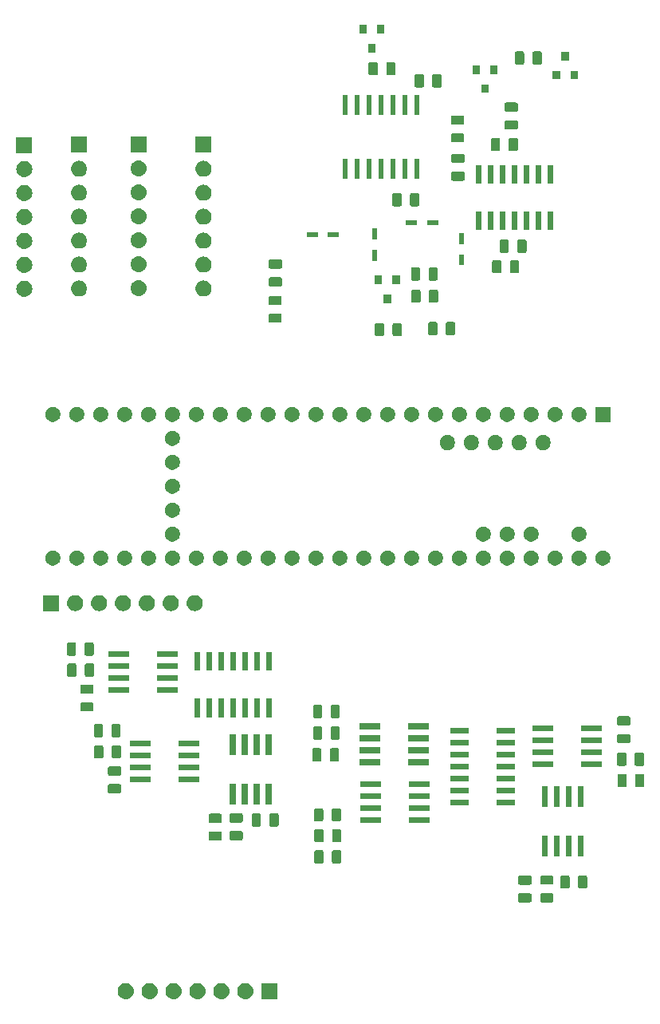
<source format=gts>
G04 #@! TF.GenerationSoftware,KiCad,Pcbnew,(5.0.1)-4*
G04 #@! TF.CreationDate,2019-12-01T21:58:56-05:00*
G04 #@! TF.ProjectId,new_synth_transistor,6E65775F73796E74685F7472616E7369,rev?*
G04 #@! TF.SameCoordinates,Original*
G04 #@! TF.FileFunction,Soldermask,Top*
G04 #@! TF.FilePolarity,Negative*
%FSLAX46Y46*%
G04 Gerber Fmt 4.6, Leading zero omitted, Abs format (unit mm)*
G04 Created by KiCad (PCBNEW (5.0.1)-4) date 12/1/2019 9:58:56 PM*
%MOMM*%
%LPD*%
G01*
G04 APERTURE LIST*
%ADD10C,0.100000*%
G04 APERTURE END LIST*
D10*
G36*
X229823270Y-120614939D02*
X229983495Y-120663543D01*
X230131160Y-120742471D01*
X230260589Y-120848691D01*
X230366809Y-120978120D01*
X230445737Y-121125785D01*
X230494341Y-121286010D01*
X230510752Y-121452640D01*
X230494341Y-121619270D01*
X230445737Y-121779495D01*
X230366809Y-121927160D01*
X230260589Y-122056589D01*
X230131160Y-122162809D01*
X229983495Y-122241737D01*
X229823270Y-122290341D01*
X229698392Y-122302640D01*
X229614888Y-122302640D01*
X229490010Y-122290341D01*
X229329785Y-122241737D01*
X229182120Y-122162809D01*
X229052691Y-122056589D01*
X228946471Y-121927160D01*
X228867543Y-121779495D01*
X228818939Y-121619270D01*
X228802528Y-121452640D01*
X228818939Y-121286010D01*
X228867543Y-121125785D01*
X228946471Y-120978120D01*
X229052691Y-120848691D01*
X229182120Y-120742471D01*
X229329785Y-120663543D01*
X229490010Y-120614939D01*
X229614888Y-120602640D01*
X229698392Y-120602640D01*
X229823270Y-120614939D01*
X229823270Y-120614939D01*
G37*
G36*
X239983270Y-120614939D02*
X240143495Y-120663543D01*
X240291160Y-120742471D01*
X240420589Y-120848691D01*
X240526809Y-120978120D01*
X240605737Y-121125785D01*
X240654341Y-121286010D01*
X240670752Y-121452640D01*
X240654341Y-121619270D01*
X240605737Y-121779495D01*
X240526809Y-121927160D01*
X240420589Y-122056589D01*
X240291160Y-122162809D01*
X240143495Y-122241737D01*
X239983270Y-122290341D01*
X239858392Y-122302640D01*
X239774888Y-122302640D01*
X239650010Y-122290341D01*
X239489785Y-122241737D01*
X239342120Y-122162809D01*
X239212691Y-122056589D01*
X239106471Y-121927160D01*
X239027543Y-121779495D01*
X238978939Y-121619270D01*
X238962528Y-121452640D01*
X238978939Y-121286010D01*
X239027543Y-121125785D01*
X239106471Y-120978120D01*
X239212691Y-120848691D01*
X239342120Y-120742471D01*
X239489785Y-120663543D01*
X239650010Y-120614939D01*
X239774888Y-120602640D01*
X239858392Y-120602640D01*
X239983270Y-120614939D01*
X239983270Y-120614939D01*
G37*
G36*
X227283270Y-120614939D02*
X227443495Y-120663543D01*
X227591160Y-120742471D01*
X227720589Y-120848691D01*
X227826809Y-120978120D01*
X227905737Y-121125785D01*
X227954341Y-121286010D01*
X227970752Y-121452640D01*
X227954341Y-121619270D01*
X227905737Y-121779495D01*
X227826809Y-121927160D01*
X227720589Y-122056589D01*
X227591160Y-122162809D01*
X227443495Y-122241737D01*
X227283270Y-122290341D01*
X227158392Y-122302640D01*
X227074888Y-122302640D01*
X226950010Y-122290341D01*
X226789785Y-122241737D01*
X226642120Y-122162809D01*
X226512691Y-122056589D01*
X226406471Y-121927160D01*
X226327543Y-121779495D01*
X226278939Y-121619270D01*
X226262528Y-121452640D01*
X226278939Y-121286010D01*
X226327543Y-121125785D01*
X226406471Y-120978120D01*
X226512691Y-120848691D01*
X226642120Y-120742471D01*
X226789785Y-120663543D01*
X226950010Y-120614939D01*
X227074888Y-120602640D01*
X227158392Y-120602640D01*
X227283270Y-120614939D01*
X227283270Y-120614939D01*
G37*
G36*
X243206640Y-122302640D02*
X241506640Y-122302640D01*
X241506640Y-120602640D01*
X243206640Y-120602640D01*
X243206640Y-122302640D01*
X243206640Y-122302640D01*
G37*
G36*
X234903270Y-120614939D02*
X235063495Y-120663543D01*
X235211160Y-120742471D01*
X235340589Y-120848691D01*
X235446809Y-120978120D01*
X235525737Y-121125785D01*
X235574341Y-121286010D01*
X235590752Y-121452640D01*
X235574341Y-121619270D01*
X235525737Y-121779495D01*
X235446809Y-121927160D01*
X235340589Y-122056589D01*
X235211160Y-122162809D01*
X235063495Y-122241737D01*
X234903270Y-122290341D01*
X234778392Y-122302640D01*
X234694888Y-122302640D01*
X234570010Y-122290341D01*
X234409785Y-122241737D01*
X234262120Y-122162809D01*
X234132691Y-122056589D01*
X234026471Y-121927160D01*
X233947543Y-121779495D01*
X233898939Y-121619270D01*
X233882528Y-121452640D01*
X233898939Y-121286010D01*
X233947543Y-121125785D01*
X234026471Y-120978120D01*
X234132691Y-120848691D01*
X234262120Y-120742471D01*
X234409785Y-120663543D01*
X234570010Y-120614939D01*
X234694888Y-120602640D01*
X234778392Y-120602640D01*
X234903270Y-120614939D01*
X234903270Y-120614939D01*
G37*
G36*
X237443270Y-120614939D02*
X237603495Y-120663543D01*
X237751160Y-120742471D01*
X237880589Y-120848691D01*
X237986809Y-120978120D01*
X238065737Y-121125785D01*
X238114341Y-121286010D01*
X238130752Y-121452640D01*
X238114341Y-121619270D01*
X238065737Y-121779495D01*
X237986809Y-121927160D01*
X237880589Y-122056589D01*
X237751160Y-122162809D01*
X237603495Y-122241737D01*
X237443270Y-122290341D01*
X237318392Y-122302640D01*
X237234888Y-122302640D01*
X237110010Y-122290341D01*
X236949785Y-122241737D01*
X236802120Y-122162809D01*
X236672691Y-122056589D01*
X236566471Y-121927160D01*
X236487543Y-121779495D01*
X236438939Y-121619270D01*
X236422528Y-121452640D01*
X236438939Y-121286010D01*
X236487543Y-121125785D01*
X236566471Y-120978120D01*
X236672691Y-120848691D01*
X236802120Y-120742471D01*
X236949785Y-120663543D01*
X237110010Y-120614939D01*
X237234888Y-120602640D01*
X237318392Y-120602640D01*
X237443270Y-120614939D01*
X237443270Y-120614939D01*
G37*
G36*
X232363270Y-120614939D02*
X232523495Y-120663543D01*
X232671160Y-120742471D01*
X232800589Y-120848691D01*
X232906809Y-120978120D01*
X232985737Y-121125785D01*
X233034341Y-121286010D01*
X233050752Y-121452640D01*
X233034341Y-121619270D01*
X232985737Y-121779495D01*
X232906809Y-121927160D01*
X232800589Y-122056589D01*
X232671160Y-122162809D01*
X232523495Y-122241737D01*
X232363270Y-122290341D01*
X232238392Y-122302640D01*
X232154888Y-122302640D01*
X232030010Y-122290341D01*
X231869785Y-122241737D01*
X231722120Y-122162809D01*
X231592691Y-122056589D01*
X231486471Y-121927160D01*
X231407543Y-121779495D01*
X231358939Y-121619270D01*
X231342528Y-121452640D01*
X231358939Y-121286010D01*
X231407543Y-121125785D01*
X231486471Y-120978120D01*
X231592691Y-120848691D01*
X231722120Y-120742471D01*
X231869785Y-120663543D01*
X232030010Y-120614939D01*
X232154888Y-120602640D01*
X232238392Y-120602640D01*
X232363270Y-120614939D01*
X232363270Y-120614939D01*
G37*
G36*
X270068312Y-111071076D02*
X270102203Y-111081357D01*
X270133431Y-111098048D01*
X270160805Y-111120515D01*
X270183272Y-111147889D01*
X270199963Y-111179117D01*
X270210244Y-111213008D01*
X270214320Y-111254391D01*
X270214320Y-111854609D01*
X270210244Y-111895992D01*
X270199963Y-111929883D01*
X270183272Y-111961111D01*
X270160805Y-111988485D01*
X270133431Y-112010952D01*
X270102203Y-112027643D01*
X270068312Y-112037924D01*
X270026929Y-112042000D01*
X269001711Y-112042000D01*
X268960328Y-112037924D01*
X268926437Y-112027643D01*
X268895209Y-112010952D01*
X268867835Y-111988485D01*
X268845368Y-111961111D01*
X268828677Y-111929883D01*
X268818396Y-111895992D01*
X268814320Y-111854609D01*
X268814320Y-111254391D01*
X268818396Y-111213008D01*
X268828677Y-111179117D01*
X268845368Y-111147889D01*
X268867835Y-111120515D01*
X268895209Y-111098048D01*
X268926437Y-111081357D01*
X268960328Y-111071076D01*
X269001711Y-111067000D01*
X270026929Y-111067000D01*
X270068312Y-111071076D01*
X270068312Y-111071076D01*
G37*
G36*
X272400032Y-111065996D02*
X272433923Y-111076277D01*
X272465151Y-111092968D01*
X272492525Y-111115435D01*
X272514992Y-111142809D01*
X272531683Y-111174037D01*
X272541964Y-111207928D01*
X272546040Y-111249311D01*
X272546040Y-111849529D01*
X272541964Y-111890912D01*
X272531683Y-111924803D01*
X272514992Y-111956031D01*
X272492525Y-111983405D01*
X272465151Y-112005872D01*
X272433923Y-112022563D01*
X272400032Y-112032844D01*
X272358649Y-112036920D01*
X271333431Y-112036920D01*
X271292048Y-112032844D01*
X271258157Y-112022563D01*
X271226929Y-112005872D01*
X271199555Y-111983405D01*
X271177088Y-111956031D01*
X271160397Y-111924803D01*
X271150116Y-111890912D01*
X271146040Y-111849529D01*
X271146040Y-111249311D01*
X271150116Y-111207928D01*
X271160397Y-111174037D01*
X271177088Y-111142809D01*
X271199555Y-111115435D01*
X271226929Y-111092968D01*
X271258157Y-111076277D01*
X271292048Y-111065996D01*
X271333431Y-111061920D01*
X272358649Y-111061920D01*
X272400032Y-111065996D01*
X272400032Y-111065996D01*
G37*
G36*
X274116733Y-109184773D02*
X274150624Y-109195054D01*
X274181852Y-109211745D01*
X274209226Y-109234212D01*
X274231693Y-109261586D01*
X274248384Y-109292814D01*
X274258665Y-109326705D01*
X274262741Y-109368088D01*
X274262741Y-110393306D01*
X274258665Y-110434689D01*
X274248384Y-110468580D01*
X274231693Y-110499808D01*
X274209226Y-110527182D01*
X274181852Y-110549649D01*
X274150624Y-110566340D01*
X274116733Y-110576621D01*
X274075350Y-110580697D01*
X273475132Y-110580697D01*
X273433749Y-110576621D01*
X273399858Y-110566340D01*
X273368630Y-110549649D01*
X273341256Y-110527182D01*
X273318789Y-110499808D01*
X273302098Y-110468580D01*
X273291817Y-110434689D01*
X273287741Y-110393306D01*
X273287741Y-109368088D01*
X273291817Y-109326705D01*
X273302098Y-109292814D01*
X273318789Y-109261586D01*
X273341256Y-109234212D01*
X273368630Y-109211745D01*
X273399858Y-109195054D01*
X273433749Y-109184773D01*
X273475132Y-109180697D01*
X274075350Y-109180697D01*
X274116733Y-109184773D01*
X274116733Y-109184773D01*
G37*
G36*
X275991733Y-109184773D02*
X276025624Y-109195054D01*
X276056852Y-109211745D01*
X276084226Y-109234212D01*
X276106693Y-109261586D01*
X276123384Y-109292814D01*
X276133665Y-109326705D01*
X276137741Y-109368088D01*
X276137741Y-110393306D01*
X276133665Y-110434689D01*
X276123384Y-110468580D01*
X276106693Y-110499808D01*
X276084226Y-110527182D01*
X276056852Y-110549649D01*
X276025624Y-110566340D01*
X275991733Y-110576621D01*
X275950350Y-110580697D01*
X275350132Y-110580697D01*
X275308749Y-110576621D01*
X275274858Y-110566340D01*
X275243630Y-110549649D01*
X275216256Y-110527182D01*
X275193789Y-110499808D01*
X275177098Y-110468580D01*
X275166817Y-110434689D01*
X275162741Y-110393306D01*
X275162741Y-109368088D01*
X275166817Y-109326705D01*
X275177098Y-109292814D01*
X275193789Y-109261586D01*
X275216256Y-109234212D01*
X275243630Y-109211745D01*
X275274858Y-109195054D01*
X275308749Y-109184773D01*
X275350132Y-109180697D01*
X275950350Y-109180697D01*
X275991733Y-109184773D01*
X275991733Y-109184773D01*
G37*
G36*
X270068312Y-109196076D02*
X270102203Y-109206357D01*
X270133431Y-109223048D01*
X270160805Y-109245515D01*
X270183272Y-109272889D01*
X270199963Y-109304117D01*
X270210244Y-109338008D01*
X270214320Y-109379391D01*
X270214320Y-109979609D01*
X270210244Y-110020992D01*
X270199963Y-110054883D01*
X270183272Y-110086111D01*
X270160805Y-110113485D01*
X270133431Y-110135952D01*
X270102203Y-110152643D01*
X270068312Y-110162924D01*
X270026929Y-110167000D01*
X269001711Y-110167000D01*
X268960328Y-110162924D01*
X268926437Y-110152643D01*
X268895209Y-110135952D01*
X268867835Y-110113485D01*
X268845368Y-110086111D01*
X268828677Y-110054883D01*
X268818396Y-110020992D01*
X268814320Y-109979609D01*
X268814320Y-109379391D01*
X268818396Y-109338008D01*
X268828677Y-109304117D01*
X268845368Y-109272889D01*
X268867835Y-109245515D01*
X268895209Y-109223048D01*
X268926437Y-109206357D01*
X268960328Y-109196076D01*
X269001711Y-109192000D01*
X270026929Y-109192000D01*
X270068312Y-109196076D01*
X270068312Y-109196076D01*
G37*
G36*
X272400032Y-109190996D02*
X272433923Y-109201277D01*
X272465151Y-109217968D01*
X272492525Y-109240435D01*
X272514992Y-109267809D01*
X272531683Y-109299037D01*
X272541964Y-109332928D01*
X272546040Y-109374311D01*
X272546040Y-109974529D01*
X272541964Y-110015912D01*
X272531683Y-110049803D01*
X272514992Y-110081031D01*
X272492525Y-110108405D01*
X272465151Y-110130872D01*
X272433923Y-110147563D01*
X272400032Y-110157844D01*
X272358649Y-110161920D01*
X271333431Y-110161920D01*
X271292048Y-110157844D01*
X271258157Y-110147563D01*
X271226929Y-110130872D01*
X271199555Y-110108405D01*
X271177088Y-110081031D01*
X271160397Y-110049803D01*
X271150116Y-110015912D01*
X271146040Y-109974529D01*
X271146040Y-109374311D01*
X271150116Y-109332928D01*
X271160397Y-109299037D01*
X271177088Y-109267809D01*
X271199555Y-109240435D01*
X271226929Y-109217968D01*
X271258157Y-109201277D01*
X271292048Y-109190996D01*
X271333431Y-109186920D01*
X272358649Y-109186920D01*
X272400032Y-109190996D01*
X272400032Y-109190996D01*
G37*
G36*
X249855687Y-106503077D02*
X249889578Y-106513358D01*
X249920806Y-106530049D01*
X249948180Y-106552516D01*
X249970647Y-106579890D01*
X249987338Y-106611118D01*
X249997619Y-106645009D01*
X250001695Y-106686392D01*
X250001695Y-107711610D01*
X249997619Y-107752993D01*
X249987338Y-107786884D01*
X249970647Y-107818112D01*
X249948180Y-107845486D01*
X249920806Y-107867953D01*
X249889578Y-107884644D01*
X249855687Y-107894925D01*
X249814304Y-107899001D01*
X249214086Y-107899001D01*
X249172703Y-107894925D01*
X249138812Y-107884644D01*
X249107584Y-107867953D01*
X249080210Y-107845486D01*
X249057743Y-107818112D01*
X249041052Y-107786884D01*
X249030771Y-107752993D01*
X249026695Y-107711610D01*
X249026695Y-106686392D01*
X249030771Y-106645009D01*
X249041052Y-106611118D01*
X249057743Y-106579890D01*
X249080210Y-106552516D01*
X249107584Y-106530049D01*
X249138812Y-106513358D01*
X249172703Y-106503077D01*
X249214086Y-106499001D01*
X249814304Y-106499001D01*
X249855687Y-106503077D01*
X249855687Y-106503077D01*
G37*
G36*
X247980687Y-106503077D02*
X248014578Y-106513358D01*
X248045806Y-106530049D01*
X248073180Y-106552516D01*
X248095647Y-106579890D01*
X248112338Y-106611118D01*
X248122619Y-106645009D01*
X248126695Y-106686392D01*
X248126695Y-107711610D01*
X248122619Y-107752993D01*
X248112338Y-107786884D01*
X248095647Y-107818112D01*
X248073180Y-107845486D01*
X248045806Y-107867953D01*
X248014578Y-107884644D01*
X247980687Y-107894925D01*
X247939304Y-107899001D01*
X247339086Y-107899001D01*
X247297703Y-107894925D01*
X247263812Y-107884644D01*
X247232584Y-107867953D01*
X247205210Y-107845486D01*
X247182743Y-107818112D01*
X247166052Y-107786884D01*
X247155771Y-107752993D01*
X247151695Y-107711610D01*
X247151695Y-106686392D01*
X247155771Y-106645009D01*
X247166052Y-106611118D01*
X247182743Y-106579890D01*
X247205210Y-106552516D01*
X247232584Y-106530049D01*
X247263812Y-106513358D01*
X247297703Y-106503077D01*
X247339086Y-106499001D01*
X247939304Y-106499001D01*
X247980687Y-106503077D01*
X247980687Y-106503077D01*
G37*
G36*
X273234741Y-107129097D02*
X272634741Y-107129097D01*
X272634741Y-104929097D01*
X273234741Y-104929097D01*
X273234741Y-107129097D01*
X273234741Y-107129097D01*
G37*
G36*
X275774741Y-107129097D02*
X275174741Y-107129097D01*
X275174741Y-104929097D01*
X275774741Y-104929097D01*
X275774741Y-107129097D01*
X275774741Y-107129097D01*
G37*
G36*
X274504741Y-107129097D02*
X273904741Y-107129097D01*
X273904741Y-104929097D01*
X274504741Y-104929097D01*
X274504741Y-107129097D01*
X274504741Y-107129097D01*
G37*
G36*
X271964741Y-107129097D02*
X271364741Y-107129097D01*
X271364741Y-104929097D01*
X271964741Y-104929097D01*
X271964741Y-107129097D01*
X271964741Y-107129097D01*
G37*
G36*
X249863547Y-104252637D02*
X249897438Y-104262918D01*
X249928666Y-104279609D01*
X249956040Y-104302076D01*
X249978507Y-104329450D01*
X249995198Y-104360678D01*
X250005479Y-104394569D01*
X250009555Y-104435952D01*
X250009555Y-105461170D01*
X250005479Y-105502553D01*
X249995198Y-105536444D01*
X249978507Y-105567672D01*
X249956040Y-105595046D01*
X249928666Y-105617513D01*
X249897438Y-105634204D01*
X249863547Y-105644485D01*
X249822164Y-105648561D01*
X249221946Y-105648561D01*
X249180563Y-105644485D01*
X249146672Y-105634204D01*
X249115444Y-105617513D01*
X249088070Y-105595046D01*
X249065603Y-105567672D01*
X249048912Y-105536444D01*
X249038631Y-105502553D01*
X249034555Y-105461170D01*
X249034555Y-104435952D01*
X249038631Y-104394569D01*
X249048912Y-104360678D01*
X249065603Y-104329450D01*
X249088070Y-104302076D01*
X249115444Y-104279609D01*
X249146672Y-104262918D01*
X249180563Y-104252637D01*
X249221946Y-104248561D01*
X249822164Y-104248561D01*
X249863547Y-104252637D01*
X249863547Y-104252637D01*
G37*
G36*
X247988547Y-104252637D02*
X248022438Y-104262918D01*
X248053666Y-104279609D01*
X248081040Y-104302076D01*
X248103507Y-104329450D01*
X248120198Y-104360678D01*
X248130479Y-104394569D01*
X248134555Y-104435952D01*
X248134555Y-105461170D01*
X248130479Y-105502553D01*
X248120198Y-105536444D01*
X248103507Y-105567672D01*
X248081040Y-105595046D01*
X248053666Y-105617513D01*
X248022438Y-105634204D01*
X247988547Y-105644485D01*
X247947164Y-105648561D01*
X247346946Y-105648561D01*
X247305563Y-105644485D01*
X247271672Y-105634204D01*
X247240444Y-105617513D01*
X247213070Y-105595046D01*
X247190603Y-105567672D01*
X247173912Y-105536444D01*
X247163631Y-105502553D01*
X247159555Y-105461170D01*
X247159555Y-104435952D01*
X247163631Y-104394569D01*
X247173912Y-104360678D01*
X247190603Y-104329450D01*
X247213070Y-104302076D01*
X247240444Y-104279609D01*
X247271672Y-104262918D01*
X247305563Y-104252637D01*
X247346946Y-104248561D01*
X247947164Y-104248561D01*
X247988547Y-104252637D01*
X247988547Y-104252637D01*
G37*
G36*
X237185472Y-104507716D02*
X237219363Y-104517997D01*
X237250591Y-104534688D01*
X237277965Y-104557155D01*
X237300432Y-104584529D01*
X237317123Y-104615757D01*
X237327404Y-104649648D01*
X237331480Y-104691031D01*
X237331480Y-105291249D01*
X237327404Y-105332632D01*
X237317123Y-105366523D01*
X237300432Y-105397751D01*
X237277965Y-105425125D01*
X237250591Y-105447592D01*
X237219363Y-105464283D01*
X237185472Y-105474564D01*
X237144089Y-105478640D01*
X236118871Y-105478640D01*
X236077488Y-105474564D01*
X236043597Y-105464283D01*
X236012369Y-105447592D01*
X235984995Y-105425125D01*
X235962528Y-105397751D01*
X235945837Y-105366523D01*
X235935556Y-105332632D01*
X235931480Y-105291249D01*
X235931480Y-104691031D01*
X235935556Y-104649648D01*
X235945837Y-104615757D01*
X235962528Y-104584529D01*
X235984995Y-104557155D01*
X236012369Y-104534688D01*
X236043597Y-104517997D01*
X236077488Y-104507716D01*
X236118871Y-104503640D01*
X237144089Y-104503640D01*
X237185472Y-104507716D01*
X237185472Y-104507716D01*
G37*
G36*
X239410512Y-104477236D02*
X239444403Y-104487517D01*
X239475631Y-104504208D01*
X239503005Y-104526675D01*
X239525472Y-104554049D01*
X239542163Y-104585277D01*
X239552444Y-104619168D01*
X239556520Y-104660551D01*
X239556520Y-105260769D01*
X239552444Y-105302152D01*
X239542163Y-105336043D01*
X239525472Y-105367271D01*
X239503005Y-105394645D01*
X239475631Y-105417112D01*
X239444403Y-105433803D01*
X239410512Y-105444084D01*
X239369129Y-105448160D01*
X238343911Y-105448160D01*
X238302528Y-105444084D01*
X238268637Y-105433803D01*
X238237409Y-105417112D01*
X238210035Y-105394645D01*
X238187568Y-105367271D01*
X238170877Y-105336043D01*
X238160596Y-105302152D01*
X238156520Y-105260769D01*
X238156520Y-104660551D01*
X238160596Y-104619168D01*
X238170877Y-104585277D01*
X238187568Y-104554049D01*
X238210035Y-104526675D01*
X238237409Y-104504208D01*
X238268637Y-104487517D01*
X238302528Y-104477236D01*
X238343911Y-104473160D01*
X239369129Y-104473160D01*
X239410512Y-104477236D01*
X239410512Y-104477236D01*
G37*
G36*
X243216292Y-102595716D02*
X243250183Y-102605997D01*
X243281411Y-102622688D01*
X243308785Y-102645155D01*
X243331252Y-102672529D01*
X243347943Y-102703757D01*
X243358224Y-102737648D01*
X243362300Y-102779031D01*
X243362300Y-103804249D01*
X243358224Y-103845632D01*
X243347943Y-103879523D01*
X243331252Y-103910751D01*
X243308785Y-103938125D01*
X243281411Y-103960592D01*
X243250183Y-103977283D01*
X243216292Y-103987564D01*
X243174909Y-103991640D01*
X242574691Y-103991640D01*
X242533308Y-103987564D01*
X242499417Y-103977283D01*
X242468189Y-103960592D01*
X242440815Y-103938125D01*
X242418348Y-103910751D01*
X242401657Y-103879523D01*
X242391376Y-103845632D01*
X242387300Y-103804249D01*
X242387300Y-102779031D01*
X242391376Y-102737648D01*
X242401657Y-102703757D01*
X242418348Y-102672529D01*
X242440815Y-102645155D01*
X242468189Y-102622688D01*
X242499417Y-102605997D01*
X242533308Y-102595716D01*
X242574691Y-102591640D01*
X243174909Y-102591640D01*
X243216292Y-102595716D01*
X243216292Y-102595716D01*
G37*
G36*
X241341292Y-102595716D02*
X241375183Y-102605997D01*
X241406411Y-102622688D01*
X241433785Y-102645155D01*
X241456252Y-102672529D01*
X241472943Y-102703757D01*
X241483224Y-102737648D01*
X241487300Y-102779031D01*
X241487300Y-103804249D01*
X241483224Y-103845632D01*
X241472943Y-103879523D01*
X241456252Y-103910751D01*
X241433785Y-103938125D01*
X241406411Y-103960592D01*
X241375183Y-103977283D01*
X241341292Y-103987564D01*
X241299909Y-103991640D01*
X240699691Y-103991640D01*
X240658308Y-103987564D01*
X240624417Y-103977283D01*
X240593189Y-103960592D01*
X240565815Y-103938125D01*
X240543348Y-103910751D01*
X240526657Y-103879523D01*
X240516376Y-103845632D01*
X240512300Y-103804249D01*
X240512300Y-102779031D01*
X240516376Y-102737648D01*
X240526657Y-102703757D01*
X240543348Y-102672529D01*
X240565815Y-102645155D01*
X240593189Y-102622688D01*
X240624417Y-102605997D01*
X240658308Y-102595716D01*
X240699691Y-102591640D01*
X241299909Y-102591640D01*
X241341292Y-102595716D01*
X241341292Y-102595716D01*
G37*
G36*
X237185472Y-102632716D02*
X237219363Y-102642997D01*
X237250591Y-102659688D01*
X237277965Y-102682155D01*
X237300432Y-102709529D01*
X237317123Y-102740757D01*
X237327404Y-102774648D01*
X237331480Y-102816031D01*
X237331480Y-103416249D01*
X237327404Y-103457632D01*
X237317123Y-103491523D01*
X237300432Y-103522751D01*
X237277965Y-103550125D01*
X237250591Y-103572592D01*
X237219363Y-103589283D01*
X237185472Y-103599564D01*
X237144089Y-103603640D01*
X236118871Y-103603640D01*
X236077488Y-103599564D01*
X236043597Y-103589283D01*
X236012369Y-103572592D01*
X235984995Y-103550125D01*
X235962528Y-103522751D01*
X235945837Y-103491523D01*
X235935556Y-103457632D01*
X235931480Y-103416249D01*
X235931480Y-102816031D01*
X235935556Y-102774648D01*
X235945837Y-102740757D01*
X235962528Y-102709529D01*
X235984995Y-102682155D01*
X236012369Y-102659688D01*
X236043597Y-102642997D01*
X236077488Y-102632716D01*
X236118871Y-102628640D01*
X237144089Y-102628640D01*
X237185472Y-102632716D01*
X237185472Y-102632716D01*
G37*
G36*
X259439612Y-103592780D02*
X257239612Y-103592780D01*
X257239612Y-102992780D01*
X259439612Y-102992780D01*
X259439612Y-103592780D01*
X259439612Y-103592780D01*
G37*
G36*
X254239612Y-103592780D02*
X252039612Y-103592780D01*
X252039612Y-102992780D01*
X254239612Y-102992780D01*
X254239612Y-103592780D01*
X254239612Y-103592780D01*
G37*
G36*
X239410512Y-102602236D02*
X239444403Y-102612517D01*
X239475631Y-102629208D01*
X239503005Y-102651675D01*
X239525472Y-102679049D01*
X239542163Y-102710277D01*
X239552444Y-102744168D01*
X239556520Y-102785551D01*
X239556520Y-103385769D01*
X239552444Y-103427152D01*
X239542163Y-103461043D01*
X239525472Y-103492271D01*
X239503005Y-103519645D01*
X239475631Y-103542112D01*
X239444403Y-103558803D01*
X239410512Y-103569084D01*
X239369129Y-103573160D01*
X238343911Y-103573160D01*
X238302528Y-103569084D01*
X238268637Y-103558803D01*
X238237409Y-103542112D01*
X238210035Y-103519645D01*
X238187568Y-103492271D01*
X238170877Y-103461043D01*
X238160596Y-103427152D01*
X238156520Y-103385769D01*
X238156520Y-102785551D01*
X238160596Y-102744168D01*
X238170877Y-102710277D01*
X238187568Y-102679049D01*
X238210035Y-102651675D01*
X238237409Y-102629208D01*
X238268637Y-102612517D01*
X238302528Y-102602236D01*
X238343911Y-102598160D01*
X239369129Y-102598160D01*
X239410512Y-102602236D01*
X239410512Y-102602236D01*
G37*
G36*
X247955287Y-102052997D02*
X247989178Y-102063278D01*
X248020406Y-102079969D01*
X248047780Y-102102436D01*
X248070247Y-102129810D01*
X248086938Y-102161038D01*
X248097219Y-102194929D01*
X248101295Y-102236312D01*
X248101295Y-103261530D01*
X248097219Y-103302913D01*
X248086938Y-103336804D01*
X248070247Y-103368032D01*
X248047780Y-103395406D01*
X248020406Y-103417873D01*
X247989178Y-103434564D01*
X247955287Y-103444845D01*
X247913904Y-103448921D01*
X247313686Y-103448921D01*
X247272303Y-103444845D01*
X247238412Y-103434564D01*
X247207184Y-103417873D01*
X247179810Y-103395406D01*
X247157343Y-103368032D01*
X247140652Y-103336804D01*
X247130371Y-103302913D01*
X247126295Y-103261530D01*
X247126295Y-102236312D01*
X247130371Y-102194929D01*
X247140652Y-102161038D01*
X247157343Y-102129810D01*
X247179810Y-102102436D01*
X247207184Y-102079969D01*
X247238412Y-102063278D01*
X247272303Y-102052997D01*
X247313686Y-102048921D01*
X247913904Y-102048921D01*
X247955287Y-102052997D01*
X247955287Y-102052997D01*
G37*
G36*
X249830287Y-102052997D02*
X249864178Y-102063278D01*
X249895406Y-102079969D01*
X249922780Y-102102436D01*
X249945247Y-102129810D01*
X249961938Y-102161038D01*
X249972219Y-102194929D01*
X249976295Y-102236312D01*
X249976295Y-103261530D01*
X249972219Y-103302913D01*
X249961938Y-103336804D01*
X249945247Y-103368032D01*
X249922780Y-103395406D01*
X249895406Y-103417873D01*
X249864178Y-103434564D01*
X249830287Y-103444845D01*
X249788904Y-103448921D01*
X249188686Y-103448921D01*
X249147303Y-103444845D01*
X249113412Y-103434564D01*
X249082184Y-103417873D01*
X249054810Y-103395406D01*
X249032343Y-103368032D01*
X249015652Y-103336804D01*
X249005371Y-103302913D01*
X249001295Y-103261530D01*
X249001295Y-102236312D01*
X249005371Y-102194929D01*
X249015652Y-102161038D01*
X249032343Y-102129810D01*
X249054810Y-102102436D01*
X249082184Y-102079969D01*
X249113412Y-102063278D01*
X249147303Y-102052997D01*
X249188686Y-102048921D01*
X249788904Y-102048921D01*
X249830287Y-102052997D01*
X249830287Y-102052997D01*
G37*
G36*
X254239612Y-102322780D02*
X252039612Y-102322780D01*
X252039612Y-101722780D01*
X254239612Y-101722780D01*
X254239612Y-102322780D01*
X254239612Y-102322780D01*
G37*
G36*
X259439612Y-102322780D02*
X257239612Y-102322780D01*
X257239612Y-101722780D01*
X259439612Y-101722780D01*
X259439612Y-102322780D01*
X259439612Y-102322780D01*
G37*
G36*
X275774741Y-101929097D02*
X275174741Y-101929097D01*
X275174741Y-99729097D01*
X275774741Y-99729097D01*
X275774741Y-101929097D01*
X275774741Y-101929097D01*
G37*
G36*
X274504741Y-101929097D02*
X273904741Y-101929097D01*
X273904741Y-99729097D01*
X274504741Y-99729097D01*
X274504741Y-101929097D01*
X274504741Y-101929097D01*
G37*
G36*
X273234741Y-101929097D02*
X272634741Y-101929097D01*
X272634741Y-99729097D01*
X273234741Y-99729097D01*
X273234741Y-101929097D01*
X273234741Y-101929097D01*
G37*
G36*
X271964741Y-101929097D02*
X271364741Y-101929097D01*
X271364741Y-99729097D01*
X271964741Y-99729097D01*
X271964741Y-101929097D01*
X271964741Y-101929097D01*
G37*
G36*
X268498840Y-101732360D02*
X266528840Y-101732360D01*
X266528840Y-101132360D01*
X268498840Y-101132360D01*
X268498840Y-101732360D01*
X268498840Y-101732360D01*
G37*
G36*
X263548840Y-101732360D02*
X261578840Y-101732360D01*
X261578840Y-101132360D01*
X263548840Y-101132360D01*
X263548840Y-101732360D01*
X263548840Y-101732360D01*
G37*
G36*
X238790760Y-101617000D02*
X238190760Y-101617000D01*
X238190760Y-99417000D01*
X238790760Y-99417000D01*
X238790760Y-101617000D01*
X238790760Y-101617000D01*
G37*
G36*
X241330760Y-101617000D02*
X240730760Y-101617000D01*
X240730760Y-99417000D01*
X241330760Y-99417000D01*
X241330760Y-101617000D01*
X241330760Y-101617000D01*
G37*
G36*
X242600760Y-101617000D02*
X242000760Y-101617000D01*
X242000760Y-99417000D01*
X242600760Y-99417000D01*
X242600760Y-101617000D01*
X242600760Y-101617000D01*
G37*
G36*
X240060760Y-101617000D02*
X239460760Y-101617000D01*
X239460760Y-99417000D01*
X240060760Y-99417000D01*
X240060760Y-101617000D01*
X240060760Y-101617000D01*
G37*
G36*
X259439612Y-101052780D02*
X257239612Y-101052780D01*
X257239612Y-100452780D01*
X259439612Y-100452780D01*
X259439612Y-101052780D01*
X259439612Y-101052780D01*
G37*
G36*
X254239612Y-101052780D02*
X252039612Y-101052780D01*
X252039612Y-100452780D01*
X254239612Y-100452780D01*
X254239612Y-101052780D01*
X254239612Y-101052780D01*
G37*
G36*
X263548840Y-100462360D02*
X261578840Y-100462360D01*
X261578840Y-99862360D01*
X263548840Y-99862360D01*
X263548840Y-100462360D01*
X263548840Y-100462360D01*
G37*
G36*
X268498840Y-100462360D02*
X266528840Y-100462360D01*
X266528840Y-99862360D01*
X268498840Y-99862360D01*
X268498840Y-100462360D01*
X268498840Y-100462360D01*
G37*
G36*
X226483122Y-99487509D02*
X226517013Y-99497790D01*
X226548241Y-99514481D01*
X226575615Y-99536948D01*
X226598082Y-99564322D01*
X226614773Y-99595550D01*
X226625054Y-99629441D01*
X226629130Y-99670824D01*
X226629130Y-100271042D01*
X226625054Y-100312425D01*
X226614773Y-100346316D01*
X226598082Y-100377544D01*
X226575615Y-100404918D01*
X226548241Y-100427385D01*
X226517013Y-100444076D01*
X226483122Y-100454357D01*
X226441739Y-100458433D01*
X225416521Y-100458433D01*
X225375138Y-100454357D01*
X225341247Y-100444076D01*
X225310019Y-100427385D01*
X225282645Y-100404918D01*
X225260178Y-100377544D01*
X225243487Y-100346316D01*
X225233206Y-100312425D01*
X225229130Y-100271042D01*
X225229130Y-99670824D01*
X225233206Y-99629441D01*
X225243487Y-99595550D01*
X225260178Y-99564322D01*
X225282645Y-99536948D01*
X225310019Y-99514481D01*
X225341247Y-99497790D01*
X225375138Y-99487509D01*
X225416521Y-99483433D01*
X226441739Y-99483433D01*
X226483122Y-99487509D01*
X226483122Y-99487509D01*
G37*
G36*
X282060752Y-98414876D02*
X282094643Y-98425157D01*
X282125871Y-98441848D01*
X282153245Y-98464315D01*
X282175712Y-98491689D01*
X282192403Y-98522917D01*
X282202684Y-98556808D01*
X282206760Y-98598191D01*
X282206760Y-99623409D01*
X282202684Y-99664792D01*
X282192403Y-99698683D01*
X282175712Y-99729911D01*
X282153245Y-99757285D01*
X282125871Y-99779752D01*
X282094643Y-99796443D01*
X282060752Y-99806724D01*
X282019369Y-99810800D01*
X281419151Y-99810800D01*
X281377768Y-99806724D01*
X281343877Y-99796443D01*
X281312649Y-99779752D01*
X281285275Y-99757285D01*
X281262808Y-99729911D01*
X281246117Y-99698683D01*
X281235836Y-99664792D01*
X281231760Y-99623409D01*
X281231760Y-98598191D01*
X281235836Y-98556808D01*
X281246117Y-98522917D01*
X281262808Y-98491689D01*
X281285275Y-98464315D01*
X281312649Y-98441848D01*
X281343877Y-98425157D01*
X281377768Y-98414876D01*
X281419151Y-98410800D01*
X282019369Y-98410800D01*
X282060752Y-98414876D01*
X282060752Y-98414876D01*
G37*
G36*
X280185752Y-98414876D02*
X280219643Y-98425157D01*
X280250871Y-98441848D01*
X280278245Y-98464315D01*
X280300712Y-98491689D01*
X280317403Y-98522917D01*
X280327684Y-98556808D01*
X280331760Y-98598191D01*
X280331760Y-99623409D01*
X280327684Y-99664792D01*
X280317403Y-99698683D01*
X280300712Y-99729911D01*
X280278245Y-99757285D01*
X280250871Y-99779752D01*
X280219643Y-99796443D01*
X280185752Y-99806724D01*
X280144369Y-99810800D01*
X279544151Y-99810800D01*
X279502768Y-99806724D01*
X279468877Y-99796443D01*
X279437649Y-99779752D01*
X279410275Y-99757285D01*
X279387808Y-99729911D01*
X279371117Y-99698683D01*
X279360836Y-99664792D01*
X279356760Y-99623409D01*
X279356760Y-98598191D01*
X279360836Y-98556808D01*
X279371117Y-98522917D01*
X279387808Y-98491689D01*
X279410275Y-98464315D01*
X279437649Y-98441848D01*
X279468877Y-98425157D01*
X279502768Y-98414876D01*
X279544151Y-98410800D01*
X280144369Y-98410800D01*
X280185752Y-98414876D01*
X280185752Y-98414876D01*
G37*
G36*
X259439612Y-99782780D02*
X257239612Y-99782780D01*
X257239612Y-99182780D01*
X259439612Y-99182780D01*
X259439612Y-99782780D01*
X259439612Y-99782780D01*
G37*
G36*
X254239612Y-99782780D02*
X252039612Y-99782780D01*
X252039612Y-99182780D01*
X254239612Y-99182780D01*
X254239612Y-99782780D01*
X254239612Y-99782780D01*
G37*
G36*
X234952970Y-99252153D02*
X232752970Y-99252153D01*
X232752970Y-98652153D01*
X234952970Y-98652153D01*
X234952970Y-99252153D01*
X234952970Y-99252153D01*
G37*
G36*
X229752970Y-99252153D02*
X227552970Y-99252153D01*
X227552970Y-98652153D01*
X229752970Y-98652153D01*
X229752970Y-99252153D01*
X229752970Y-99252153D01*
G37*
G36*
X263548840Y-99192360D02*
X261578840Y-99192360D01*
X261578840Y-98592360D01*
X263548840Y-98592360D01*
X263548840Y-99192360D01*
X263548840Y-99192360D01*
G37*
G36*
X268498840Y-99192360D02*
X266528840Y-99192360D01*
X266528840Y-98592360D01*
X268498840Y-98592360D01*
X268498840Y-99192360D01*
X268498840Y-99192360D01*
G37*
G36*
X226483122Y-97612509D02*
X226517013Y-97622790D01*
X226548241Y-97639481D01*
X226575615Y-97661948D01*
X226598082Y-97689322D01*
X226614773Y-97720550D01*
X226625054Y-97754441D01*
X226629130Y-97795824D01*
X226629130Y-98396042D01*
X226625054Y-98437425D01*
X226614773Y-98471316D01*
X226598082Y-98502544D01*
X226575615Y-98529918D01*
X226548241Y-98552385D01*
X226517013Y-98569076D01*
X226483122Y-98579357D01*
X226441739Y-98583433D01*
X225416521Y-98583433D01*
X225375138Y-98579357D01*
X225341247Y-98569076D01*
X225310019Y-98552385D01*
X225282645Y-98529918D01*
X225260178Y-98502544D01*
X225243487Y-98471316D01*
X225233206Y-98437425D01*
X225229130Y-98396042D01*
X225229130Y-97795824D01*
X225233206Y-97754441D01*
X225243487Y-97720550D01*
X225260178Y-97689322D01*
X225282645Y-97661948D01*
X225310019Y-97639481D01*
X225341247Y-97622790D01*
X225375138Y-97612509D01*
X225416521Y-97608433D01*
X226441739Y-97608433D01*
X226483122Y-97612509D01*
X226483122Y-97612509D01*
G37*
G36*
X229752970Y-97982153D02*
X227552970Y-97982153D01*
X227552970Y-97382153D01*
X229752970Y-97382153D01*
X229752970Y-97982153D01*
X229752970Y-97982153D01*
G37*
G36*
X234952970Y-97982153D02*
X232752970Y-97982153D01*
X232752970Y-97382153D01*
X234952970Y-97382153D01*
X234952970Y-97982153D01*
X234952970Y-97982153D01*
G37*
G36*
X263548840Y-97922360D02*
X261578840Y-97922360D01*
X261578840Y-97322360D01*
X263548840Y-97322360D01*
X263548840Y-97922360D01*
X263548840Y-97922360D01*
G37*
G36*
X268498840Y-97922360D02*
X266528840Y-97922360D01*
X266528840Y-97322360D01*
X268498840Y-97322360D01*
X268498840Y-97922360D01*
X268498840Y-97922360D01*
G37*
G36*
X277720280Y-97688680D02*
X275520280Y-97688680D01*
X275520280Y-97088680D01*
X277720280Y-97088680D01*
X277720280Y-97688680D01*
X277720280Y-97688680D01*
G37*
G36*
X272520280Y-97688680D02*
X270320280Y-97688680D01*
X270320280Y-97088680D01*
X272520280Y-97088680D01*
X272520280Y-97688680D01*
X272520280Y-97688680D01*
G37*
G36*
X282017812Y-96164436D02*
X282051703Y-96174717D01*
X282082931Y-96191408D01*
X282110305Y-96213875D01*
X282132772Y-96241249D01*
X282149463Y-96272477D01*
X282159744Y-96306368D01*
X282163820Y-96347751D01*
X282163820Y-97372969D01*
X282159744Y-97414352D01*
X282149463Y-97448243D01*
X282132772Y-97479471D01*
X282110305Y-97506845D01*
X282082931Y-97529312D01*
X282051703Y-97546003D01*
X282017812Y-97556284D01*
X281976429Y-97560360D01*
X281376211Y-97560360D01*
X281334828Y-97556284D01*
X281300937Y-97546003D01*
X281269709Y-97529312D01*
X281242335Y-97506845D01*
X281219868Y-97479471D01*
X281203177Y-97448243D01*
X281192896Y-97414352D01*
X281188820Y-97372969D01*
X281188820Y-96347751D01*
X281192896Y-96306368D01*
X281203177Y-96272477D01*
X281219868Y-96241249D01*
X281242335Y-96213875D01*
X281269709Y-96191408D01*
X281300937Y-96174717D01*
X281334828Y-96164436D01*
X281376211Y-96160360D01*
X281976429Y-96160360D01*
X282017812Y-96164436D01*
X282017812Y-96164436D01*
G37*
G36*
X280142812Y-96164436D02*
X280176703Y-96174717D01*
X280207931Y-96191408D01*
X280235305Y-96213875D01*
X280257772Y-96241249D01*
X280274463Y-96272477D01*
X280284744Y-96306368D01*
X280288820Y-96347751D01*
X280288820Y-97372969D01*
X280284744Y-97414352D01*
X280274463Y-97448243D01*
X280257772Y-97479471D01*
X280235305Y-97506845D01*
X280207931Y-97529312D01*
X280176703Y-97546003D01*
X280142812Y-97556284D01*
X280101429Y-97560360D01*
X279501211Y-97560360D01*
X279459828Y-97556284D01*
X279425937Y-97546003D01*
X279394709Y-97529312D01*
X279367335Y-97506845D01*
X279344868Y-97479471D01*
X279328177Y-97448243D01*
X279317896Y-97414352D01*
X279313820Y-97372969D01*
X279313820Y-96347751D01*
X279317896Y-96306368D01*
X279328177Y-96272477D01*
X279344868Y-96241249D01*
X279367335Y-96213875D01*
X279394709Y-96191408D01*
X279425937Y-96174717D01*
X279459828Y-96164436D01*
X279501211Y-96160360D01*
X280101429Y-96160360D01*
X280142812Y-96164436D01*
X280142812Y-96164436D01*
G37*
G36*
X259327832Y-97469968D02*
X257127832Y-97469968D01*
X257127832Y-96869968D01*
X259327832Y-96869968D01*
X259327832Y-97469968D01*
X259327832Y-97469968D01*
G37*
G36*
X254127832Y-97469968D02*
X251927832Y-97469968D01*
X251927832Y-96869968D01*
X254127832Y-96869968D01*
X254127832Y-97469968D01*
X254127832Y-97469968D01*
G37*
G36*
X249635266Y-95680947D02*
X249669157Y-95691228D01*
X249700385Y-95707919D01*
X249727759Y-95730386D01*
X249750226Y-95757760D01*
X249766917Y-95788988D01*
X249777198Y-95822879D01*
X249781274Y-95864262D01*
X249781274Y-96889480D01*
X249777198Y-96930863D01*
X249766917Y-96964754D01*
X249750226Y-96995982D01*
X249727759Y-97023356D01*
X249700385Y-97045823D01*
X249669157Y-97062514D01*
X249635266Y-97072795D01*
X249593883Y-97076871D01*
X248993665Y-97076871D01*
X248952282Y-97072795D01*
X248918391Y-97062514D01*
X248887163Y-97045823D01*
X248859789Y-97023356D01*
X248837322Y-96995982D01*
X248820631Y-96964754D01*
X248810350Y-96930863D01*
X248806274Y-96889480D01*
X248806274Y-95864262D01*
X248810350Y-95822879D01*
X248820631Y-95788988D01*
X248837322Y-95757760D01*
X248859789Y-95730386D01*
X248887163Y-95707919D01*
X248918391Y-95691228D01*
X248952282Y-95680947D01*
X248993665Y-95676871D01*
X249593883Y-95676871D01*
X249635266Y-95680947D01*
X249635266Y-95680947D01*
G37*
G36*
X247760266Y-95680947D02*
X247794157Y-95691228D01*
X247825385Y-95707919D01*
X247852759Y-95730386D01*
X247875226Y-95757760D01*
X247891917Y-95788988D01*
X247902198Y-95822879D01*
X247906274Y-95864262D01*
X247906274Y-96889480D01*
X247902198Y-96930863D01*
X247891917Y-96964754D01*
X247875226Y-96995982D01*
X247852759Y-97023356D01*
X247825385Y-97045823D01*
X247794157Y-97062514D01*
X247760266Y-97072795D01*
X247718883Y-97076871D01*
X247118665Y-97076871D01*
X247077282Y-97072795D01*
X247043391Y-97062514D01*
X247012163Y-97045823D01*
X246984789Y-97023356D01*
X246962322Y-96995982D01*
X246945631Y-96964754D01*
X246935350Y-96930863D01*
X246931274Y-96889480D01*
X246931274Y-95864262D01*
X246935350Y-95822879D01*
X246945631Y-95788988D01*
X246962322Y-95757760D01*
X246984789Y-95730386D01*
X247012163Y-95707919D01*
X247043391Y-95691228D01*
X247077282Y-95680947D01*
X247118665Y-95676871D01*
X247718883Y-95676871D01*
X247760266Y-95680947D01*
X247760266Y-95680947D01*
G37*
G36*
X226461362Y-95370789D02*
X226495253Y-95381070D01*
X226526481Y-95397761D01*
X226553855Y-95420228D01*
X226576322Y-95447602D01*
X226593013Y-95478830D01*
X226603294Y-95512721D01*
X226607370Y-95554104D01*
X226607370Y-96579322D01*
X226603294Y-96620705D01*
X226593013Y-96654596D01*
X226576322Y-96685824D01*
X226553855Y-96713198D01*
X226526481Y-96735665D01*
X226495253Y-96752356D01*
X226461362Y-96762637D01*
X226419979Y-96766713D01*
X225819761Y-96766713D01*
X225778378Y-96762637D01*
X225744487Y-96752356D01*
X225713259Y-96735665D01*
X225685885Y-96713198D01*
X225663418Y-96685824D01*
X225646727Y-96654596D01*
X225636446Y-96620705D01*
X225632370Y-96579322D01*
X225632370Y-95554104D01*
X225636446Y-95512721D01*
X225646727Y-95478830D01*
X225663418Y-95447602D01*
X225685885Y-95420228D01*
X225713259Y-95397761D01*
X225744487Y-95381070D01*
X225778378Y-95370789D01*
X225819761Y-95366713D01*
X226419979Y-95366713D01*
X226461362Y-95370789D01*
X226461362Y-95370789D01*
G37*
G36*
X224586362Y-95370789D02*
X224620253Y-95381070D01*
X224651481Y-95397761D01*
X224678855Y-95420228D01*
X224701322Y-95447602D01*
X224718013Y-95478830D01*
X224728294Y-95512721D01*
X224732370Y-95554104D01*
X224732370Y-96579322D01*
X224728294Y-96620705D01*
X224718013Y-96654596D01*
X224701322Y-96685824D01*
X224678855Y-96713198D01*
X224651481Y-96735665D01*
X224620253Y-96752356D01*
X224586362Y-96762637D01*
X224544979Y-96766713D01*
X223944761Y-96766713D01*
X223903378Y-96762637D01*
X223869487Y-96752356D01*
X223838259Y-96735665D01*
X223810885Y-96713198D01*
X223788418Y-96685824D01*
X223771727Y-96654596D01*
X223761446Y-96620705D01*
X223757370Y-96579322D01*
X223757370Y-95554104D01*
X223761446Y-95512721D01*
X223771727Y-95478830D01*
X223788418Y-95447602D01*
X223810885Y-95420228D01*
X223838259Y-95397761D01*
X223869487Y-95381070D01*
X223903378Y-95370789D01*
X223944761Y-95366713D01*
X224544979Y-95366713D01*
X224586362Y-95370789D01*
X224586362Y-95370789D01*
G37*
G36*
X234952970Y-96712153D02*
X232752970Y-96712153D01*
X232752970Y-96112153D01*
X234952970Y-96112153D01*
X234952970Y-96712153D01*
X234952970Y-96712153D01*
G37*
G36*
X229752970Y-96712153D02*
X227552970Y-96712153D01*
X227552970Y-96112153D01*
X229752970Y-96112153D01*
X229752970Y-96712153D01*
X229752970Y-96712153D01*
G37*
G36*
X268498840Y-96652360D02*
X266528840Y-96652360D01*
X266528840Y-96052360D01*
X268498840Y-96052360D01*
X268498840Y-96652360D01*
X268498840Y-96652360D01*
G37*
G36*
X263548840Y-96652360D02*
X261578840Y-96652360D01*
X261578840Y-96052360D01*
X263548840Y-96052360D01*
X263548840Y-96652360D01*
X263548840Y-96652360D01*
G37*
G36*
X272520280Y-96418680D02*
X270320280Y-96418680D01*
X270320280Y-95818680D01*
X272520280Y-95818680D01*
X272520280Y-96418680D01*
X272520280Y-96418680D01*
G37*
G36*
X277720280Y-96418680D02*
X275520280Y-96418680D01*
X275520280Y-95818680D01*
X277720280Y-95818680D01*
X277720280Y-96418680D01*
X277720280Y-96418680D01*
G37*
G36*
X240060760Y-96417000D02*
X239460760Y-96417000D01*
X239460760Y-94217000D01*
X240060760Y-94217000D01*
X240060760Y-96417000D01*
X240060760Y-96417000D01*
G37*
G36*
X242600760Y-96417000D02*
X242000760Y-96417000D01*
X242000760Y-94217000D01*
X242600760Y-94217000D01*
X242600760Y-96417000D01*
X242600760Y-96417000D01*
G37*
G36*
X238790760Y-96417000D02*
X238190760Y-96417000D01*
X238190760Y-94217000D01*
X238790760Y-94217000D01*
X238790760Y-96417000D01*
X238790760Y-96417000D01*
G37*
G36*
X241330760Y-96417000D02*
X240730760Y-96417000D01*
X240730760Y-94217000D01*
X241330760Y-94217000D01*
X241330760Y-96417000D01*
X241330760Y-96417000D01*
G37*
G36*
X254127832Y-96199968D02*
X251927832Y-96199968D01*
X251927832Y-95599968D01*
X254127832Y-95599968D01*
X254127832Y-96199968D01*
X254127832Y-96199968D01*
G37*
G36*
X259327832Y-96199968D02*
X257127832Y-96199968D01*
X257127832Y-95599968D01*
X259327832Y-95599968D01*
X259327832Y-96199968D01*
X259327832Y-96199968D01*
G37*
G36*
X229752970Y-95442153D02*
X227552970Y-95442153D01*
X227552970Y-94842153D01*
X229752970Y-94842153D01*
X229752970Y-95442153D01*
X229752970Y-95442153D01*
G37*
G36*
X234952970Y-95442153D02*
X232752970Y-95442153D01*
X232752970Y-94842153D01*
X234952970Y-94842153D01*
X234952970Y-95442153D01*
X234952970Y-95442153D01*
G37*
G36*
X268498840Y-95382360D02*
X266528840Y-95382360D01*
X266528840Y-94782360D01*
X268498840Y-94782360D01*
X268498840Y-95382360D01*
X268498840Y-95382360D01*
G37*
G36*
X263548840Y-95382360D02*
X261578840Y-95382360D01*
X261578840Y-94782360D01*
X263548840Y-94782360D01*
X263548840Y-95382360D01*
X263548840Y-95382360D01*
G37*
G36*
X277720280Y-95148680D02*
X275520280Y-95148680D01*
X275520280Y-94548680D01*
X277720280Y-94548680D01*
X277720280Y-95148680D01*
X277720280Y-95148680D01*
G37*
G36*
X272520280Y-95148680D02*
X270320280Y-95148680D01*
X270320280Y-94548680D01*
X272520280Y-94548680D01*
X272520280Y-95148680D01*
X272520280Y-95148680D01*
G37*
G36*
X280578832Y-94172696D02*
X280612723Y-94182977D01*
X280643951Y-94199668D01*
X280671325Y-94222135D01*
X280693792Y-94249509D01*
X280710483Y-94280737D01*
X280720764Y-94314628D01*
X280724840Y-94356011D01*
X280724840Y-94956229D01*
X280720764Y-94997612D01*
X280710483Y-95031503D01*
X280693792Y-95062731D01*
X280671325Y-95090105D01*
X280643951Y-95112572D01*
X280612723Y-95129263D01*
X280578832Y-95139544D01*
X280537449Y-95143620D01*
X279512231Y-95143620D01*
X279470848Y-95139544D01*
X279436957Y-95129263D01*
X279405729Y-95112572D01*
X279378355Y-95090105D01*
X279355888Y-95062731D01*
X279339197Y-95031503D01*
X279328916Y-94997612D01*
X279324840Y-94956229D01*
X279324840Y-94356011D01*
X279328916Y-94314628D01*
X279339197Y-94280737D01*
X279355888Y-94249509D01*
X279378355Y-94222135D01*
X279405729Y-94199668D01*
X279436957Y-94182977D01*
X279470848Y-94172696D01*
X279512231Y-94168620D01*
X280537449Y-94168620D01*
X280578832Y-94172696D01*
X280578832Y-94172696D01*
G37*
G36*
X254127832Y-94929968D02*
X251927832Y-94929968D01*
X251927832Y-94329968D01*
X254127832Y-94329968D01*
X254127832Y-94929968D01*
X254127832Y-94929968D01*
G37*
G36*
X259327832Y-94929968D02*
X257127832Y-94929968D01*
X257127832Y-94329968D01*
X259327832Y-94329968D01*
X259327832Y-94929968D01*
X259327832Y-94929968D01*
G37*
G36*
X249706386Y-93369547D02*
X249740277Y-93379828D01*
X249771505Y-93396519D01*
X249798879Y-93418986D01*
X249821346Y-93446360D01*
X249838037Y-93477588D01*
X249848318Y-93511479D01*
X249852394Y-93552862D01*
X249852394Y-94578080D01*
X249848318Y-94619463D01*
X249838037Y-94653354D01*
X249821346Y-94684582D01*
X249798879Y-94711956D01*
X249771505Y-94734423D01*
X249740277Y-94751114D01*
X249706386Y-94761395D01*
X249665003Y-94765471D01*
X249064785Y-94765471D01*
X249023402Y-94761395D01*
X248989511Y-94751114D01*
X248958283Y-94734423D01*
X248930909Y-94711956D01*
X248908442Y-94684582D01*
X248891751Y-94653354D01*
X248881470Y-94619463D01*
X248877394Y-94578080D01*
X248877394Y-93552862D01*
X248881470Y-93511479D01*
X248891751Y-93477588D01*
X248908442Y-93446360D01*
X248930909Y-93418986D01*
X248958283Y-93396519D01*
X248989511Y-93379828D01*
X249023402Y-93369547D01*
X249064785Y-93365471D01*
X249665003Y-93365471D01*
X249706386Y-93369547D01*
X249706386Y-93369547D01*
G37*
G36*
X247831386Y-93369547D02*
X247865277Y-93379828D01*
X247896505Y-93396519D01*
X247923879Y-93418986D01*
X247946346Y-93446360D01*
X247963037Y-93477588D01*
X247973318Y-93511479D01*
X247977394Y-93552862D01*
X247977394Y-94578080D01*
X247973318Y-94619463D01*
X247963037Y-94653354D01*
X247946346Y-94684582D01*
X247923879Y-94711956D01*
X247896505Y-94734423D01*
X247865277Y-94751114D01*
X247831386Y-94761395D01*
X247790003Y-94765471D01*
X247189785Y-94765471D01*
X247148402Y-94761395D01*
X247114511Y-94751114D01*
X247083283Y-94734423D01*
X247055909Y-94711956D01*
X247033442Y-94684582D01*
X247016751Y-94653354D01*
X247006470Y-94619463D01*
X247002394Y-94578080D01*
X247002394Y-93552862D01*
X247006470Y-93511479D01*
X247016751Y-93477588D01*
X247033442Y-93446360D01*
X247055909Y-93418986D01*
X247083283Y-93396519D01*
X247114511Y-93379828D01*
X247148402Y-93369547D01*
X247189785Y-93365471D01*
X247790003Y-93365471D01*
X247831386Y-93369547D01*
X247831386Y-93369547D01*
G37*
G36*
X226438742Y-93125429D02*
X226472633Y-93135710D01*
X226503861Y-93152401D01*
X226531235Y-93174868D01*
X226553702Y-93202242D01*
X226570393Y-93233470D01*
X226580674Y-93267361D01*
X226584750Y-93308744D01*
X226584750Y-94333962D01*
X226580674Y-94375345D01*
X226570393Y-94409236D01*
X226553702Y-94440464D01*
X226531235Y-94467838D01*
X226503861Y-94490305D01*
X226472633Y-94506996D01*
X226438742Y-94517277D01*
X226397359Y-94521353D01*
X225797141Y-94521353D01*
X225755758Y-94517277D01*
X225721867Y-94506996D01*
X225690639Y-94490305D01*
X225663265Y-94467838D01*
X225640798Y-94440464D01*
X225624107Y-94409236D01*
X225613826Y-94375345D01*
X225609750Y-94333962D01*
X225609750Y-93308744D01*
X225613826Y-93267361D01*
X225624107Y-93233470D01*
X225640798Y-93202242D01*
X225663265Y-93174868D01*
X225690639Y-93152401D01*
X225721867Y-93135710D01*
X225755758Y-93125429D01*
X225797141Y-93121353D01*
X226397359Y-93121353D01*
X226438742Y-93125429D01*
X226438742Y-93125429D01*
G37*
G36*
X224563742Y-93125429D02*
X224597633Y-93135710D01*
X224628861Y-93152401D01*
X224656235Y-93174868D01*
X224678702Y-93202242D01*
X224695393Y-93233470D01*
X224705674Y-93267361D01*
X224709750Y-93308744D01*
X224709750Y-94333962D01*
X224705674Y-94375345D01*
X224695393Y-94409236D01*
X224678702Y-94440464D01*
X224656235Y-94467838D01*
X224628861Y-94490305D01*
X224597633Y-94506996D01*
X224563742Y-94517277D01*
X224522359Y-94521353D01*
X223922141Y-94521353D01*
X223880758Y-94517277D01*
X223846867Y-94506996D01*
X223815639Y-94490305D01*
X223788265Y-94467838D01*
X223765798Y-94440464D01*
X223749107Y-94409236D01*
X223738826Y-94375345D01*
X223734750Y-94333962D01*
X223734750Y-93308744D01*
X223738826Y-93267361D01*
X223749107Y-93233470D01*
X223765798Y-93202242D01*
X223788265Y-93174868D01*
X223815639Y-93152401D01*
X223846867Y-93135710D01*
X223880758Y-93125429D01*
X223922141Y-93121353D01*
X224522359Y-93121353D01*
X224563742Y-93125429D01*
X224563742Y-93125429D01*
G37*
G36*
X268498840Y-94112360D02*
X266528840Y-94112360D01*
X266528840Y-93512360D01*
X268498840Y-93512360D01*
X268498840Y-94112360D01*
X268498840Y-94112360D01*
G37*
G36*
X263548840Y-94112360D02*
X261578840Y-94112360D01*
X261578840Y-93512360D01*
X263548840Y-93512360D01*
X263548840Y-94112360D01*
X263548840Y-94112360D01*
G37*
G36*
X277720280Y-93878680D02*
X275520280Y-93878680D01*
X275520280Y-93278680D01*
X277720280Y-93278680D01*
X277720280Y-93878680D01*
X277720280Y-93878680D01*
G37*
G36*
X272520280Y-93878680D02*
X270320280Y-93878680D01*
X270320280Y-93278680D01*
X272520280Y-93278680D01*
X272520280Y-93878680D01*
X272520280Y-93878680D01*
G37*
G36*
X254127832Y-93659968D02*
X251927832Y-93659968D01*
X251927832Y-93059968D01*
X254127832Y-93059968D01*
X254127832Y-93659968D01*
X254127832Y-93659968D01*
G37*
G36*
X259327832Y-93659968D02*
X257127832Y-93659968D01*
X257127832Y-93059968D01*
X259327832Y-93059968D01*
X259327832Y-93659968D01*
X259327832Y-93659968D01*
G37*
G36*
X280578832Y-92297696D02*
X280612723Y-92307977D01*
X280643951Y-92324668D01*
X280671325Y-92347135D01*
X280693792Y-92374509D01*
X280710483Y-92405737D01*
X280720764Y-92439628D01*
X280724840Y-92481011D01*
X280724840Y-93081229D01*
X280720764Y-93122612D01*
X280710483Y-93156503D01*
X280693792Y-93187731D01*
X280671325Y-93215105D01*
X280643951Y-93237572D01*
X280612723Y-93254263D01*
X280578832Y-93264544D01*
X280537449Y-93268620D01*
X279512231Y-93268620D01*
X279470848Y-93264544D01*
X279436957Y-93254263D01*
X279405729Y-93237572D01*
X279378355Y-93215105D01*
X279355888Y-93187731D01*
X279339197Y-93156503D01*
X279328916Y-93122612D01*
X279324840Y-93081229D01*
X279324840Y-92481011D01*
X279328916Y-92439628D01*
X279339197Y-92405737D01*
X279355888Y-92374509D01*
X279378355Y-92347135D01*
X279405729Y-92324668D01*
X279436957Y-92307977D01*
X279470848Y-92297696D01*
X279512231Y-92293620D01*
X280537449Y-92293620D01*
X280578832Y-92297696D01*
X280578832Y-92297696D01*
G37*
G36*
X247831386Y-91098787D02*
X247865277Y-91109068D01*
X247896505Y-91125759D01*
X247923879Y-91148226D01*
X247946346Y-91175600D01*
X247963037Y-91206828D01*
X247973318Y-91240719D01*
X247977394Y-91282102D01*
X247977394Y-92307320D01*
X247973318Y-92348703D01*
X247963037Y-92382594D01*
X247946346Y-92413822D01*
X247923879Y-92441196D01*
X247896505Y-92463663D01*
X247865277Y-92480354D01*
X247831386Y-92490635D01*
X247790003Y-92494711D01*
X247189785Y-92494711D01*
X247148402Y-92490635D01*
X247114511Y-92480354D01*
X247083283Y-92463663D01*
X247055909Y-92441196D01*
X247033442Y-92413822D01*
X247016751Y-92382594D01*
X247006470Y-92348703D01*
X247002394Y-92307320D01*
X247002394Y-91282102D01*
X247006470Y-91240719D01*
X247016751Y-91206828D01*
X247033442Y-91175600D01*
X247055909Y-91148226D01*
X247083283Y-91125759D01*
X247114511Y-91109068D01*
X247148402Y-91098787D01*
X247189785Y-91094711D01*
X247790003Y-91094711D01*
X247831386Y-91098787D01*
X247831386Y-91098787D01*
G37*
G36*
X249706386Y-91098787D02*
X249740277Y-91109068D01*
X249771505Y-91125759D01*
X249798879Y-91148226D01*
X249821346Y-91175600D01*
X249838037Y-91206828D01*
X249848318Y-91240719D01*
X249852394Y-91282102D01*
X249852394Y-92307320D01*
X249848318Y-92348703D01*
X249838037Y-92382594D01*
X249821346Y-92413822D01*
X249798879Y-92441196D01*
X249771505Y-92463663D01*
X249740277Y-92480354D01*
X249706386Y-92490635D01*
X249665003Y-92494711D01*
X249064785Y-92494711D01*
X249023402Y-92490635D01*
X248989511Y-92480354D01*
X248958283Y-92463663D01*
X248930909Y-92441196D01*
X248908442Y-92413822D01*
X248891751Y-92382594D01*
X248881470Y-92348703D01*
X248877394Y-92307320D01*
X248877394Y-91282102D01*
X248881470Y-91240719D01*
X248891751Y-91206828D01*
X248908442Y-91175600D01*
X248930909Y-91148226D01*
X248958283Y-91125759D01*
X248989511Y-91109068D01*
X249023402Y-91098787D01*
X249064785Y-91094711D01*
X249665003Y-91094711D01*
X249706386Y-91098787D01*
X249706386Y-91098787D01*
G37*
G36*
X234985840Y-92390480D02*
X234385840Y-92390480D01*
X234385840Y-90420480D01*
X234985840Y-90420480D01*
X234985840Y-92390480D01*
X234985840Y-92390480D01*
G37*
G36*
X240065840Y-92390480D02*
X239465840Y-92390480D01*
X239465840Y-90420480D01*
X240065840Y-90420480D01*
X240065840Y-92390480D01*
X240065840Y-92390480D01*
G37*
G36*
X242605840Y-92390480D02*
X242005840Y-92390480D01*
X242005840Y-90420480D01*
X242605840Y-90420480D01*
X242605840Y-92390480D01*
X242605840Y-92390480D01*
G37*
G36*
X238795840Y-92390480D02*
X238195840Y-92390480D01*
X238195840Y-90420480D01*
X238795840Y-90420480D01*
X238795840Y-92390480D01*
X238795840Y-92390480D01*
G37*
G36*
X237525840Y-92390480D02*
X236925840Y-92390480D01*
X236925840Y-90420480D01*
X237525840Y-90420480D01*
X237525840Y-92390480D01*
X237525840Y-92390480D01*
G37*
G36*
X236255840Y-92390480D02*
X235655840Y-92390480D01*
X235655840Y-90420480D01*
X236255840Y-90420480D01*
X236255840Y-92390480D01*
X236255840Y-92390480D01*
G37*
G36*
X241335840Y-92390480D02*
X240735840Y-92390480D01*
X240735840Y-90420480D01*
X241335840Y-90420480D01*
X241335840Y-92390480D01*
X241335840Y-92390480D01*
G37*
G36*
X223541600Y-90811850D02*
X223575491Y-90822131D01*
X223606719Y-90838822D01*
X223634093Y-90861289D01*
X223656560Y-90888663D01*
X223673251Y-90919891D01*
X223683532Y-90953782D01*
X223687608Y-90995165D01*
X223687608Y-91595383D01*
X223683532Y-91636766D01*
X223673251Y-91670657D01*
X223656560Y-91701885D01*
X223634093Y-91729259D01*
X223606719Y-91751726D01*
X223575491Y-91768417D01*
X223541600Y-91778698D01*
X223500217Y-91782774D01*
X222474999Y-91782774D01*
X222433616Y-91778698D01*
X222399725Y-91768417D01*
X222368497Y-91751726D01*
X222341123Y-91729259D01*
X222318656Y-91701885D01*
X222301965Y-91670657D01*
X222291684Y-91636766D01*
X222287608Y-91595383D01*
X222287608Y-90995165D01*
X222291684Y-90953782D01*
X222301965Y-90919891D01*
X222318656Y-90888663D01*
X222341123Y-90861289D01*
X222368497Y-90838822D01*
X222399725Y-90822131D01*
X222433616Y-90811850D01*
X222474999Y-90807774D01*
X223500217Y-90807774D01*
X223541600Y-90811850D01*
X223541600Y-90811850D01*
G37*
G36*
X223541600Y-88936850D02*
X223575491Y-88947131D01*
X223606719Y-88963822D01*
X223634093Y-88986289D01*
X223656560Y-89013663D01*
X223673251Y-89044891D01*
X223683532Y-89078782D01*
X223687608Y-89120165D01*
X223687608Y-89720383D01*
X223683532Y-89761766D01*
X223673251Y-89795657D01*
X223656560Y-89826885D01*
X223634093Y-89854259D01*
X223606719Y-89876726D01*
X223575491Y-89893417D01*
X223541600Y-89903698D01*
X223500217Y-89907774D01*
X222474999Y-89907774D01*
X222433616Y-89903698D01*
X222399725Y-89893417D01*
X222368497Y-89876726D01*
X222341123Y-89854259D01*
X222318656Y-89826885D01*
X222301965Y-89795657D01*
X222291684Y-89761766D01*
X222287608Y-89720383D01*
X222287608Y-89120165D01*
X222291684Y-89078782D01*
X222301965Y-89044891D01*
X222318656Y-89013663D01*
X222341123Y-88986289D01*
X222368497Y-88963822D01*
X222399725Y-88947131D01*
X222433616Y-88936850D01*
X222474999Y-88932774D01*
X223500217Y-88932774D01*
X223541600Y-88936850D01*
X223541600Y-88936850D01*
G37*
G36*
X232646448Y-89814494D02*
X230446448Y-89814494D01*
X230446448Y-89214494D01*
X232646448Y-89214494D01*
X232646448Y-89814494D01*
X232646448Y-89814494D01*
G37*
G36*
X227446448Y-89814494D02*
X225246448Y-89814494D01*
X225246448Y-89214494D01*
X227446448Y-89214494D01*
X227446448Y-89814494D01*
X227446448Y-89814494D01*
G37*
G36*
X227446448Y-88544494D02*
X225246448Y-88544494D01*
X225246448Y-87944494D01*
X227446448Y-87944494D01*
X227446448Y-88544494D01*
X227446448Y-88544494D01*
G37*
G36*
X232646448Y-88544494D02*
X230446448Y-88544494D01*
X230446448Y-87944494D01*
X232646448Y-87944494D01*
X232646448Y-88544494D01*
X232646448Y-88544494D01*
G37*
G36*
X223608980Y-86695130D02*
X223642871Y-86705411D01*
X223674099Y-86722102D01*
X223701473Y-86744569D01*
X223723940Y-86771943D01*
X223740631Y-86803171D01*
X223750912Y-86837062D01*
X223754988Y-86878445D01*
X223754988Y-87903663D01*
X223750912Y-87945046D01*
X223740631Y-87978937D01*
X223723940Y-88010165D01*
X223701473Y-88037539D01*
X223674099Y-88060006D01*
X223642871Y-88076697D01*
X223608980Y-88086978D01*
X223567597Y-88091054D01*
X222967379Y-88091054D01*
X222925996Y-88086978D01*
X222892105Y-88076697D01*
X222860877Y-88060006D01*
X222833503Y-88037539D01*
X222811036Y-88010165D01*
X222794345Y-87978937D01*
X222784064Y-87945046D01*
X222779988Y-87903663D01*
X222779988Y-86878445D01*
X222784064Y-86837062D01*
X222794345Y-86803171D01*
X222811036Y-86771943D01*
X222833503Y-86744569D01*
X222860877Y-86722102D01*
X222892105Y-86705411D01*
X222925996Y-86695130D01*
X222967379Y-86691054D01*
X223567597Y-86691054D01*
X223608980Y-86695130D01*
X223608980Y-86695130D01*
G37*
G36*
X221733980Y-86695130D02*
X221767871Y-86705411D01*
X221799099Y-86722102D01*
X221826473Y-86744569D01*
X221848940Y-86771943D01*
X221865631Y-86803171D01*
X221875912Y-86837062D01*
X221879988Y-86878445D01*
X221879988Y-87903663D01*
X221875912Y-87945046D01*
X221865631Y-87978937D01*
X221848940Y-88010165D01*
X221826473Y-88037539D01*
X221799099Y-88060006D01*
X221767871Y-88076697D01*
X221733980Y-88086978D01*
X221692597Y-88091054D01*
X221092379Y-88091054D01*
X221050996Y-88086978D01*
X221017105Y-88076697D01*
X220985877Y-88060006D01*
X220958503Y-88037539D01*
X220936036Y-88010165D01*
X220919345Y-87978937D01*
X220909064Y-87945046D01*
X220904988Y-87903663D01*
X220904988Y-86878445D01*
X220909064Y-86837062D01*
X220919345Y-86803171D01*
X220936036Y-86771943D01*
X220958503Y-86744569D01*
X220985877Y-86722102D01*
X221017105Y-86705411D01*
X221050996Y-86695130D01*
X221092379Y-86691054D01*
X221692597Y-86691054D01*
X221733980Y-86695130D01*
X221733980Y-86695130D01*
G37*
G36*
X242605840Y-87440480D02*
X242005840Y-87440480D01*
X242005840Y-85470480D01*
X242605840Y-85470480D01*
X242605840Y-87440480D01*
X242605840Y-87440480D01*
G37*
G36*
X234985840Y-87440480D02*
X234385840Y-87440480D01*
X234385840Y-85470480D01*
X234985840Y-85470480D01*
X234985840Y-87440480D01*
X234985840Y-87440480D01*
G37*
G36*
X236255840Y-87440480D02*
X235655840Y-87440480D01*
X235655840Y-85470480D01*
X236255840Y-85470480D01*
X236255840Y-87440480D01*
X236255840Y-87440480D01*
G37*
G36*
X237525840Y-87440480D02*
X236925840Y-87440480D01*
X236925840Y-85470480D01*
X237525840Y-85470480D01*
X237525840Y-87440480D01*
X237525840Y-87440480D01*
G37*
G36*
X238795840Y-87440480D02*
X238195840Y-87440480D01*
X238195840Y-85470480D01*
X238795840Y-85470480D01*
X238795840Y-87440480D01*
X238795840Y-87440480D01*
G37*
G36*
X241335840Y-87440480D02*
X240735840Y-87440480D01*
X240735840Y-85470480D01*
X241335840Y-85470480D01*
X241335840Y-87440480D01*
X241335840Y-87440480D01*
G37*
G36*
X240065840Y-87440480D02*
X239465840Y-87440480D01*
X239465840Y-85470480D01*
X240065840Y-85470480D01*
X240065840Y-87440480D01*
X240065840Y-87440480D01*
G37*
G36*
X227446448Y-87274494D02*
X225246448Y-87274494D01*
X225246448Y-86674494D01*
X227446448Y-86674494D01*
X227446448Y-87274494D01*
X227446448Y-87274494D01*
G37*
G36*
X232646448Y-87274494D02*
X230446448Y-87274494D01*
X230446448Y-86674494D01*
X232646448Y-86674494D01*
X232646448Y-87274494D01*
X232646448Y-87274494D01*
G37*
G36*
X232646448Y-86004494D02*
X230446448Y-86004494D01*
X230446448Y-85404494D01*
X232646448Y-85404494D01*
X232646448Y-86004494D01*
X232646448Y-86004494D01*
G37*
G36*
X227446448Y-86004494D02*
X225246448Y-86004494D01*
X225246448Y-85404494D01*
X227446448Y-85404494D01*
X227446448Y-86004494D01*
X227446448Y-86004494D01*
G37*
G36*
X223580800Y-84470090D02*
X223614691Y-84480371D01*
X223645919Y-84497062D01*
X223673293Y-84519529D01*
X223695760Y-84546903D01*
X223712451Y-84578131D01*
X223722732Y-84612022D01*
X223726808Y-84653405D01*
X223726808Y-85678623D01*
X223722732Y-85720006D01*
X223712451Y-85753897D01*
X223695760Y-85785125D01*
X223673293Y-85812499D01*
X223645919Y-85834966D01*
X223614691Y-85851657D01*
X223580800Y-85861938D01*
X223539417Y-85866014D01*
X222939199Y-85866014D01*
X222897816Y-85861938D01*
X222863925Y-85851657D01*
X222832697Y-85834966D01*
X222805323Y-85812499D01*
X222782856Y-85785125D01*
X222766165Y-85753897D01*
X222755884Y-85720006D01*
X222751808Y-85678623D01*
X222751808Y-84653405D01*
X222755884Y-84612022D01*
X222766165Y-84578131D01*
X222782856Y-84546903D01*
X222805323Y-84519529D01*
X222832697Y-84497062D01*
X222863925Y-84480371D01*
X222897816Y-84470090D01*
X222939199Y-84466014D01*
X223539417Y-84466014D01*
X223580800Y-84470090D01*
X223580800Y-84470090D01*
G37*
G36*
X221705800Y-84470090D02*
X221739691Y-84480371D01*
X221770919Y-84497062D01*
X221798293Y-84519529D01*
X221820760Y-84546903D01*
X221837451Y-84578131D01*
X221847732Y-84612022D01*
X221851808Y-84653405D01*
X221851808Y-85678623D01*
X221847732Y-85720006D01*
X221837451Y-85753897D01*
X221820760Y-85785125D01*
X221798293Y-85812499D01*
X221770919Y-85834966D01*
X221739691Y-85851657D01*
X221705800Y-85861938D01*
X221664417Y-85866014D01*
X221064199Y-85866014D01*
X221022816Y-85861938D01*
X220988925Y-85851657D01*
X220957697Y-85834966D01*
X220930323Y-85812499D01*
X220907856Y-85785125D01*
X220891165Y-85753897D01*
X220880884Y-85720006D01*
X220876808Y-85678623D01*
X220876808Y-84653405D01*
X220880884Y-84612022D01*
X220891165Y-84578131D01*
X220907856Y-84546903D01*
X220930323Y-84519529D01*
X220957697Y-84497062D01*
X220988925Y-84480371D01*
X221022816Y-84470090D01*
X221064199Y-84466014D01*
X221664417Y-84466014D01*
X221705800Y-84470090D01*
X221705800Y-84470090D01*
G37*
G36*
X221913710Y-79446619D02*
X222073935Y-79495223D01*
X222221600Y-79574151D01*
X222351029Y-79680371D01*
X222457249Y-79809800D01*
X222536177Y-79957465D01*
X222584781Y-80117690D01*
X222601192Y-80284320D01*
X222584781Y-80450950D01*
X222536177Y-80611175D01*
X222457249Y-80758840D01*
X222351029Y-80888269D01*
X222221600Y-80994489D01*
X222073935Y-81073417D01*
X221913710Y-81122021D01*
X221788832Y-81134320D01*
X221705328Y-81134320D01*
X221580450Y-81122021D01*
X221420225Y-81073417D01*
X221272560Y-80994489D01*
X221143131Y-80888269D01*
X221036911Y-80758840D01*
X220957983Y-80611175D01*
X220909379Y-80450950D01*
X220892968Y-80284320D01*
X220909379Y-80117690D01*
X220957983Y-79957465D01*
X221036911Y-79809800D01*
X221143131Y-79680371D01*
X221272560Y-79574151D01*
X221420225Y-79495223D01*
X221580450Y-79446619D01*
X221705328Y-79434320D01*
X221788832Y-79434320D01*
X221913710Y-79446619D01*
X221913710Y-79446619D01*
G37*
G36*
X220057080Y-81134320D02*
X218357080Y-81134320D01*
X218357080Y-79434320D01*
X220057080Y-79434320D01*
X220057080Y-81134320D01*
X220057080Y-81134320D01*
G37*
G36*
X234613710Y-79446619D02*
X234773935Y-79495223D01*
X234921600Y-79574151D01*
X235051029Y-79680371D01*
X235157249Y-79809800D01*
X235236177Y-79957465D01*
X235284781Y-80117690D01*
X235301192Y-80284320D01*
X235284781Y-80450950D01*
X235236177Y-80611175D01*
X235157249Y-80758840D01*
X235051029Y-80888269D01*
X234921600Y-80994489D01*
X234773935Y-81073417D01*
X234613710Y-81122021D01*
X234488832Y-81134320D01*
X234405328Y-81134320D01*
X234280450Y-81122021D01*
X234120225Y-81073417D01*
X233972560Y-80994489D01*
X233843131Y-80888269D01*
X233736911Y-80758840D01*
X233657983Y-80611175D01*
X233609379Y-80450950D01*
X233592968Y-80284320D01*
X233609379Y-80117690D01*
X233657983Y-79957465D01*
X233736911Y-79809800D01*
X233843131Y-79680371D01*
X233972560Y-79574151D01*
X234120225Y-79495223D01*
X234280450Y-79446619D01*
X234405328Y-79434320D01*
X234488832Y-79434320D01*
X234613710Y-79446619D01*
X234613710Y-79446619D01*
G37*
G36*
X232073710Y-79446619D02*
X232233935Y-79495223D01*
X232381600Y-79574151D01*
X232511029Y-79680371D01*
X232617249Y-79809800D01*
X232696177Y-79957465D01*
X232744781Y-80117690D01*
X232761192Y-80284320D01*
X232744781Y-80450950D01*
X232696177Y-80611175D01*
X232617249Y-80758840D01*
X232511029Y-80888269D01*
X232381600Y-80994489D01*
X232233935Y-81073417D01*
X232073710Y-81122021D01*
X231948832Y-81134320D01*
X231865328Y-81134320D01*
X231740450Y-81122021D01*
X231580225Y-81073417D01*
X231432560Y-80994489D01*
X231303131Y-80888269D01*
X231196911Y-80758840D01*
X231117983Y-80611175D01*
X231069379Y-80450950D01*
X231052968Y-80284320D01*
X231069379Y-80117690D01*
X231117983Y-79957465D01*
X231196911Y-79809800D01*
X231303131Y-79680371D01*
X231432560Y-79574151D01*
X231580225Y-79495223D01*
X231740450Y-79446619D01*
X231865328Y-79434320D01*
X231948832Y-79434320D01*
X232073710Y-79446619D01*
X232073710Y-79446619D01*
G37*
G36*
X229533710Y-79446619D02*
X229693935Y-79495223D01*
X229841600Y-79574151D01*
X229971029Y-79680371D01*
X230077249Y-79809800D01*
X230156177Y-79957465D01*
X230204781Y-80117690D01*
X230221192Y-80284320D01*
X230204781Y-80450950D01*
X230156177Y-80611175D01*
X230077249Y-80758840D01*
X229971029Y-80888269D01*
X229841600Y-80994489D01*
X229693935Y-81073417D01*
X229533710Y-81122021D01*
X229408832Y-81134320D01*
X229325328Y-81134320D01*
X229200450Y-81122021D01*
X229040225Y-81073417D01*
X228892560Y-80994489D01*
X228763131Y-80888269D01*
X228656911Y-80758840D01*
X228577983Y-80611175D01*
X228529379Y-80450950D01*
X228512968Y-80284320D01*
X228529379Y-80117690D01*
X228577983Y-79957465D01*
X228656911Y-79809800D01*
X228763131Y-79680371D01*
X228892560Y-79574151D01*
X229040225Y-79495223D01*
X229200450Y-79446619D01*
X229325328Y-79434320D01*
X229408832Y-79434320D01*
X229533710Y-79446619D01*
X229533710Y-79446619D01*
G37*
G36*
X226993710Y-79446619D02*
X227153935Y-79495223D01*
X227301600Y-79574151D01*
X227431029Y-79680371D01*
X227537249Y-79809800D01*
X227616177Y-79957465D01*
X227664781Y-80117690D01*
X227681192Y-80284320D01*
X227664781Y-80450950D01*
X227616177Y-80611175D01*
X227537249Y-80758840D01*
X227431029Y-80888269D01*
X227301600Y-80994489D01*
X227153935Y-81073417D01*
X226993710Y-81122021D01*
X226868832Y-81134320D01*
X226785328Y-81134320D01*
X226660450Y-81122021D01*
X226500225Y-81073417D01*
X226352560Y-80994489D01*
X226223131Y-80888269D01*
X226116911Y-80758840D01*
X226037983Y-80611175D01*
X225989379Y-80450950D01*
X225972968Y-80284320D01*
X225989379Y-80117690D01*
X226037983Y-79957465D01*
X226116911Y-79809800D01*
X226223131Y-79680371D01*
X226352560Y-79574151D01*
X226500225Y-79495223D01*
X226660450Y-79446619D01*
X226785328Y-79434320D01*
X226868832Y-79434320D01*
X226993710Y-79446619D01*
X226993710Y-79446619D01*
G37*
G36*
X224453710Y-79446619D02*
X224613935Y-79495223D01*
X224761600Y-79574151D01*
X224891029Y-79680371D01*
X224997249Y-79809800D01*
X225076177Y-79957465D01*
X225124781Y-80117690D01*
X225141192Y-80284320D01*
X225124781Y-80450950D01*
X225076177Y-80611175D01*
X224997249Y-80758840D01*
X224891029Y-80888269D01*
X224761600Y-80994489D01*
X224613935Y-81073417D01*
X224453710Y-81122021D01*
X224328832Y-81134320D01*
X224245328Y-81134320D01*
X224120450Y-81122021D01*
X223960225Y-81073417D01*
X223812560Y-80994489D01*
X223683131Y-80888269D01*
X223576911Y-80758840D01*
X223497983Y-80611175D01*
X223449379Y-80450950D01*
X223432968Y-80284320D01*
X223449379Y-80117690D01*
X223497983Y-79957465D01*
X223576911Y-79809800D01*
X223683131Y-79680371D01*
X223812560Y-79574151D01*
X223960225Y-79495223D01*
X224120450Y-79446619D01*
X224245328Y-79434320D01*
X224328832Y-79434320D01*
X224453710Y-79446619D01*
X224453710Y-79446619D01*
G37*
G36*
X278028072Y-74729703D02*
X278173661Y-74790008D01*
X278304693Y-74877561D01*
X278416119Y-74988987D01*
X278503672Y-75120019D01*
X278563977Y-75265608D01*
X278594720Y-75420165D01*
X278594720Y-75577755D01*
X278563977Y-75732312D01*
X278503672Y-75877901D01*
X278416119Y-76008933D01*
X278304693Y-76120359D01*
X278173661Y-76207912D01*
X278028072Y-76268217D01*
X277873515Y-76298960D01*
X277715925Y-76298960D01*
X277561368Y-76268217D01*
X277415779Y-76207912D01*
X277284747Y-76120359D01*
X277173321Y-76008933D01*
X277085768Y-75877901D01*
X277025463Y-75732312D01*
X276994720Y-75577755D01*
X276994720Y-75420165D01*
X277025463Y-75265608D01*
X277085768Y-75120019D01*
X277173321Y-74988987D01*
X277284747Y-74877561D01*
X277415779Y-74790008D01*
X277561368Y-74729703D01*
X277715925Y-74698960D01*
X277873515Y-74698960D01*
X278028072Y-74729703D01*
X278028072Y-74729703D01*
G37*
G36*
X275488072Y-74729703D02*
X275633661Y-74790008D01*
X275764693Y-74877561D01*
X275876119Y-74988987D01*
X275963672Y-75120019D01*
X276023977Y-75265608D01*
X276054720Y-75420165D01*
X276054720Y-75577755D01*
X276023977Y-75732312D01*
X275963672Y-75877901D01*
X275876119Y-76008933D01*
X275764693Y-76120359D01*
X275633661Y-76207912D01*
X275488072Y-76268217D01*
X275333515Y-76298960D01*
X275175925Y-76298960D01*
X275021368Y-76268217D01*
X274875779Y-76207912D01*
X274744747Y-76120359D01*
X274633321Y-76008933D01*
X274545768Y-75877901D01*
X274485463Y-75732312D01*
X274454720Y-75577755D01*
X274454720Y-75420165D01*
X274485463Y-75265608D01*
X274545768Y-75120019D01*
X274633321Y-74988987D01*
X274744747Y-74877561D01*
X274875779Y-74790008D01*
X275021368Y-74729703D01*
X275175925Y-74698960D01*
X275333515Y-74698960D01*
X275488072Y-74729703D01*
X275488072Y-74729703D01*
G37*
G36*
X272948072Y-74729703D02*
X273093661Y-74790008D01*
X273224693Y-74877561D01*
X273336119Y-74988987D01*
X273423672Y-75120019D01*
X273483977Y-75265608D01*
X273514720Y-75420165D01*
X273514720Y-75577755D01*
X273483977Y-75732312D01*
X273423672Y-75877901D01*
X273336119Y-76008933D01*
X273224693Y-76120359D01*
X273093661Y-76207912D01*
X272948072Y-76268217D01*
X272793515Y-76298960D01*
X272635925Y-76298960D01*
X272481368Y-76268217D01*
X272335779Y-76207912D01*
X272204747Y-76120359D01*
X272093321Y-76008933D01*
X272005768Y-75877901D01*
X271945463Y-75732312D01*
X271914720Y-75577755D01*
X271914720Y-75420165D01*
X271945463Y-75265608D01*
X272005768Y-75120019D01*
X272093321Y-74988987D01*
X272204747Y-74877561D01*
X272335779Y-74790008D01*
X272481368Y-74729703D01*
X272635925Y-74698960D01*
X272793515Y-74698960D01*
X272948072Y-74729703D01*
X272948072Y-74729703D01*
G37*
G36*
X270408072Y-74729703D02*
X270553661Y-74790008D01*
X270684693Y-74877561D01*
X270796119Y-74988987D01*
X270883672Y-75120019D01*
X270943977Y-75265608D01*
X270974720Y-75420165D01*
X270974720Y-75577755D01*
X270943977Y-75732312D01*
X270883672Y-75877901D01*
X270796119Y-76008933D01*
X270684693Y-76120359D01*
X270553661Y-76207912D01*
X270408072Y-76268217D01*
X270253515Y-76298960D01*
X270095925Y-76298960D01*
X269941368Y-76268217D01*
X269795779Y-76207912D01*
X269664747Y-76120359D01*
X269553321Y-76008933D01*
X269465768Y-75877901D01*
X269405463Y-75732312D01*
X269374720Y-75577755D01*
X269374720Y-75420165D01*
X269405463Y-75265608D01*
X269465768Y-75120019D01*
X269553321Y-74988987D01*
X269664747Y-74877561D01*
X269795779Y-74790008D01*
X269941368Y-74729703D01*
X270095925Y-74698960D01*
X270253515Y-74698960D01*
X270408072Y-74729703D01*
X270408072Y-74729703D01*
G37*
G36*
X267868072Y-74729703D02*
X268013661Y-74790008D01*
X268144693Y-74877561D01*
X268256119Y-74988987D01*
X268343672Y-75120019D01*
X268403977Y-75265608D01*
X268434720Y-75420165D01*
X268434720Y-75577755D01*
X268403977Y-75732312D01*
X268343672Y-75877901D01*
X268256119Y-76008933D01*
X268144693Y-76120359D01*
X268013661Y-76207912D01*
X267868072Y-76268217D01*
X267713515Y-76298960D01*
X267555925Y-76298960D01*
X267401368Y-76268217D01*
X267255779Y-76207912D01*
X267124747Y-76120359D01*
X267013321Y-76008933D01*
X266925768Y-75877901D01*
X266865463Y-75732312D01*
X266834720Y-75577755D01*
X266834720Y-75420165D01*
X266865463Y-75265608D01*
X266925768Y-75120019D01*
X267013321Y-74988987D01*
X267124747Y-74877561D01*
X267255779Y-74790008D01*
X267401368Y-74729703D01*
X267555925Y-74698960D01*
X267713515Y-74698960D01*
X267868072Y-74729703D01*
X267868072Y-74729703D01*
G37*
G36*
X265328072Y-74729703D02*
X265473661Y-74790008D01*
X265604693Y-74877561D01*
X265716119Y-74988987D01*
X265803672Y-75120019D01*
X265863977Y-75265608D01*
X265894720Y-75420165D01*
X265894720Y-75577755D01*
X265863977Y-75732312D01*
X265803672Y-75877901D01*
X265716119Y-76008933D01*
X265604693Y-76120359D01*
X265473661Y-76207912D01*
X265328072Y-76268217D01*
X265173515Y-76298960D01*
X265015925Y-76298960D01*
X264861368Y-76268217D01*
X264715779Y-76207912D01*
X264584747Y-76120359D01*
X264473321Y-76008933D01*
X264385768Y-75877901D01*
X264325463Y-75732312D01*
X264294720Y-75577755D01*
X264294720Y-75420165D01*
X264325463Y-75265608D01*
X264385768Y-75120019D01*
X264473321Y-74988987D01*
X264584747Y-74877561D01*
X264715779Y-74790008D01*
X264861368Y-74729703D01*
X265015925Y-74698960D01*
X265173515Y-74698960D01*
X265328072Y-74729703D01*
X265328072Y-74729703D01*
G37*
G36*
X262788072Y-74729703D02*
X262933661Y-74790008D01*
X263064693Y-74877561D01*
X263176119Y-74988987D01*
X263263672Y-75120019D01*
X263323977Y-75265608D01*
X263354720Y-75420165D01*
X263354720Y-75577755D01*
X263323977Y-75732312D01*
X263263672Y-75877901D01*
X263176119Y-76008933D01*
X263064693Y-76120359D01*
X262933661Y-76207912D01*
X262788072Y-76268217D01*
X262633515Y-76298960D01*
X262475925Y-76298960D01*
X262321368Y-76268217D01*
X262175779Y-76207912D01*
X262044747Y-76120359D01*
X261933321Y-76008933D01*
X261845768Y-75877901D01*
X261785463Y-75732312D01*
X261754720Y-75577755D01*
X261754720Y-75420165D01*
X261785463Y-75265608D01*
X261845768Y-75120019D01*
X261933321Y-74988987D01*
X262044747Y-74877561D01*
X262175779Y-74790008D01*
X262321368Y-74729703D01*
X262475925Y-74698960D01*
X262633515Y-74698960D01*
X262788072Y-74729703D01*
X262788072Y-74729703D01*
G37*
G36*
X260248072Y-74729703D02*
X260393661Y-74790008D01*
X260524693Y-74877561D01*
X260636119Y-74988987D01*
X260723672Y-75120019D01*
X260783977Y-75265608D01*
X260814720Y-75420165D01*
X260814720Y-75577755D01*
X260783977Y-75732312D01*
X260723672Y-75877901D01*
X260636119Y-76008933D01*
X260524693Y-76120359D01*
X260393661Y-76207912D01*
X260248072Y-76268217D01*
X260093515Y-76298960D01*
X259935925Y-76298960D01*
X259781368Y-76268217D01*
X259635779Y-76207912D01*
X259504747Y-76120359D01*
X259393321Y-76008933D01*
X259305768Y-75877901D01*
X259245463Y-75732312D01*
X259214720Y-75577755D01*
X259214720Y-75420165D01*
X259245463Y-75265608D01*
X259305768Y-75120019D01*
X259393321Y-74988987D01*
X259504747Y-74877561D01*
X259635779Y-74790008D01*
X259781368Y-74729703D01*
X259935925Y-74698960D01*
X260093515Y-74698960D01*
X260248072Y-74729703D01*
X260248072Y-74729703D01*
G37*
G36*
X257708072Y-74729703D02*
X257853661Y-74790008D01*
X257984693Y-74877561D01*
X258096119Y-74988987D01*
X258183672Y-75120019D01*
X258243977Y-75265608D01*
X258274720Y-75420165D01*
X258274720Y-75577755D01*
X258243977Y-75732312D01*
X258183672Y-75877901D01*
X258096119Y-76008933D01*
X257984693Y-76120359D01*
X257853661Y-76207912D01*
X257708072Y-76268217D01*
X257553515Y-76298960D01*
X257395925Y-76298960D01*
X257241368Y-76268217D01*
X257095779Y-76207912D01*
X256964747Y-76120359D01*
X256853321Y-76008933D01*
X256765768Y-75877901D01*
X256705463Y-75732312D01*
X256674720Y-75577755D01*
X256674720Y-75420165D01*
X256705463Y-75265608D01*
X256765768Y-75120019D01*
X256853321Y-74988987D01*
X256964747Y-74877561D01*
X257095779Y-74790008D01*
X257241368Y-74729703D01*
X257395925Y-74698960D01*
X257553515Y-74698960D01*
X257708072Y-74729703D01*
X257708072Y-74729703D01*
G37*
G36*
X255168072Y-74729703D02*
X255313661Y-74790008D01*
X255444693Y-74877561D01*
X255556119Y-74988987D01*
X255643672Y-75120019D01*
X255703977Y-75265608D01*
X255734720Y-75420165D01*
X255734720Y-75577755D01*
X255703977Y-75732312D01*
X255643672Y-75877901D01*
X255556119Y-76008933D01*
X255444693Y-76120359D01*
X255313661Y-76207912D01*
X255168072Y-76268217D01*
X255013515Y-76298960D01*
X254855925Y-76298960D01*
X254701368Y-76268217D01*
X254555779Y-76207912D01*
X254424747Y-76120359D01*
X254313321Y-76008933D01*
X254225768Y-75877901D01*
X254165463Y-75732312D01*
X254134720Y-75577755D01*
X254134720Y-75420165D01*
X254165463Y-75265608D01*
X254225768Y-75120019D01*
X254313321Y-74988987D01*
X254424747Y-74877561D01*
X254555779Y-74790008D01*
X254701368Y-74729703D01*
X254855925Y-74698960D01*
X255013515Y-74698960D01*
X255168072Y-74729703D01*
X255168072Y-74729703D01*
G37*
G36*
X252628072Y-74729703D02*
X252773661Y-74790008D01*
X252904693Y-74877561D01*
X253016119Y-74988987D01*
X253103672Y-75120019D01*
X253163977Y-75265608D01*
X253194720Y-75420165D01*
X253194720Y-75577755D01*
X253163977Y-75732312D01*
X253103672Y-75877901D01*
X253016119Y-76008933D01*
X252904693Y-76120359D01*
X252773661Y-76207912D01*
X252628072Y-76268217D01*
X252473515Y-76298960D01*
X252315925Y-76298960D01*
X252161368Y-76268217D01*
X252015779Y-76207912D01*
X251884747Y-76120359D01*
X251773321Y-76008933D01*
X251685768Y-75877901D01*
X251625463Y-75732312D01*
X251594720Y-75577755D01*
X251594720Y-75420165D01*
X251625463Y-75265608D01*
X251685768Y-75120019D01*
X251773321Y-74988987D01*
X251884747Y-74877561D01*
X252015779Y-74790008D01*
X252161368Y-74729703D01*
X252315925Y-74698960D01*
X252473515Y-74698960D01*
X252628072Y-74729703D01*
X252628072Y-74729703D01*
G37*
G36*
X250088072Y-74729703D02*
X250233661Y-74790008D01*
X250364693Y-74877561D01*
X250476119Y-74988987D01*
X250563672Y-75120019D01*
X250623977Y-75265608D01*
X250654720Y-75420165D01*
X250654720Y-75577755D01*
X250623977Y-75732312D01*
X250563672Y-75877901D01*
X250476119Y-76008933D01*
X250364693Y-76120359D01*
X250233661Y-76207912D01*
X250088072Y-76268217D01*
X249933515Y-76298960D01*
X249775925Y-76298960D01*
X249621368Y-76268217D01*
X249475779Y-76207912D01*
X249344747Y-76120359D01*
X249233321Y-76008933D01*
X249145768Y-75877901D01*
X249085463Y-75732312D01*
X249054720Y-75577755D01*
X249054720Y-75420165D01*
X249085463Y-75265608D01*
X249145768Y-75120019D01*
X249233321Y-74988987D01*
X249344747Y-74877561D01*
X249475779Y-74790008D01*
X249621368Y-74729703D01*
X249775925Y-74698960D01*
X249933515Y-74698960D01*
X250088072Y-74729703D01*
X250088072Y-74729703D01*
G37*
G36*
X245008072Y-74729703D02*
X245153661Y-74790008D01*
X245284693Y-74877561D01*
X245396119Y-74988987D01*
X245483672Y-75120019D01*
X245543977Y-75265608D01*
X245574720Y-75420165D01*
X245574720Y-75577755D01*
X245543977Y-75732312D01*
X245483672Y-75877901D01*
X245396119Y-76008933D01*
X245284693Y-76120359D01*
X245153661Y-76207912D01*
X245008072Y-76268217D01*
X244853515Y-76298960D01*
X244695925Y-76298960D01*
X244541368Y-76268217D01*
X244395779Y-76207912D01*
X244264747Y-76120359D01*
X244153321Y-76008933D01*
X244065768Y-75877901D01*
X244005463Y-75732312D01*
X243974720Y-75577755D01*
X243974720Y-75420165D01*
X244005463Y-75265608D01*
X244065768Y-75120019D01*
X244153321Y-74988987D01*
X244264747Y-74877561D01*
X244395779Y-74790008D01*
X244541368Y-74729703D01*
X244695925Y-74698960D01*
X244853515Y-74698960D01*
X245008072Y-74729703D01*
X245008072Y-74729703D01*
G37*
G36*
X247548072Y-74729703D02*
X247693661Y-74790008D01*
X247824693Y-74877561D01*
X247936119Y-74988987D01*
X248023672Y-75120019D01*
X248083977Y-75265608D01*
X248114720Y-75420165D01*
X248114720Y-75577755D01*
X248083977Y-75732312D01*
X248023672Y-75877901D01*
X247936119Y-76008933D01*
X247824693Y-76120359D01*
X247693661Y-76207912D01*
X247548072Y-76268217D01*
X247393515Y-76298960D01*
X247235925Y-76298960D01*
X247081368Y-76268217D01*
X246935779Y-76207912D01*
X246804747Y-76120359D01*
X246693321Y-76008933D01*
X246605768Y-75877901D01*
X246545463Y-75732312D01*
X246514720Y-75577755D01*
X246514720Y-75420165D01*
X246545463Y-75265608D01*
X246605768Y-75120019D01*
X246693321Y-74988987D01*
X246804747Y-74877561D01*
X246935779Y-74790008D01*
X247081368Y-74729703D01*
X247235925Y-74698960D01*
X247393515Y-74698960D01*
X247548072Y-74729703D01*
X247548072Y-74729703D01*
G37*
G36*
X239928072Y-74729703D02*
X240073661Y-74790008D01*
X240204693Y-74877561D01*
X240316119Y-74988987D01*
X240403672Y-75120019D01*
X240463977Y-75265608D01*
X240494720Y-75420165D01*
X240494720Y-75577755D01*
X240463977Y-75732312D01*
X240403672Y-75877901D01*
X240316119Y-76008933D01*
X240204693Y-76120359D01*
X240073661Y-76207912D01*
X239928072Y-76268217D01*
X239773515Y-76298960D01*
X239615925Y-76298960D01*
X239461368Y-76268217D01*
X239315779Y-76207912D01*
X239184747Y-76120359D01*
X239073321Y-76008933D01*
X238985768Y-75877901D01*
X238925463Y-75732312D01*
X238894720Y-75577755D01*
X238894720Y-75420165D01*
X238925463Y-75265608D01*
X238985768Y-75120019D01*
X239073321Y-74988987D01*
X239184747Y-74877561D01*
X239315779Y-74790008D01*
X239461368Y-74729703D01*
X239615925Y-74698960D01*
X239773515Y-74698960D01*
X239928072Y-74729703D01*
X239928072Y-74729703D01*
G37*
G36*
X234848072Y-74729703D02*
X234993661Y-74790008D01*
X235124693Y-74877561D01*
X235236119Y-74988987D01*
X235323672Y-75120019D01*
X235383977Y-75265608D01*
X235414720Y-75420165D01*
X235414720Y-75577755D01*
X235383977Y-75732312D01*
X235323672Y-75877901D01*
X235236119Y-76008933D01*
X235124693Y-76120359D01*
X234993661Y-76207912D01*
X234848072Y-76268217D01*
X234693515Y-76298960D01*
X234535925Y-76298960D01*
X234381368Y-76268217D01*
X234235779Y-76207912D01*
X234104747Y-76120359D01*
X233993321Y-76008933D01*
X233905768Y-75877901D01*
X233845463Y-75732312D01*
X233814720Y-75577755D01*
X233814720Y-75420165D01*
X233845463Y-75265608D01*
X233905768Y-75120019D01*
X233993321Y-74988987D01*
X234104747Y-74877561D01*
X234235779Y-74790008D01*
X234381368Y-74729703D01*
X234535925Y-74698960D01*
X234693515Y-74698960D01*
X234848072Y-74729703D01*
X234848072Y-74729703D01*
G37*
G36*
X237388072Y-74729703D02*
X237533661Y-74790008D01*
X237664693Y-74877561D01*
X237776119Y-74988987D01*
X237863672Y-75120019D01*
X237923977Y-75265608D01*
X237954720Y-75420165D01*
X237954720Y-75577755D01*
X237923977Y-75732312D01*
X237863672Y-75877901D01*
X237776119Y-76008933D01*
X237664693Y-76120359D01*
X237533661Y-76207912D01*
X237388072Y-76268217D01*
X237233515Y-76298960D01*
X237075925Y-76298960D01*
X236921368Y-76268217D01*
X236775779Y-76207912D01*
X236644747Y-76120359D01*
X236533321Y-76008933D01*
X236445768Y-75877901D01*
X236385463Y-75732312D01*
X236354720Y-75577755D01*
X236354720Y-75420165D01*
X236385463Y-75265608D01*
X236445768Y-75120019D01*
X236533321Y-74988987D01*
X236644747Y-74877561D01*
X236775779Y-74790008D01*
X236921368Y-74729703D01*
X237075925Y-74698960D01*
X237233515Y-74698960D01*
X237388072Y-74729703D01*
X237388072Y-74729703D01*
G37*
G36*
X232308072Y-74729703D02*
X232453661Y-74790008D01*
X232584693Y-74877561D01*
X232696119Y-74988987D01*
X232783672Y-75120019D01*
X232843977Y-75265608D01*
X232874720Y-75420165D01*
X232874720Y-75577755D01*
X232843977Y-75732312D01*
X232783672Y-75877901D01*
X232696119Y-76008933D01*
X232584693Y-76120359D01*
X232453661Y-76207912D01*
X232308072Y-76268217D01*
X232153515Y-76298960D01*
X231995925Y-76298960D01*
X231841368Y-76268217D01*
X231695779Y-76207912D01*
X231564747Y-76120359D01*
X231453321Y-76008933D01*
X231365768Y-75877901D01*
X231305463Y-75732312D01*
X231274720Y-75577755D01*
X231274720Y-75420165D01*
X231305463Y-75265608D01*
X231365768Y-75120019D01*
X231453321Y-74988987D01*
X231564747Y-74877561D01*
X231695779Y-74790008D01*
X231841368Y-74729703D01*
X231995925Y-74698960D01*
X232153515Y-74698960D01*
X232308072Y-74729703D01*
X232308072Y-74729703D01*
G37*
G36*
X229768072Y-74729703D02*
X229913661Y-74790008D01*
X230044693Y-74877561D01*
X230156119Y-74988987D01*
X230243672Y-75120019D01*
X230303977Y-75265608D01*
X230334720Y-75420165D01*
X230334720Y-75577755D01*
X230303977Y-75732312D01*
X230243672Y-75877901D01*
X230156119Y-76008933D01*
X230044693Y-76120359D01*
X229913661Y-76207912D01*
X229768072Y-76268217D01*
X229613515Y-76298960D01*
X229455925Y-76298960D01*
X229301368Y-76268217D01*
X229155779Y-76207912D01*
X229024747Y-76120359D01*
X228913321Y-76008933D01*
X228825768Y-75877901D01*
X228765463Y-75732312D01*
X228734720Y-75577755D01*
X228734720Y-75420165D01*
X228765463Y-75265608D01*
X228825768Y-75120019D01*
X228913321Y-74988987D01*
X229024747Y-74877561D01*
X229155779Y-74790008D01*
X229301368Y-74729703D01*
X229455925Y-74698960D01*
X229613515Y-74698960D01*
X229768072Y-74729703D01*
X229768072Y-74729703D01*
G37*
G36*
X224688072Y-74729703D02*
X224833661Y-74790008D01*
X224964693Y-74877561D01*
X225076119Y-74988987D01*
X225163672Y-75120019D01*
X225223977Y-75265608D01*
X225254720Y-75420165D01*
X225254720Y-75577755D01*
X225223977Y-75732312D01*
X225163672Y-75877901D01*
X225076119Y-76008933D01*
X224964693Y-76120359D01*
X224833661Y-76207912D01*
X224688072Y-76268217D01*
X224533515Y-76298960D01*
X224375925Y-76298960D01*
X224221368Y-76268217D01*
X224075779Y-76207912D01*
X223944747Y-76120359D01*
X223833321Y-76008933D01*
X223745768Y-75877901D01*
X223685463Y-75732312D01*
X223654720Y-75577755D01*
X223654720Y-75420165D01*
X223685463Y-75265608D01*
X223745768Y-75120019D01*
X223833321Y-74988987D01*
X223944747Y-74877561D01*
X224075779Y-74790008D01*
X224221368Y-74729703D01*
X224375925Y-74698960D01*
X224533515Y-74698960D01*
X224688072Y-74729703D01*
X224688072Y-74729703D01*
G37*
G36*
X222148072Y-74729703D02*
X222293661Y-74790008D01*
X222424693Y-74877561D01*
X222536119Y-74988987D01*
X222623672Y-75120019D01*
X222683977Y-75265608D01*
X222714720Y-75420165D01*
X222714720Y-75577755D01*
X222683977Y-75732312D01*
X222623672Y-75877901D01*
X222536119Y-76008933D01*
X222424693Y-76120359D01*
X222293661Y-76207912D01*
X222148072Y-76268217D01*
X221993515Y-76298960D01*
X221835925Y-76298960D01*
X221681368Y-76268217D01*
X221535779Y-76207912D01*
X221404747Y-76120359D01*
X221293321Y-76008933D01*
X221205768Y-75877901D01*
X221145463Y-75732312D01*
X221114720Y-75577755D01*
X221114720Y-75420165D01*
X221145463Y-75265608D01*
X221205768Y-75120019D01*
X221293321Y-74988987D01*
X221404747Y-74877561D01*
X221535779Y-74790008D01*
X221681368Y-74729703D01*
X221835925Y-74698960D01*
X221993515Y-74698960D01*
X222148072Y-74729703D01*
X222148072Y-74729703D01*
G37*
G36*
X219608072Y-74729703D02*
X219753661Y-74790008D01*
X219884693Y-74877561D01*
X219996119Y-74988987D01*
X220083672Y-75120019D01*
X220143977Y-75265608D01*
X220174720Y-75420165D01*
X220174720Y-75577755D01*
X220143977Y-75732312D01*
X220083672Y-75877901D01*
X219996119Y-76008933D01*
X219884693Y-76120359D01*
X219753661Y-76207912D01*
X219608072Y-76268217D01*
X219453515Y-76298960D01*
X219295925Y-76298960D01*
X219141368Y-76268217D01*
X218995779Y-76207912D01*
X218864747Y-76120359D01*
X218753321Y-76008933D01*
X218665768Y-75877901D01*
X218605463Y-75732312D01*
X218574720Y-75577755D01*
X218574720Y-75420165D01*
X218605463Y-75265608D01*
X218665768Y-75120019D01*
X218753321Y-74988987D01*
X218864747Y-74877561D01*
X218995779Y-74790008D01*
X219141368Y-74729703D01*
X219295925Y-74698960D01*
X219453515Y-74698960D01*
X219608072Y-74729703D01*
X219608072Y-74729703D01*
G37*
G36*
X242468072Y-74729703D02*
X242613661Y-74790008D01*
X242744693Y-74877561D01*
X242856119Y-74988987D01*
X242943672Y-75120019D01*
X243003977Y-75265608D01*
X243034720Y-75420165D01*
X243034720Y-75577755D01*
X243003977Y-75732312D01*
X242943672Y-75877901D01*
X242856119Y-76008933D01*
X242744693Y-76120359D01*
X242613661Y-76207912D01*
X242468072Y-76268217D01*
X242313515Y-76298960D01*
X242155925Y-76298960D01*
X242001368Y-76268217D01*
X241855779Y-76207912D01*
X241724747Y-76120359D01*
X241613321Y-76008933D01*
X241525768Y-75877901D01*
X241465463Y-75732312D01*
X241434720Y-75577755D01*
X241434720Y-75420165D01*
X241465463Y-75265608D01*
X241525768Y-75120019D01*
X241613321Y-74988987D01*
X241724747Y-74877561D01*
X241855779Y-74790008D01*
X242001368Y-74729703D01*
X242155925Y-74698960D01*
X242313515Y-74698960D01*
X242468072Y-74729703D01*
X242468072Y-74729703D01*
G37*
G36*
X227228072Y-74729703D02*
X227373661Y-74790008D01*
X227504693Y-74877561D01*
X227616119Y-74988987D01*
X227703672Y-75120019D01*
X227763977Y-75265608D01*
X227794720Y-75420165D01*
X227794720Y-75577755D01*
X227763977Y-75732312D01*
X227703672Y-75877901D01*
X227616119Y-76008933D01*
X227504693Y-76120359D01*
X227373661Y-76207912D01*
X227228072Y-76268217D01*
X227073515Y-76298960D01*
X226915925Y-76298960D01*
X226761368Y-76268217D01*
X226615779Y-76207912D01*
X226484747Y-76120359D01*
X226373321Y-76008933D01*
X226285768Y-75877901D01*
X226225463Y-75732312D01*
X226194720Y-75577755D01*
X226194720Y-75420165D01*
X226225463Y-75265608D01*
X226285768Y-75120019D01*
X226373321Y-74988987D01*
X226484747Y-74877561D01*
X226615779Y-74790008D01*
X226761368Y-74729703D01*
X226915925Y-74698960D01*
X227073515Y-74698960D01*
X227228072Y-74729703D01*
X227228072Y-74729703D01*
G37*
G36*
X275488072Y-72189703D02*
X275633661Y-72250008D01*
X275764693Y-72337561D01*
X275876119Y-72448987D01*
X275963672Y-72580019D01*
X276023977Y-72725608D01*
X276054720Y-72880165D01*
X276054720Y-73037755D01*
X276023977Y-73192312D01*
X275963672Y-73337901D01*
X275876119Y-73468933D01*
X275764693Y-73580359D01*
X275633661Y-73667912D01*
X275488072Y-73728217D01*
X275333515Y-73758960D01*
X275175925Y-73758960D01*
X275021368Y-73728217D01*
X274875779Y-73667912D01*
X274744747Y-73580359D01*
X274633321Y-73468933D01*
X274545768Y-73337901D01*
X274485463Y-73192312D01*
X274454720Y-73037755D01*
X274454720Y-72880165D01*
X274485463Y-72725608D01*
X274545768Y-72580019D01*
X274633321Y-72448987D01*
X274744747Y-72337561D01*
X274875779Y-72250008D01*
X275021368Y-72189703D01*
X275175925Y-72158960D01*
X275333515Y-72158960D01*
X275488072Y-72189703D01*
X275488072Y-72189703D01*
G37*
G36*
X232308072Y-72189703D02*
X232453661Y-72250008D01*
X232584693Y-72337561D01*
X232696119Y-72448987D01*
X232783672Y-72580019D01*
X232843977Y-72725608D01*
X232874720Y-72880165D01*
X232874720Y-73037755D01*
X232843977Y-73192312D01*
X232783672Y-73337901D01*
X232696119Y-73468933D01*
X232584693Y-73580359D01*
X232453661Y-73667912D01*
X232308072Y-73728217D01*
X232153515Y-73758960D01*
X231995925Y-73758960D01*
X231841368Y-73728217D01*
X231695779Y-73667912D01*
X231564747Y-73580359D01*
X231453321Y-73468933D01*
X231365768Y-73337901D01*
X231305463Y-73192312D01*
X231274720Y-73037755D01*
X231274720Y-72880165D01*
X231305463Y-72725608D01*
X231365768Y-72580019D01*
X231453321Y-72448987D01*
X231564747Y-72337561D01*
X231695779Y-72250008D01*
X231841368Y-72189703D01*
X231995925Y-72158960D01*
X232153515Y-72158960D01*
X232308072Y-72189703D01*
X232308072Y-72189703D01*
G37*
G36*
X265328072Y-72189703D02*
X265473661Y-72250008D01*
X265604693Y-72337561D01*
X265716119Y-72448987D01*
X265803672Y-72580019D01*
X265863977Y-72725608D01*
X265894720Y-72880165D01*
X265894720Y-73037755D01*
X265863977Y-73192312D01*
X265803672Y-73337901D01*
X265716119Y-73468933D01*
X265604693Y-73580359D01*
X265473661Y-73667912D01*
X265328072Y-73728217D01*
X265173515Y-73758960D01*
X265015925Y-73758960D01*
X264861368Y-73728217D01*
X264715779Y-73667912D01*
X264584747Y-73580359D01*
X264473321Y-73468933D01*
X264385768Y-73337901D01*
X264325463Y-73192312D01*
X264294720Y-73037755D01*
X264294720Y-72880165D01*
X264325463Y-72725608D01*
X264385768Y-72580019D01*
X264473321Y-72448987D01*
X264584747Y-72337561D01*
X264715779Y-72250008D01*
X264861368Y-72189703D01*
X265015925Y-72158960D01*
X265173515Y-72158960D01*
X265328072Y-72189703D01*
X265328072Y-72189703D01*
G37*
G36*
X267868072Y-72189703D02*
X268013661Y-72250008D01*
X268144693Y-72337561D01*
X268256119Y-72448987D01*
X268343672Y-72580019D01*
X268403977Y-72725608D01*
X268434720Y-72880165D01*
X268434720Y-73037755D01*
X268403977Y-73192312D01*
X268343672Y-73337901D01*
X268256119Y-73468933D01*
X268144693Y-73580359D01*
X268013661Y-73667912D01*
X267868072Y-73728217D01*
X267713515Y-73758960D01*
X267555925Y-73758960D01*
X267401368Y-73728217D01*
X267255779Y-73667912D01*
X267124747Y-73580359D01*
X267013321Y-73468933D01*
X266925768Y-73337901D01*
X266865463Y-73192312D01*
X266834720Y-73037755D01*
X266834720Y-72880165D01*
X266865463Y-72725608D01*
X266925768Y-72580019D01*
X267013321Y-72448987D01*
X267124747Y-72337561D01*
X267255779Y-72250008D01*
X267401368Y-72189703D01*
X267555925Y-72158960D01*
X267713515Y-72158960D01*
X267868072Y-72189703D01*
X267868072Y-72189703D01*
G37*
G36*
X270408072Y-72189703D02*
X270553661Y-72250008D01*
X270684693Y-72337561D01*
X270796119Y-72448987D01*
X270883672Y-72580019D01*
X270943977Y-72725608D01*
X270974720Y-72880165D01*
X270974720Y-73037755D01*
X270943977Y-73192312D01*
X270883672Y-73337901D01*
X270796119Y-73468933D01*
X270684693Y-73580359D01*
X270553661Y-73667912D01*
X270408072Y-73728217D01*
X270253515Y-73758960D01*
X270095925Y-73758960D01*
X269941368Y-73728217D01*
X269795779Y-73667912D01*
X269664747Y-73580359D01*
X269553321Y-73468933D01*
X269465768Y-73337901D01*
X269405463Y-73192312D01*
X269374720Y-73037755D01*
X269374720Y-72880165D01*
X269405463Y-72725608D01*
X269465768Y-72580019D01*
X269553321Y-72448987D01*
X269664747Y-72337561D01*
X269795779Y-72250008D01*
X269941368Y-72189703D01*
X270095925Y-72158960D01*
X270253515Y-72158960D01*
X270408072Y-72189703D01*
X270408072Y-72189703D01*
G37*
G36*
X232308072Y-69649703D02*
X232453661Y-69710008D01*
X232584693Y-69797561D01*
X232696119Y-69908987D01*
X232783672Y-70040019D01*
X232843977Y-70185608D01*
X232874720Y-70340165D01*
X232874720Y-70497755D01*
X232843977Y-70652312D01*
X232783672Y-70797901D01*
X232696119Y-70928933D01*
X232584693Y-71040359D01*
X232453661Y-71127912D01*
X232308072Y-71188217D01*
X232153515Y-71218960D01*
X231995925Y-71218960D01*
X231841368Y-71188217D01*
X231695779Y-71127912D01*
X231564747Y-71040359D01*
X231453321Y-70928933D01*
X231365768Y-70797901D01*
X231305463Y-70652312D01*
X231274720Y-70497755D01*
X231274720Y-70340165D01*
X231305463Y-70185608D01*
X231365768Y-70040019D01*
X231453321Y-69908987D01*
X231564747Y-69797561D01*
X231695779Y-69710008D01*
X231841368Y-69649703D01*
X231995925Y-69618960D01*
X232153515Y-69618960D01*
X232308072Y-69649703D01*
X232308072Y-69649703D01*
G37*
G36*
X232308072Y-67109703D02*
X232453661Y-67170008D01*
X232584693Y-67257561D01*
X232696119Y-67368987D01*
X232783672Y-67500019D01*
X232843977Y-67645608D01*
X232874720Y-67800165D01*
X232874720Y-67957755D01*
X232843977Y-68112312D01*
X232783672Y-68257901D01*
X232696119Y-68388933D01*
X232584693Y-68500359D01*
X232453661Y-68587912D01*
X232308072Y-68648217D01*
X232153515Y-68678960D01*
X231995925Y-68678960D01*
X231841368Y-68648217D01*
X231695779Y-68587912D01*
X231564747Y-68500359D01*
X231453321Y-68388933D01*
X231365768Y-68257901D01*
X231305463Y-68112312D01*
X231274720Y-67957755D01*
X231274720Y-67800165D01*
X231305463Y-67645608D01*
X231365768Y-67500019D01*
X231453321Y-67368987D01*
X231564747Y-67257561D01*
X231695779Y-67170008D01*
X231841368Y-67109703D01*
X231995925Y-67078960D01*
X232153515Y-67078960D01*
X232308072Y-67109703D01*
X232308072Y-67109703D01*
G37*
G36*
X232308072Y-64569703D02*
X232453661Y-64630008D01*
X232584693Y-64717561D01*
X232696119Y-64828987D01*
X232783672Y-64960019D01*
X232843977Y-65105608D01*
X232874720Y-65260165D01*
X232874720Y-65417755D01*
X232843977Y-65572312D01*
X232783672Y-65717901D01*
X232696119Y-65848933D01*
X232584693Y-65960359D01*
X232453661Y-66047912D01*
X232308072Y-66108217D01*
X232153515Y-66138960D01*
X231995925Y-66138960D01*
X231841368Y-66108217D01*
X231695779Y-66047912D01*
X231564747Y-65960359D01*
X231453321Y-65848933D01*
X231365768Y-65717901D01*
X231305463Y-65572312D01*
X231274720Y-65417755D01*
X231274720Y-65260165D01*
X231305463Y-65105608D01*
X231365768Y-64960019D01*
X231453321Y-64828987D01*
X231564747Y-64717561D01*
X231695779Y-64630008D01*
X231841368Y-64569703D01*
X231995925Y-64538960D01*
X232153515Y-64538960D01*
X232308072Y-64569703D01*
X232308072Y-64569703D01*
G37*
G36*
X264058072Y-62489703D02*
X264203661Y-62550008D01*
X264334693Y-62637561D01*
X264446119Y-62748987D01*
X264533672Y-62880019D01*
X264593977Y-63025608D01*
X264624720Y-63180165D01*
X264624720Y-63337755D01*
X264593977Y-63492312D01*
X264533672Y-63637901D01*
X264446119Y-63768933D01*
X264334693Y-63880359D01*
X264203661Y-63967912D01*
X264058072Y-64028217D01*
X263903515Y-64058960D01*
X263745925Y-64058960D01*
X263591368Y-64028217D01*
X263445779Y-63967912D01*
X263314747Y-63880359D01*
X263203321Y-63768933D01*
X263115768Y-63637901D01*
X263055463Y-63492312D01*
X263024720Y-63337755D01*
X263024720Y-63180165D01*
X263055463Y-63025608D01*
X263115768Y-62880019D01*
X263203321Y-62748987D01*
X263314747Y-62637561D01*
X263445779Y-62550008D01*
X263591368Y-62489703D01*
X263745925Y-62458960D01*
X263903515Y-62458960D01*
X264058072Y-62489703D01*
X264058072Y-62489703D01*
G37*
G36*
X271678072Y-62489703D02*
X271823661Y-62550008D01*
X271954693Y-62637561D01*
X272066119Y-62748987D01*
X272153672Y-62880019D01*
X272213977Y-63025608D01*
X272244720Y-63180165D01*
X272244720Y-63337755D01*
X272213977Y-63492312D01*
X272153672Y-63637901D01*
X272066119Y-63768933D01*
X271954693Y-63880359D01*
X271823661Y-63967912D01*
X271678072Y-64028217D01*
X271523515Y-64058960D01*
X271365925Y-64058960D01*
X271211368Y-64028217D01*
X271065779Y-63967912D01*
X270934747Y-63880359D01*
X270823321Y-63768933D01*
X270735768Y-63637901D01*
X270675463Y-63492312D01*
X270644720Y-63337755D01*
X270644720Y-63180165D01*
X270675463Y-63025608D01*
X270735768Y-62880019D01*
X270823321Y-62748987D01*
X270934747Y-62637561D01*
X271065779Y-62550008D01*
X271211368Y-62489703D01*
X271365925Y-62458960D01*
X271523515Y-62458960D01*
X271678072Y-62489703D01*
X271678072Y-62489703D01*
G37*
G36*
X266598072Y-62489703D02*
X266743661Y-62550008D01*
X266874693Y-62637561D01*
X266986119Y-62748987D01*
X267073672Y-62880019D01*
X267133977Y-63025608D01*
X267164720Y-63180165D01*
X267164720Y-63337755D01*
X267133977Y-63492312D01*
X267073672Y-63637901D01*
X266986119Y-63768933D01*
X266874693Y-63880359D01*
X266743661Y-63967912D01*
X266598072Y-64028217D01*
X266443515Y-64058960D01*
X266285925Y-64058960D01*
X266131368Y-64028217D01*
X265985779Y-63967912D01*
X265854747Y-63880359D01*
X265743321Y-63768933D01*
X265655768Y-63637901D01*
X265595463Y-63492312D01*
X265564720Y-63337755D01*
X265564720Y-63180165D01*
X265595463Y-63025608D01*
X265655768Y-62880019D01*
X265743321Y-62748987D01*
X265854747Y-62637561D01*
X265985779Y-62550008D01*
X266131368Y-62489703D01*
X266285925Y-62458960D01*
X266443515Y-62458960D01*
X266598072Y-62489703D01*
X266598072Y-62489703D01*
G37*
G36*
X261518072Y-62489703D02*
X261663661Y-62550008D01*
X261794693Y-62637561D01*
X261906119Y-62748987D01*
X261993672Y-62880019D01*
X262053977Y-63025608D01*
X262084720Y-63180165D01*
X262084720Y-63337755D01*
X262053977Y-63492312D01*
X261993672Y-63637901D01*
X261906119Y-63768933D01*
X261794693Y-63880359D01*
X261663661Y-63967912D01*
X261518072Y-64028217D01*
X261363515Y-64058960D01*
X261205925Y-64058960D01*
X261051368Y-64028217D01*
X260905779Y-63967912D01*
X260774747Y-63880359D01*
X260663321Y-63768933D01*
X260575768Y-63637901D01*
X260515463Y-63492312D01*
X260484720Y-63337755D01*
X260484720Y-63180165D01*
X260515463Y-63025608D01*
X260575768Y-62880019D01*
X260663321Y-62748987D01*
X260774747Y-62637561D01*
X260905779Y-62550008D01*
X261051368Y-62489703D01*
X261205925Y-62458960D01*
X261363515Y-62458960D01*
X261518072Y-62489703D01*
X261518072Y-62489703D01*
G37*
G36*
X269138072Y-62489703D02*
X269283661Y-62550008D01*
X269414693Y-62637561D01*
X269526119Y-62748987D01*
X269613672Y-62880019D01*
X269673977Y-63025608D01*
X269704720Y-63180165D01*
X269704720Y-63337755D01*
X269673977Y-63492312D01*
X269613672Y-63637901D01*
X269526119Y-63768933D01*
X269414693Y-63880359D01*
X269283661Y-63967912D01*
X269138072Y-64028217D01*
X268983515Y-64058960D01*
X268825925Y-64058960D01*
X268671368Y-64028217D01*
X268525779Y-63967912D01*
X268394747Y-63880359D01*
X268283321Y-63768933D01*
X268195768Y-63637901D01*
X268135463Y-63492312D01*
X268104720Y-63337755D01*
X268104720Y-63180165D01*
X268135463Y-63025608D01*
X268195768Y-62880019D01*
X268283321Y-62748987D01*
X268394747Y-62637561D01*
X268525779Y-62550008D01*
X268671368Y-62489703D01*
X268825925Y-62458960D01*
X268983515Y-62458960D01*
X269138072Y-62489703D01*
X269138072Y-62489703D01*
G37*
G36*
X232308072Y-62029703D02*
X232453661Y-62090008D01*
X232584693Y-62177561D01*
X232696119Y-62288987D01*
X232783672Y-62420019D01*
X232843977Y-62565608D01*
X232874720Y-62720165D01*
X232874720Y-62877755D01*
X232843977Y-63032312D01*
X232783672Y-63177901D01*
X232696119Y-63308933D01*
X232584693Y-63420359D01*
X232453661Y-63507912D01*
X232308072Y-63568217D01*
X232153515Y-63598960D01*
X231995925Y-63598960D01*
X231841368Y-63568217D01*
X231695779Y-63507912D01*
X231564747Y-63420359D01*
X231453321Y-63308933D01*
X231365768Y-63177901D01*
X231305463Y-63032312D01*
X231274720Y-62877755D01*
X231274720Y-62720165D01*
X231305463Y-62565608D01*
X231365768Y-62420019D01*
X231453321Y-62288987D01*
X231564747Y-62177561D01*
X231695779Y-62090008D01*
X231841368Y-62029703D01*
X231995925Y-61998960D01*
X232153515Y-61998960D01*
X232308072Y-62029703D01*
X232308072Y-62029703D01*
G37*
G36*
X239928072Y-59489703D02*
X240073661Y-59550008D01*
X240204693Y-59637561D01*
X240316119Y-59748987D01*
X240403672Y-59880019D01*
X240463977Y-60025608D01*
X240494720Y-60180165D01*
X240494720Y-60337755D01*
X240463977Y-60492312D01*
X240403672Y-60637901D01*
X240316119Y-60768933D01*
X240204693Y-60880359D01*
X240073661Y-60967912D01*
X239928072Y-61028217D01*
X239773515Y-61058960D01*
X239615925Y-61058960D01*
X239461368Y-61028217D01*
X239315779Y-60967912D01*
X239184747Y-60880359D01*
X239073321Y-60768933D01*
X238985768Y-60637901D01*
X238925463Y-60492312D01*
X238894720Y-60337755D01*
X238894720Y-60180165D01*
X238925463Y-60025608D01*
X238985768Y-59880019D01*
X239073321Y-59748987D01*
X239184747Y-59637561D01*
X239315779Y-59550008D01*
X239461368Y-59489703D01*
X239615925Y-59458960D01*
X239773515Y-59458960D01*
X239928072Y-59489703D01*
X239928072Y-59489703D01*
G37*
G36*
X232308072Y-59489703D02*
X232453661Y-59550008D01*
X232584693Y-59637561D01*
X232696119Y-59748987D01*
X232783672Y-59880019D01*
X232843977Y-60025608D01*
X232874720Y-60180165D01*
X232874720Y-60337755D01*
X232843977Y-60492312D01*
X232783672Y-60637901D01*
X232696119Y-60768933D01*
X232584693Y-60880359D01*
X232453661Y-60967912D01*
X232308072Y-61028217D01*
X232153515Y-61058960D01*
X231995925Y-61058960D01*
X231841368Y-61028217D01*
X231695779Y-60967912D01*
X231564747Y-60880359D01*
X231453321Y-60768933D01*
X231365768Y-60637901D01*
X231305463Y-60492312D01*
X231274720Y-60337755D01*
X231274720Y-60180165D01*
X231305463Y-60025608D01*
X231365768Y-59880019D01*
X231453321Y-59748987D01*
X231564747Y-59637561D01*
X231695779Y-59550008D01*
X231841368Y-59489703D01*
X231995925Y-59458960D01*
X232153515Y-59458960D01*
X232308072Y-59489703D01*
X232308072Y-59489703D01*
G37*
G36*
X222148072Y-59489703D02*
X222293661Y-59550008D01*
X222424693Y-59637561D01*
X222536119Y-59748987D01*
X222623672Y-59880019D01*
X222683977Y-60025608D01*
X222714720Y-60180165D01*
X222714720Y-60337755D01*
X222683977Y-60492312D01*
X222623672Y-60637901D01*
X222536119Y-60768933D01*
X222424693Y-60880359D01*
X222293661Y-60967912D01*
X222148072Y-61028217D01*
X221993515Y-61058960D01*
X221835925Y-61058960D01*
X221681368Y-61028217D01*
X221535779Y-60967912D01*
X221404747Y-60880359D01*
X221293321Y-60768933D01*
X221205768Y-60637901D01*
X221145463Y-60492312D01*
X221114720Y-60337755D01*
X221114720Y-60180165D01*
X221145463Y-60025608D01*
X221205768Y-59880019D01*
X221293321Y-59748987D01*
X221404747Y-59637561D01*
X221535779Y-59550008D01*
X221681368Y-59489703D01*
X221835925Y-59458960D01*
X221993515Y-59458960D01*
X222148072Y-59489703D01*
X222148072Y-59489703D01*
G37*
G36*
X229768072Y-59489703D02*
X229913661Y-59550008D01*
X230044693Y-59637561D01*
X230156119Y-59748987D01*
X230243672Y-59880019D01*
X230303977Y-60025608D01*
X230334720Y-60180165D01*
X230334720Y-60337755D01*
X230303977Y-60492312D01*
X230243672Y-60637901D01*
X230156119Y-60768933D01*
X230044693Y-60880359D01*
X229913661Y-60967912D01*
X229768072Y-61028217D01*
X229613515Y-61058960D01*
X229455925Y-61058960D01*
X229301368Y-61028217D01*
X229155779Y-60967912D01*
X229024747Y-60880359D01*
X228913321Y-60768933D01*
X228825768Y-60637901D01*
X228765463Y-60492312D01*
X228734720Y-60337755D01*
X228734720Y-60180165D01*
X228765463Y-60025608D01*
X228825768Y-59880019D01*
X228913321Y-59748987D01*
X229024747Y-59637561D01*
X229155779Y-59550008D01*
X229301368Y-59489703D01*
X229455925Y-59458960D01*
X229613515Y-59458960D01*
X229768072Y-59489703D01*
X229768072Y-59489703D01*
G37*
G36*
X224688072Y-59489703D02*
X224833661Y-59550008D01*
X224964693Y-59637561D01*
X225076119Y-59748987D01*
X225163672Y-59880019D01*
X225223977Y-60025608D01*
X225254720Y-60180165D01*
X225254720Y-60337755D01*
X225223977Y-60492312D01*
X225163672Y-60637901D01*
X225076119Y-60768933D01*
X224964693Y-60880359D01*
X224833661Y-60967912D01*
X224688072Y-61028217D01*
X224533515Y-61058960D01*
X224375925Y-61058960D01*
X224221368Y-61028217D01*
X224075779Y-60967912D01*
X223944747Y-60880359D01*
X223833321Y-60768933D01*
X223745768Y-60637901D01*
X223685463Y-60492312D01*
X223654720Y-60337755D01*
X223654720Y-60180165D01*
X223685463Y-60025608D01*
X223745768Y-59880019D01*
X223833321Y-59748987D01*
X223944747Y-59637561D01*
X224075779Y-59550008D01*
X224221368Y-59489703D01*
X224375925Y-59458960D01*
X224533515Y-59458960D01*
X224688072Y-59489703D01*
X224688072Y-59489703D01*
G37*
G36*
X245008072Y-59489703D02*
X245153661Y-59550008D01*
X245284693Y-59637561D01*
X245396119Y-59748987D01*
X245483672Y-59880019D01*
X245543977Y-60025608D01*
X245574720Y-60180165D01*
X245574720Y-60337755D01*
X245543977Y-60492312D01*
X245483672Y-60637901D01*
X245396119Y-60768933D01*
X245284693Y-60880359D01*
X245153661Y-60967912D01*
X245008072Y-61028217D01*
X244853515Y-61058960D01*
X244695925Y-61058960D01*
X244541368Y-61028217D01*
X244395779Y-60967912D01*
X244264747Y-60880359D01*
X244153321Y-60768933D01*
X244065768Y-60637901D01*
X244005463Y-60492312D01*
X243974720Y-60337755D01*
X243974720Y-60180165D01*
X244005463Y-60025608D01*
X244065768Y-59880019D01*
X244153321Y-59748987D01*
X244264747Y-59637561D01*
X244395779Y-59550008D01*
X244541368Y-59489703D01*
X244695925Y-59458960D01*
X244853515Y-59458960D01*
X245008072Y-59489703D01*
X245008072Y-59489703D01*
G37*
G36*
X242468072Y-59489703D02*
X242613661Y-59550008D01*
X242744693Y-59637561D01*
X242856119Y-59748987D01*
X242943672Y-59880019D01*
X243003977Y-60025608D01*
X243034720Y-60180165D01*
X243034720Y-60337755D01*
X243003977Y-60492312D01*
X242943672Y-60637901D01*
X242856119Y-60768933D01*
X242744693Y-60880359D01*
X242613661Y-60967912D01*
X242468072Y-61028217D01*
X242313515Y-61058960D01*
X242155925Y-61058960D01*
X242001368Y-61028217D01*
X241855779Y-60967912D01*
X241724747Y-60880359D01*
X241613321Y-60768933D01*
X241525768Y-60637901D01*
X241465463Y-60492312D01*
X241434720Y-60337755D01*
X241434720Y-60180165D01*
X241465463Y-60025608D01*
X241525768Y-59880019D01*
X241613321Y-59748987D01*
X241724747Y-59637561D01*
X241855779Y-59550008D01*
X242001368Y-59489703D01*
X242155925Y-59458960D01*
X242313515Y-59458960D01*
X242468072Y-59489703D01*
X242468072Y-59489703D01*
G37*
G36*
X237388072Y-59489703D02*
X237533661Y-59550008D01*
X237664693Y-59637561D01*
X237776119Y-59748987D01*
X237863672Y-59880019D01*
X237923977Y-60025608D01*
X237954720Y-60180165D01*
X237954720Y-60337755D01*
X237923977Y-60492312D01*
X237863672Y-60637901D01*
X237776119Y-60768933D01*
X237664693Y-60880359D01*
X237533661Y-60967912D01*
X237388072Y-61028217D01*
X237233515Y-61058960D01*
X237075925Y-61058960D01*
X236921368Y-61028217D01*
X236775779Y-60967912D01*
X236644747Y-60880359D01*
X236533321Y-60768933D01*
X236445768Y-60637901D01*
X236385463Y-60492312D01*
X236354720Y-60337755D01*
X236354720Y-60180165D01*
X236385463Y-60025608D01*
X236445768Y-59880019D01*
X236533321Y-59748987D01*
X236644747Y-59637561D01*
X236775779Y-59550008D01*
X236921368Y-59489703D01*
X237075925Y-59458960D01*
X237233515Y-59458960D01*
X237388072Y-59489703D01*
X237388072Y-59489703D01*
G37*
G36*
X234848072Y-59489703D02*
X234993661Y-59550008D01*
X235124693Y-59637561D01*
X235236119Y-59748987D01*
X235323672Y-59880019D01*
X235383977Y-60025608D01*
X235414720Y-60180165D01*
X235414720Y-60337755D01*
X235383977Y-60492312D01*
X235323672Y-60637901D01*
X235236119Y-60768933D01*
X235124693Y-60880359D01*
X234993661Y-60967912D01*
X234848072Y-61028217D01*
X234693515Y-61058960D01*
X234535925Y-61058960D01*
X234381368Y-61028217D01*
X234235779Y-60967912D01*
X234104747Y-60880359D01*
X233993321Y-60768933D01*
X233905768Y-60637901D01*
X233845463Y-60492312D01*
X233814720Y-60337755D01*
X233814720Y-60180165D01*
X233845463Y-60025608D01*
X233905768Y-59880019D01*
X233993321Y-59748987D01*
X234104747Y-59637561D01*
X234235779Y-59550008D01*
X234381368Y-59489703D01*
X234535925Y-59458960D01*
X234693515Y-59458960D01*
X234848072Y-59489703D01*
X234848072Y-59489703D01*
G37*
G36*
X278594720Y-61058960D02*
X276994720Y-61058960D01*
X276994720Y-59458960D01*
X278594720Y-59458960D01*
X278594720Y-61058960D01*
X278594720Y-61058960D01*
G37*
G36*
X275488072Y-59489703D02*
X275633661Y-59550008D01*
X275764693Y-59637561D01*
X275876119Y-59748987D01*
X275963672Y-59880019D01*
X276023977Y-60025608D01*
X276054720Y-60180165D01*
X276054720Y-60337755D01*
X276023977Y-60492312D01*
X275963672Y-60637901D01*
X275876119Y-60768933D01*
X275764693Y-60880359D01*
X275633661Y-60967912D01*
X275488072Y-61028217D01*
X275333515Y-61058960D01*
X275175925Y-61058960D01*
X275021368Y-61028217D01*
X274875779Y-60967912D01*
X274744747Y-60880359D01*
X274633321Y-60768933D01*
X274545768Y-60637901D01*
X274485463Y-60492312D01*
X274454720Y-60337755D01*
X274454720Y-60180165D01*
X274485463Y-60025608D01*
X274545768Y-59880019D01*
X274633321Y-59748987D01*
X274744747Y-59637561D01*
X274875779Y-59550008D01*
X275021368Y-59489703D01*
X275175925Y-59458960D01*
X275333515Y-59458960D01*
X275488072Y-59489703D01*
X275488072Y-59489703D01*
G37*
G36*
X272948072Y-59489703D02*
X273093661Y-59550008D01*
X273224693Y-59637561D01*
X273336119Y-59748987D01*
X273423672Y-59880019D01*
X273483977Y-60025608D01*
X273514720Y-60180165D01*
X273514720Y-60337755D01*
X273483977Y-60492312D01*
X273423672Y-60637901D01*
X273336119Y-60768933D01*
X273224693Y-60880359D01*
X273093661Y-60967912D01*
X272948072Y-61028217D01*
X272793515Y-61058960D01*
X272635925Y-61058960D01*
X272481368Y-61028217D01*
X272335779Y-60967912D01*
X272204747Y-60880359D01*
X272093321Y-60768933D01*
X272005768Y-60637901D01*
X271945463Y-60492312D01*
X271914720Y-60337755D01*
X271914720Y-60180165D01*
X271945463Y-60025608D01*
X272005768Y-59880019D01*
X272093321Y-59748987D01*
X272204747Y-59637561D01*
X272335779Y-59550008D01*
X272481368Y-59489703D01*
X272635925Y-59458960D01*
X272793515Y-59458960D01*
X272948072Y-59489703D01*
X272948072Y-59489703D01*
G37*
G36*
X227228072Y-59489703D02*
X227373661Y-59550008D01*
X227504693Y-59637561D01*
X227616119Y-59748987D01*
X227703672Y-59880019D01*
X227763977Y-60025608D01*
X227794720Y-60180165D01*
X227794720Y-60337755D01*
X227763977Y-60492312D01*
X227703672Y-60637901D01*
X227616119Y-60768933D01*
X227504693Y-60880359D01*
X227373661Y-60967912D01*
X227228072Y-61028217D01*
X227073515Y-61058960D01*
X226915925Y-61058960D01*
X226761368Y-61028217D01*
X226615779Y-60967912D01*
X226484747Y-60880359D01*
X226373321Y-60768933D01*
X226285768Y-60637901D01*
X226225463Y-60492312D01*
X226194720Y-60337755D01*
X226194720Y-60180165D01*
X226225463Y-60025608D01*
X226285768Y-59880019D01*
X226373321Y-59748987D01*
X226484747Y-59637561D01*
X226615779Y-59550008D01*
X226761368Y-59489703D01*
X226915925Y-59458960D01*
X227073515Y-59458960D01*
X227228072Y-59489703D01*
X227228072Y-59489703D01*
G37*
G36*
X270408072Y-59489703D02*
X270553661Y-59550008D01*
X270684693Y-59637561D01*
X270796119Y-59748987D01*
X270883672Y-59880019D01*
X270943977Y-60025608D01*
X270974720Y-60180165D01*
X270974720Y-60337755D01*
X270943977Y-60492312D01*
X270883672Y-60637901D01*
X270796119Y-60768933D01*
X270684693Y-60880359D01*
X270553661Y-60967912D01*
X270408072Y-61028217D01*
X270253515Y-61058960D01*
X270095925Y-61058960D01*
X269941368Y-61028217D01*
X269795779Y-60967912D01*
X269664747Y-60880359D01*
X269553321Y-60768933D01*
X269465768Y-60637901D01*
X269405463Y-60492312D01*
X269374720Y-60337755D01*
X269374720Y-60180165D01*
X269405463Y-60025608D01*
X269465768Y-59880019D01*
X269553321Y-59748987D01*
X269664747Y-59637561D01*
X269795779Y-59550008D01*
X269941368Y-59489703D01*
X270095925Y-59458960D01*
X270253515Y-59458960D01*
X270408072Y-59489703D01*
X270408072Y-59489703D01*
G37*
G36*
X219608072Y-59489703D02*
X219753661Y-59550008D01*
X219884693Y-59637561D01*
X219996119Y-59748987D01*
X220083672Y-59880019D01*
X220143977Y-60025608D01*
X220174720Y-60180165D01*
X220174720Y-60337755D01*
X220143977Y-60492312D01*
X220083672Y-60637901D01*
X219996119Y-60768933D01*
X219884693Y-60880359D01*
X219753661Y-60967912D01*
X219608072Y-61028217D01*
X219453515Y-61058960D01*
X219295925Y-61058960D01*
X219141368Y-61028217D01*
X218995779Y-60967912D01*
X218864747Y-60880359D01*
X218753321Y-60768933D01*
X218665768Y-60637901D01*
X218605463Y-60492312D01*
X218574720Y-60337755D01*
X218574720Y-60180165D01*
X218605463Y-60025608D01*
X218665768Y-59880019D01*
X218753321Y-59748987D01*
X218864747Y-59637561D01*
X218995779Y-59550008D01*
X219141368Y-59489703D01*
X219295925Y-59458960D01*
X219453515Y-59458960D01*
X219608072Y-59489703D01*
X219608072Y-59489703D01*
G37*
G36*
X247548072Y-59489703D02*
X247693661Y-59550008D01*
X247824693Y-59637561D01*
X247936119Y-59748987D01*
X248023672Y-59880019D01*
X248083977Y-60025608D01*
X248114720Y-60180165D01*
X248114720Y-60337755D01*
X248083977Y-60492312D01*
X248023672Y-60637901D01*
X247936119Y-60768933D01*
X247824693Y-60880359D01*
X247693661Y-60967912D01*
X247548072Y-61028217D01*
X247393515Y-61058960D01*
X247235925Y-61058960D01*
X247081368Y-61028217D01*
X246935779Y-60967912D01*
X246804747Y-60880359D01*
X246693321Y-60768933D01*
X246605768Y-60637901D01*
X246545463Y-60492312D01*
X246514720Y-60337755D01*
X246514720Y-60180165D01*
X246545463Y-60025608D01*
X246605768Y-59880019D01*
X246693321Y-59748987D01*
X246804747Y-59637561D01*
X246935779Y-59550008D01*
X247081368Y-59489703D01*
X247235925Y-59458960D01*
X247393515Y-59458960D01*
X247548072Y-59489703D01*
X247548072Y-59489703D01*
G37*
G36*
X250088072Y-59489703D02*
X250233661Y-59550008D01*
X250364693Y-59637561D01*
X250476119Y-59748987D01*
X250563672Y-59880019D01*
X250623977Y-60025608D01*
X250654720Y-60180165D01*
X250654720Y-60337755D01*
X250623977Y-60492312D01*
X250563672Y-60637901D01*
X250476119Y-60768933D01*
X250364693Y-60880359D01*
X250233661Y-60967912D01*
X250088072Y-61028217D01*
X249933515Y-61058960D01*
X249775925Y-61058960D01*
X249621368Y-61028217D01*
X249475779Y-60967912D01*
X249344747Y-60880359D01*
X249233321Y-60768933D01*
X249145768Y-60637901D01*
X249085463Y-60492312D01*
X249054720Y-60337755D01*
X249054720Y-60180165D01*
X249085463Y-60025608D01*
X249145768Y-59880019D01*
X249233321Y-59748987D01*
X249344747Y-59637561D01*
X249475779Y-59550008D01*
X249621368Y-59489703D01*
X249775925Y-59458960D01*
X249933515Y-59458960D01*
X250088072Y-59489703D01*
X250088072Y-59489703D01*
G37*
G36*
X252628072Y-59489703D02*
X252773661Y-59550008D01*
X252904693Y-59637561D01*
X253016119Y-59748987D01*
X253103672Y-59880019D01*
X253163977Y-60025608D01*
X253194720Y-60180165D01*
X253194720Y-60337755D01*
X253163977Y-60492312D01*
X253103672Y-60637901D01*
X253016119Y-60768933D01*
X252904693Y-60880359D01*
X252773661Y-60967912D01*
X252628072Y-61028217D01*
X252473515Y-61058960D01*
X252315925Y-61058960D01*
X252161368Y-61028217D01*
X252015779Y-60967912D01*
X251884747Y-60880359D01*
X251773321Y-60768933D01*
X251685768Y-60637901D01*
X251625463Y-60492312D01*
X251594720Y-60337755D01*
X251594720Y-60180165D01*
X251625463Y-60025608D01*
X251685768Y-59880019D01*
X251773321Y-59748987D01*
X251884747Y-59637561D01*
X252015779Y-59550008D01*
X252161368Y-59489703D01*
X252315925Y-59458960D01*
X252473515Y-59458960D01*
X252628072Y-59489703D01*
X252628072Y-59489703D01*
G37*
G36*
X255168072Y-59489703D02*
X255313661Y-59550008D01*
X255444693Y-59637561D01*
X255556119Y-59748987D01*
X255643672Y-59880019D01*
X255703977Y-60025608D01*
X255734720Y-60180165D01*
X255734720Y-60337755D01*
X255703977Y-60492312D01*
X255643672Y-60637901D01*
X255556119Y-60768933D01*
X255444693Y-60880359D01*
X255313661Y-60967912D01*
X255168072Y-61028217D01*
X255013515Y-61058960D01*
X254855925Y-61058960D01*
X254701368Y-61028217D01*
X254555779Y-60967912D01*
X254424747Y-60880359D01*
X254313321Y-60768933D01*
X254225768Y-60637901D01*
X254165463Y-60492312D01*
X254134720Y-60337755D01*
X254134720Y-60180165D01*
X254165463Y-60025608D01*
X254225768Y-59880019D01*
X254313321Y-59748987D01*
X254424747Y-59637561D01*
X254555779Y-59550008D01*
X254701368Y-59489703D01*
X254855925Y-59458960D01*
X255013515Y-59458960D01*
X255168072Y-59489703D01*
X255168072Y-59489703D01*
G37*
G36*
X257708072Y-59489703D02*
X257853661Y-59550008D01*
X257984693Y-59637561D01*
X258096119Y-59748987D01*
X258183672Y-59880019D01*
X258243977Y-60025608D01*
X258274720Y-60180165D01*
X258274720Y-60337755D01*
X258243977Y-60492312D01*
X258183672Y-60637901D01*
X258096119Y-60768933D01*
X257984693Y-60880359D01*
X257853661Y-60967912D01*
X257708072Y-61028217D01*
X257553515Y-61058960D01*
X257395925Y-61058960D01*
X257241368Y-61028217D01*
X257095779Y-60967912D01*
X256964747Y-60880359D01*
X256853321Y-60768933D01*
X256765768Y-60637901D01*
X256705463Y-60492312D01*
X256674720Y-60337755D01*
X256674720Y-60180165D01*
X256705463Y-60025608D01*
X256765768Y-59880019D01*
X256853321Y-59748987D01*
X256964747Y-59637561D01*
X257095779Y-59550008D01*
X257241368Y-59489703D01*
X257395925Y-59458960D01*
X257553515Y-59458960D01*
X257708072Y-59489703D01*
X257708072Y-59489703D01*
G37*
G36*
X260248072Y-59489703D02*
X260393661Y-59550008D01*
X260524693Y-59637561D01*
X260636119Y-59748987D01*
X260723672Y-59880019D01*
X260783977Y-60025608D01*
X260814720Y-60180165D01*
X260814720Y-60337755D01*
X260783977Y-60492312D01*
X260723672Y-60637901D01*
X260636119Y-60768933D01*
X260524693Y-60880359D01*
X260393661Y-60967912D01*
X260248072Y-61028217D01*
X260093515Y-61058960D01*
X259935925Y-61058960D01*
X259781368Y-61028217D01*
X259635779Y-60967912D01*
X259504747Y-60880359D01*
X259393321Y-60768933D01*
X259305768Y-60637901D01*
X259245463Y-60492312D01*
X259214720Y-60337755D01*
X259214720Y-60180165D01*
X259245463Y-60025608D01*
X259305768Y-59880019D01*
X259393321Y-59748987D01*
X259504747Y-59637561D01*
X259635779Y-59550008D01*
X259781368Y-59489703D01*
X259935925Y-59458960D01*
X260093515Y-59458960D01*
X260248072Y-59489703D01*
X260248072Y-59489703D01*
G37*
G36*
X262788072Y-59489703D02*
X262933661Y-59550008D01*
X263064693Y-59637561D01*
X263176119Y-59748987D01*
X263263672Y-59880019D01*
X263323977Y-60025608D01*
X263354720Y-60180165D01*
X263354720Y-60337755D01*
X263323977Y-60492312D01*
X263263672Y-60637901D01*
X263176119Y-60768933D01*
X263064693Y-60880359D01*
X262933661Y-60967912D01*
X262788072Y-61028217D01*
X262633515Y-61058960D01*
X262475925Y-61058960D01*
X262321368Y-61028217D01*
X262175779Y-60967912D01*
X262044747Y-60880359D01*
X261933321Y-60768933D01*
X261845768Y-60637901D01*
X261785463Y-60492312D01*
X261754720Y-60337755D01*
X261754720Y-60180165D01*
X261785463Y-60025608D01*
X261845768Y-59880019D01*
X261933321Y-59748987D01*
X262044747Y-59637561D01*
X262175779Y-59550008D01*
X262321368Y-59489703D01*
X262475925Y-59458960D01*
X262633515Y-59458960D01*
X262788072Y-59489703D01*
X262788072Y-59489703D01*
G37*
G36*
X265328072Y-59489703D02*
X265473661Y-59550008D01*
X265604693Y-59637561D01*
X265716119Y-59748987D01*
X265803672Y-59880019D01*
X265863977Y-60025608D01*
X265894720Y-60180165D01*
X265894720Y-60337755D01*
X265863977Y-60492312D01*
X265803672Y-60637901D01*
X265716119Y-60768933D01*
X265604693Y-60880359D01*
X265473661Y-60967912D01*
X265328072Y-61028217D01*
X265173515Y-61058960D01*
X265015925Y-61058960D01*
X264861368Y-61028217D01*
X264715779Y-60967912D01*
X264584747Y-60880359D01*
X264473321Y-60768933D01*
X264385768Y-60637901D01*
X264325463Y-60492312D01*
X264294720Y-60337755D01*
X264294720Y-60180165D01*
X264325463Y-60025608D01*
X264385768Y-59880019D01*
X264473321Y-59748987D01*
X264584747Y-59637561D01*
X264715779Y-59550008D01*
X264861368Y-59489703D01*
X265015925Y-59458960D01*
X265173515Y-59458960D01*
X265328072Y-59489703D01*
X265328072Y-59489703D01*
G37*
G36*
X267868072Y-59489703D02*
X268013661Y-59550008D01*
X268144693Y-59637561D01*
X268256119Y-59748987D01*
X268343672Y-59880019D01*
X268403977Y-60025608D01*
X268434720Y-60180165D01*
X268434720Y-60337755D01*
X268403977Y-60492312D01*
X268343672Y-60637901D01*
X268256119Y-60768933D01*
X268144693Y-60880359D01*
X268013661Y-60967912D01*
X267868072Y-61028217D01*
X267713515Y-61058960D01*
X267555925Y-61058960D01*
X267401368Y-61028217D01*
X267255779Y-60967912D01*
X267124747Y-60880359D01*
X267013321Y-60768933D01*
X266925768Y-60637901D01*
X266865463Y-60492312D01*
X266834720Y-60337755D01*
X266834720Y-60180165D01*
X266865463Y-60025608D01*
X266925768Y-59880019D01*
X267013321Y-59748987D01*
X267124747Y-59637561D01*
X267255779Y-59550008D01*
X267401368Y-59489703D01*
X267555925Y-59458960D01*
X267713515Y-59458960D01*
X267868072Y-59489703D01*
X267868072Y-59489703D01*
G37*
G36*
X256293332Y-50575978D02*
X256327223Y-50586259D01*
X256358451Y-50602950D01*
X256385825Y-50625417D01*
X256408292Y-50652791D01*
X256424983Y-50684019D01*
X256435264Y-50717910D01*
X256439340Y-50759293D01*
X256439340Y-51784511D01*
X256435264Y-51825894D01*
X256424983Y-51859785D01*
X256408292Y-51891013D01*
X256385825Y-51918387D01*
X256358451Y-51940854D01*
X256327223Y-51957545D01*
X256293332Y-51967826D01*
X256251949Y-51971902D01*
X255651731Y-51971902D01*
X255610348Y-51967826D01*
X255576457Y-51957545D01*
X255545229Y-51940854D01*
X255517855Y-51918387D01*
X255495388Y-51891013D01*
X255478697Y-51859785D01*
X255468416Y-51825894D01*
X255464340Y-51784511D01*
X255464340Y-50759293D01*
X255468416Y-50717910D01*
X255478697Y-50684019D01*
X255495388Y-50652791D01*
X255517855Y-50625417D01*
X255545229Y-50602950D01*
X255576457Y-50586259D01*
X255610348Y-50575978D01*
X255651731Y-50571902D01*
X256251949Y-50571902D01*
X256293332Y-50575978D01*
X256293332Y-50575978D01*
G37*
G36*
X254418332Y-50575978D02*
X254452223Y-50586259D01*
X254483451Y-50602950D01*
X254510825Y-50625417D01*
X254533292Y-50652791D01*
X254549983Y-50684019D01*
X254560264Y-50717910D01*
X254564340Y-50759293D01*
X254564340Y-51784511D01*
X254560264Y-51825894D01*
X254549983Y-51859785D01*
X254533292Y-51891013D01*
X254510825Y-51918387D01*
X254483451Y-51940854D01*
X254452223Y-51957545D01*
X254418332Y-51967826D01*
X254376949Y-51971902D01*
X253776731Y-51971902D01*
X253735348Y-51967826D01*
X253701457Y-51957545D01*
X253670229Y-51940854D01*
X253642855Y-51918387D01*
X253620388Y-51891013D01*
X253603697Y-51859785D01*
X253593416Y-51825894D01*
X253589340Y-51784511D01*
X253589340Y-50759293D01*
X253593416Y-50717910D01*
X253603697Y-50684019D01*
X253620388Y-50652791D01*
X253642855Y-50625417D01*
X253670229Y-50602950D01*
X253701457Y-50586259D01*
X253735348Y-50575978D01*
X253776731Y-50571902D01*
X254376949Y-50571902D01*
X254418332Y-50575978D01*
X254418332Y-50575978D01*
G37*
G36*
X261957532Y-50469298D02*
X261991423Y-50479579D01*
X262022651Y-50496270D01*
X262050025Y-50518737D01*
X262072492Y-50546111D01*
X262089183Y-50577339D01*
X262099464Y-50611230D01*
X262103540Y-50652613D01*
X262103540Y-51677831D01*
X262099464Y-51719214D01*
X262089183Y-51753105D01*
X262072492Y-51784333D01*
X262050025Y-51811707D01*
X262022651Y-51834174D01*
X261991423Y-51850865D01*
X261957532Y-51861146D01*
X261916149Y-51865222D01*
X261315931Y-51865222D01*
X261274548Y-51861146D01*
X261240657Y-51850865D01*
X261209429Y-51834174D01*
X261182055Y-51811707D01*
X261159588Y-51784333D01*
X261142897Y-51753105D01*
X261132616Y-51719214D01*
X261128540Y-51677831D01*
X261128540Y-50652613D01*
X261132616Y-50611230D01*
X261142897Y-50577339D01*
X261159588Y-50546111D01*
X261182055Y-50518737D01*
X261209429Y-50496270D01*
X261240657Y-50479579D01*
X261274548Y-50469298D01*
X261315931Y-50465222D01*
X261916149Y-50465222D01*
X261957532Y-50469298D01*
X261957532Y-50469298D01*
G37*
G36*
X260082532Y-50469298D02*
X260116423Y-50479579D01*
X260147651Y-50496270D01*
X260175025Y-50518737D01*
X260197492Y-50546111D01*
X260214183Y-50577339D01*
X260224464Y-50611230D01*
X260228540Y-50652613D01*
X260228540Y-51677831D01*
X260224464Y-51719214D01*
X260214183Y-51753105D01*
X260197492Y-51784333D01*
X260175025Y-51811707D01*
X260147651Y-51834174D01*
X260116423Y-51850865D01*
X260082532Y-51861146D01*
X260041149Y-51865222D01*
X259440931Y-51865222D01*
X259399548Y-51861146D01*
X259365657Y-51850865D01*
X259334429Y-51834174D01*
X259307055Y-51811707D01*
X259284588Y-51784333D01*
X259267897Y-51753105D01*
X259257616Y-51719214D01*
X259253540Y-51677831D01*
X259253540Y-50652613D01*
X259257616Y-50611230D01*
X259267897Y-50577339D01*
X259284588Y-50546111D01*
X259307055Y-50518737D01*
X259334429Y-50496270D01*
X259365657Y-50479579D01*
X259399548Y-50469298D01*
X259440931Y-50465222D01*
X260041149Y-50465222D01*
X260082532Y-50469298D01*
X260082532Y-50469298D01*
G37*
G36*
X243542905Y-49570243D02*
X243576796Y-49580524D01*
X243608024Y-49597215D01*
X243635398Y-49619682D01*
X243657865Y-49647056D01*
X243674556Y-49678284D01*
X243684837Y-49712175D01*
X243688913Y-49753558D01*
X243688913Y-50353776D01*
X243684837Y-50395159D01*
X243674556Y-50429050D01*
X243657865Y-50460278D01*
X243635398Y-50487652D01*
X243608024Y-50510119D01*
X243576796Y-50526810D01*
X243542905Y-50537091D01*
X243501522Y-50541167D01*
X242476304Y-50541167D01*
X242434921Y-50537091D01*
X242401030Y-50526810D01*
X242369802Y-50510119D01*
X242342428Y-50487652D01*
X242319961Y-50460278D01*
X242303270Y-50429050D01*
X242292989Y-50395159D01*
X242288913Y-50353776D01*
X242288913Y-49753558D01*
X242292989Y-49712175D01*
X242303270Y-49678284D01*
X242319961Y-49647056D01*
X242342428Y-49619682D01*
X242369802Y-49597215D01*
X242401030Y-49580524D01*
X242434921Y-49570243D01*
X242476304Y-49566167D01*
X243501522Y-49566167D01*
X243542905Y-49570243D01*
X243542905Y-49570243D01*
G37*
G36*
X243542905Y-47695243D02*
X243576796Y-47705524D01*
X243608024Y-47722215D01*
X243635398Y-47744682D01*
X243657865Y-47772056D01*
X243674556Y-47803284D01*
X243684837Y-47837175D01*
X243688913Y-47878558D01*
X243688913Y-48478776D01*
X243684837Y-48520159D01*
X243674556Y-48554050D01*
X243657865Y-48585278D01*
X243635398Y-48612652D01*
X243608024Y-48635119D01*
X243576796Y-48651810D01*
X243542905Y-48662091D01*
X243501522Y-48666167D01*
X242476304Y-48666167D01*
X242434921Y-48662091D01*
X242401030Y-48651810D01*
X242369802Y-48635119D01*
X242342428Y-48612652D01*
X242319961Y-48585278D01*
X242303270Y-48554050D01*
X242292989Y-48520159D01*
X242288913Y-48478776D01*
X242288913Y-47878558D01*
X242292989Y-47837175D01*
X242303270Y-47803284D01*
X242319961Y-47772056D01*
X242342428Y-47744682D01*
X242369802Y-47722215D01*
X242401030Y-47705524D01*
X242434921Y-47695243D01*
X242476304Y-47691167D01*
X243501522Y-47691167D01*
X243542905Y-47695243D01*
X243542905Y-47695243D01*
G37*
G36*
X255307700Y-48443782D02*
X254507700Y-48443782D01*
X254507700Y-47543782D01*
X255307700Y-47543782D01*
X255307700Y-48443782D01*
X255307700Y-48443782D01*
G37*
G36*
X260159212Y-47045378D02*
X260193103Y-47055659D01*
X260224331Y-47072350D01*
X260251705Y-47094817D01*
X260274172Y-47122191D01*
X260290863Y-47153419D01*
X260301144Y-47187310D01*
X260305220Y-47228693D01*
X260305220Y-48253911D01*
X260301144Y-48295294D01*
X260290863Y-48329185D01*
X260274172Y-48360413D01*
X260251705Y-48387787D01*
X260224331Y-48410254D01*
X260193103Y-48426945D01*
X260159212Y-48437226D01*
X260117829Y-48441302D01*
X259517611Y-48441302D01*
X259476228Y-48437226D01*
X259442337Y-48426945D01*
X259411109Y-48410254D01*
X259383735Y-48387787D01*
X259361268Y-48360413D01*
X259344577Y-48329185D01*
X259334296Y-48295294D01*
X259330220Y-48253911D01*
X259330220Y-47228693D01*
X259334296Y-47187310D01*
X259344577Y-47153419D01*
X259361268Y-47122191D01*
X259383735Y-47094817D01*
X259411109Y-47072350D01*
X259442337Y-47055659D01*
X259476228Y-47045378D01*
X259517611Y-47041302D01*
X260117829Y-47041302D01*
X260159212Y-47045378D01*
X260159212Y-47045378D01*
G37*
G36*
X258284212Y-47045378D02*
X258318103Y-47055659D01*
X258349331Y-47072350D01*
X258376705Y-47094817D01*
X258399172Y-47122191D01*
X258415863Y-47153419D01*
X258426144Y-47187310D01*
X258430220Y-47228693D01*
X258430220Y-48253911D01*
X258426144Y-48295294D01*
X258415863Y-48329185D01*
X258399172Y-48360413D01*
X258376705Y-48387787D01*
X258349331Y-48410254D01*
X258318103Y-48426945D01*
X258284212Y-48437226D01*
X258242829Y-48441302D01*
X257642611Y-48441302D01*
X257601228Y-48437226D01*
X257567337Y-48426945D01*
X257536109Y-48410254D01*
X257508735Y-48387787D01*
X257486268Y-48360413D01*
X257469577Y-48329185D01*
X257459296Y-48295294D01*
X257455220Y-48253911D01*
X257455220Y-47228693D01*
X257459296Y-47187310D01*
X257469577Y-47153419D01*
X257486268Y-47122191D01*
X257508735Y-47094817D01*
X257536109Y-47072350D01*
X257567337Y-47055659D01*
X257601228Y-47045378D01*
X257642611Y-47041302D01*
X258242829Y-47041302D01*
X258284212Y-47045378D01*
X258284212Y-47045378D01*
G37*
G36*
X216508590Y-46104039D02*
X216668815Y-46152643D01*
X216816480Y-46231571D01*
X216945909Y-46337791D01*
X217052129Y-46467220D01*
X217131057Y-46614885D01*
X217179661Y-46775110D01*
X217196072Y-46941740D01*
X217179661Y-47108370D01*
X217131057Y-47268595D01*
X217052129Y-47416260D01*
X216945909Y-47545689D01*
X216816480Y-47651909D01*
X216668815Y-47730837D01*
X216508590Y-47779441D01*
X216383712Y-47791740D01*
X216300208Y-47791740D01*
X216175330Y-47779441D01*
X216015105Y-47730837D01*
X215867440Y-47651909D01*
X215738011Y-47545689D01*
X215631791Y-47416260D01*
X215552863Y-47268595D01*
X215504259Y-47108370D01*
X215487848Y-46941740D01*
X215504259Y-46775110D01*
X215552863Y-46614885D01*
X215631791Y-46467220D01*
X215738011Y-46337791D01*
X215867440Y-46231571D01*
X216015105Y-46152643D01*
X216175330Y-46104039D01*
X216300208Y-46091740D01*
X216383712Y-46091740D01*
X216508590Y-46104039D01*
X216508590Y-46104039D01*
G37*
G36*
X235540810Y-46076099D02*
X235701035Y-46124703D01*
X235848700Y-46203631D01*
X235978129Y-46309851D01*
X236084349Y-46439280D01*
X236163277Y-46586945D01*
X236211881Y-46747170D01*
X236228292Y-46913800D01*
X236211881Y-47080430D01*
X236163277Y-47240655D01*
X236084349Y-47388320D01*
X235978129Y-47517749D01*
X235848700Y-47623969D01*
X235701035Y-47702897D01*
X235540810Y-47751501D01*
X235415932Y-47763800D01*
X235332428Y-47763800D01*
X235207550Y-47751501D01*
X235047325Y-47702897D01*
X234899660Y-47623969D01*
X234770231Y-47517749D01*
X234664011Y-47388320D01*
X234585083Y-47240655D01*
X234536479Y-47080430D01*
X234520068Y-46913800D01*
X234536479Y-46747170D01*
X234585083Y-46586945D01*
X234664011Y-46439280D01*
X234770231Y-46309851D01*
X234899660Y-46203631D01*
X235047325Y-46124703D01*
X235207550Y-46076099D01*
X235332428Y-46063800D01*
X235415932Y-46063800D01*
X235540810Y-46076099D01*
X235540810Y-46076099D01*
G37*
G36*
X222325190Y-46076099D02*
X222485415Y-46124703D01*
X222633080Y-46203631D01*
X222762509Y-46309851D01*
X222868729Y-46439280D01*
X222947657Y-46586945D01*
X222996261Y-46747170D01*
X223012672Y-46913800D01*
X222996261Y-47080430D01*
X222947657Y-47240655D01*
X222868729Y-47388320D01*
X222762509Y-47517749D01*
X222633080Y-47623969D01*
X222485415Y-47702897D01*
X222325190Y-47751501D01*
X222200312Y-47763800D01*
X222116808Y-47763800D01*
X221991930Y-47751501D01*
X221831705Y-47702897D01*
X221684040Y-47623969D01*
X221554611Y-47517749D01*
X221448391Y-47388320D01*
X221369463Y-47240655D01*
X221320859Y-47080430D01*
X221304448Y-46913800D01*
X221320859Y-46747170D01*
X221369463Y-46586945D01*
X221448391Y-46439280D01*
X221554611Y-46309851D01*
X221684040Y-46203631D01*
X221831705Y-46124703D01*
X221991930Y-46076099D01*
X222116808Y-46063800D01*
X222200312Y-46063800D01*
X222325190Y-46076099D01*
X222325190Y-46076099D01*
G37*
G36*
X228654870Y-46032919D02*
X228815095Y-46081523D01*
X228962760Y-46160451D01*
X229092189Y-46266671D01*
X229198409Y-46396100D01*
X229277337Y-46543765D01*
X229325941Y-46703990D01*
X229342352Y-46870620D01*
X229325941Y-47037250D01*
X229277337Y-47197475D01*
X229198409Y-47345140D01*
X229092189Y-47474569D01*
X228962760Y-47580789D01*
X228815095Y-47659717D01*
X228654870Y-47708321D01*
X228529992Y-47720620D01*
X228446488Y-47720620D01*
X228321610Y-47708321D01*
X228161385Y-47659717D01*
X228013720Y-47580789D01*
X227884291Y-47474569D01*
X227778071Y-47345140D01*
X227699143Y-47197475D01*
X227650539Y-47037250D01*
X227634128Y-46870620D01*
X227650539Y-46703990D01*
X227699143Y-46543765D01*
X227778071Y-46396100D01*
X227884291Y-46266671D01*
X228013720Y-46160451D01*
X228161385Y-46081523D01*
X228321610Y-46032919D01*
X228446488Y-46020620D01*
X228529992Y-46020620D01*
X228654870Y-46032919D01*
X228654870Y-46032919D01*
G37*
G36*
X243568305Y-45714523D02*
X243602196Y-45724804D01*
X243633424Y-45741495D01*
X243660798Y-45763962D01*
X243683265Y-45791336D01*
X243699956Y-45822564D01*
X243710237Y-45856455D01*
X243714313Y-45897838D01*
X243714313Y-46498056D01*
X243710237Y-46539439D01*
X243699956Y-46573330D01*
X243683265Y-46604558D01*
X243660798Y-46631932D01*
X243633424Y-46654399D01*
X243602196Y-46671090D01*
X243568305Y-46681371D01*
X243526922Y-46685447D01*
X242501704Y-46685447D01*
X242460321Y-46681371D01*
X242426430Y-46671090D01*
X242395202Y-46654399D01*
X242367828Y-46631932D01*
X242345361Y-46604558D01*
X242328670Y-46573330D01*
X242318389Y-46539439D01*
X242314313Y-46498056D01*
X242314313Y-45897838D01*
X242318389Y-45856455D01*
X242328670Y-45822564D01*
X242345361Y-45791336D01*
X242367828Y-45763962D01*
X242395202Y-45741495D01*
X242426430Y-45724804D01*
X242460321Y-45714523D01*
X242501704Y-45710447D01*
X243526922Y-45710447D01*
X243568305Y-45714523D01*
X243568305Y-45714523D01*
G37*
G36*
X256257700Y-46443782D02*
X255457700Y-46443782D01*
X255457700Y-45543782D01*
X256257700Y-45543782D01*
X256257700Y-46443782D01*
X256257700Y-46443782D01*
G37*
G36*
X254357700Y-46443782D02*
X253557700Y-46443782D01*
X253557700Y-45543782D01*
X254357700Y-45543782D01*
X254357700Y-46443782D01*
X254357700Y-46443782D01*
G37*
G36*
X258243572Y-44678098D02*
X258277463Y-44688379D01*
X258308691Y-44705070D01*
X258336065Y-44727537D01*
X258358532Y-44754911D01*
X258375223Y-44786139D01*
X258385504Y-44820030D01*
X258389580Y-44861413D01*
X258389580Y-45886631D01*
X258385504Y-45928014D01*
X258375223Y-45961905D01*
X258358532Y-45993133D01*
X258336065Y-46020507D01*
X258308691Y-46042974D01*
X258277463Y-46059665D01*
X258243572Y-46069946D01*
X258202189Y-46074022D01*
X257601971Y-46074022D01*
X257560588Y-46069946D01*
X257526697Y-46059665D01*
X257495469Y-46042974D01*
X257468095Y-46020507D01*
X257445628Y-45993133D01*
X257428937Y-45961905D01*
X257418656Y-45928014D01*
X257414580Y-45886631D01*
X257414580Y-44861413D01*
X257418656Y-44820030D01*
X257428937Y-44786139D01*
X257445628Y-44754911D01*
X257468095Y-44727537D01*
X257495469Y-44705070D01*
X257526697Y-44688379D01*
X257560588Y-44678098D01*
X257601971Y-44674022D01*
X258202189Y-44674022D01*
X258243572Y-44678098D01*
X258243572Y-44678098D01*
G37*
G36*
X260118572Y-44678098D02*
X260152463Y-44688379D01*
X260183691Y-44705070D01*
X260211065Y-44727537D01*
X260233532Y-44754911D01*
X260250223Y-44786139D01*
X260260504Y-44820030D01*
X260264580Y-44861413D01*
X260264580Y-45886631D01*
X260260504Y-45928014D01*
X260250223Y-45961905D01*
X260233532Y-45993133D01*
X260211065Y-46020507D01*
X260183691Y-46042974D01*
X260152463Y-46059665D01*
X260118572Y-46069946D01*
X260077189Y-46074022D01*
X259476971Y-46074022D01*
X259435588Y-46069946D01*
X259401697Y-46059665D01*
X259370469Y-46042974D01*
X259343095Y-46020507D01*
X259320628Y-45993133D01*
X259303937Y-45961905D01*
X259293656Y-45928014D01*
X259289580Y-45886631D01*
X259289580Y-44861413D01*
X259293656Y-44820030D01*
X259303937Y-44786139D01*
X259320628Y-44754911D01*
X259343095Y-44727537D01*
X259370469Y-44705070D01*
X259401697Y-44688379D01*
X259435588Y-44678098D01*
X259476971Y-44674022D01*
X260077189Y-44674022D01*
X260118572Y-44678098D01*
X260118572Y-44678098D01*
G37*
G36*
X268746121Y-43907648D02*
X268780012Y-43917929D01*
X268811240Y-43934620D01*
X268838614Y-43957087D01*
X268861081Y-43984461D01*
X268877772Y-44015689D01*
X268888053Y-44049580D01*
X268892129Y-44090963D01*
X268892129Y-45116181D01*
X268888053Y-45157564D01*
X268877772Y-45191455D01*
X268861081Y-45222683D01*
X268838614Y-45250057D01*
X268811240Y-45272524D01*
X268780012Y-45289215D01*
X268746121Y-45299496D01*
X268704738Y-45303572D01*
X268104520Y-45303572D01*
X268063137Y-45299496D01*
X268029246Y-45289215D01*
X267998018Y-45272524D01*
X267970644Y-45250057D01*
X267948177Y-45222683D01*
X267931486Y-45191455D01*
X267921205Y-45157564D01*
X267917129Y-45116181D01*
X267917129Y-44090963D01*
X267921205Y-44049580D01*
X267931486Y-44015689D01*
X267948177Y-43984461D01*
X267970644Y-43957087D01*
X267998018Y-43934620D01*
X268029246Y-43917929D01*
X268063137Y-43907648D01*
X268104520Y-43903572D01*
X268704738Y-43903572D01*
X268746121Y-43907648D01*
X268746121Y-43907648D01*
G37*
G36*
X266871121Y-43907648D02*
X266905012Y-43917929D01*
X266936240Y-43934620D01*
X266963614Y-43957087D01*
X266986081Y-43984461D01*
X267002772Y-44015689D01*
X267013053Y-44049580D01*
X267017129Y-44090963D01*
X267017129Y-45116181D01*
X267013053Y-45157564D01*
X267002772Y-45191455D01*
X266986081Y-45222683D01*
X266963614Y-45250057D01*
X266936240Y-45272524D01*
X266905012Y-45289215D01*
X266871121Y-45299496D01*
X266829738Y-45303572D01*
X266229520Y-45303572D01*
X266188137Y-45299496D01*
X266154246Y-45289215D01*
X266123018Y-45272524D01*
X266095644Y-45250057D01*
X266073177Y-45222683D01*
X266056486Y-45191455D01*
X266046205Y-45157564D01*
X266042129Y-45116181D01*
X266042129Y-44090963D01*
X266046205Y-44049580D01*
X266056486Y-44015689D01*
X266073177Y-43984461D01*
X266095644Y-43957087D01*
X266123018Y-43934620D01*
X266154246Y-43917929D01*
X266188137Y-43907648D01*
X266229520Y-43903572D01*
X266829738Y-43903572D01*
X266871121Y-43907648D01*
X266871121Y-43907648D01*
G37*
G36*
X216508590Y-43564039D02*
X216668815Y-43612643D01*
X216816480Y-43691571D01*
X216945909Y-43797791D01*
X217052129Y-43927220D01*
X217131057Y-44074885D01*
X217179661Y-44235110D01*
X217196072Y-44401740D01*
X217179661Y-44568370D01*
X217131057Y-44728595D01*
X217052129Y-44876260D01*
X216945909Y-45005689D01*
X216816480Y-45111909D01*
X216668815Y-45190837D01*
X216508590Y-45239441D01*
X216383712Y-45251740D01*
X216300208Y-45251740D01*
X216175330Y-45239441D01*
X216015105Y-45190837D01*
X215867440Y-45111909D01*
X215738011Y-45005689D01*
X215631791Y-44876260D01*
X215552863Y-44728595D01*
X215504259Y-44568370D01*
X215487848Y-44401740D01*
X215504259Y-44235110D01*
X215552863Y-44074885D01*
X215631791Y-43927220D01*
X215738011Y-43797791D01*
X215867440Y-43691571D01*
X216015105Y-43612643D01*
X216175330Y-43564039D01*
X216300208Y-43551740D01*
X216383712Y-43551740D01*
X216508590Y-43564039D01*
X216508590Y-43564039D01*
G37*
G36*
X235540810Y-43536099D02*
X235701035Y-43584703D01*
X235848700Y-43663631D01*
X235978129Y-43769851D01*
X236084349Y-43899280D01*
X236163277Y-44046945D01*
X236211881Y-44207170D01*
X236228292Y-44373800D01*
X236211881Y-44540430D01*
X236163277Y-44700655D01*
X236084349Y-44848320D01*
X235978129Y-44977749D01*
X235848700Y-45083969D01*
X235701035Y-45162897D01*
X235540810Y-45211501D01*
X235415932Y-45223800D01*
X235332428Y-45223800D01*
X235207550Y-45211501D01*
X235047325Y-45162897D01*
X234899660Y-45083969D01*
X234770231Y-44977749D01*
X234664011Y-44848320D01*
X234585083Y-44700655D01*
X234536479Y-44540430D01*
X234520068Y-44373800D01*
X234536479Y-44207170D01*
X234585083Y-44046945D01*
X234664011Y-43899280D01*
X234770231Y-43769851D01*
X234899660Y-43663631D01*
X235047325Y-43584703D01*
X235207550Y-43536099D01*
X235332428Y-43523800D01*
X235415932Y-43523800D01*
X235540810Y-43536099D01*
X235540810Y-43536099D01*
G37*
G36*
X222325190Y-43536099D02*
X222485415Y-43584703D01*
X222633080Y-43663631D01*
X222762509Y-43769851D01*
X222868729Y-43899280D01*
X222947657Y-44046945D01*
X222996261Y-44207170D01*
X223012672Y-44373800D01*
X222996261Y-44540430D01*
X222947657Y-44700655D01*
X222868729Y-44848320D01*
X222762509Y-44977749D01*
X222633080Y-45083969D01*
X222485415Y-45162897D01*
X222325190Y-45211501D01*
X222200312Y-45223800D01*
X222116808Y-45223800D01*
X221991930Y-45211501D01*
X221831705Y-45162897D01*
X221684040Y-45083969D01*
X221554611Y-44977749D01*
X221448391Y-44848320D01*
X221369463Y-44700655D01*
X221320859Y-44540430D01*
X221304448Y-44373800D01*
X221320859Y-44207170D01*
X221369463Y-44046945D01*
X221448391Y-43899280D01*
X221554611Y-43769851D01*
X221684040Y-43663631D01*
X221831705Y-43584703D01*
X221991930Y-43536099D01*
X222116808Y-43523800D01*
X222200312Y-43523800D01*
X222325190Y-43536099D01*
X222325190Y-43536099D01*
G37*
G36*
X228654870Y-43492919D02*
X228815095Y-43541523D01*
X228962760Y-43620451D01*
X229092189Y-43726671D01*
X229198409Y-43856100D01*
X229277337Y-44003765D01*
X229325941Y-44163990D01*
X229342352Y-44330620D01*
X229325941Y-44497250D01*
X229277337Y-44657475D01*
X229198409Y-44805140D01*
X229092189Y-44934569D01*
X228962760Y-45040789D01*
X228815095Y-45119717D01*
X228654870Y-45168321D01*
X228529992Y-45180620D01*
X228446488Y-45180620D01*
X228321610Y-45168321D01*
X228161385Y-45119717D01*
X228013720Y-45040789D01*
X227884291Y-44934569D01*
X227778071Y-44805140D01*
X227699143Y-44657475D01*
X227650539Y-44497250D01*
X227634128Y-44330620D01*
X227650539Y-44163990D01*
X227699143Y-44003765D01*
X227778071Y-43856100D01*
X227884291Y-43726671D01*
X228013720Y-43620451D01*
X228161385Y-43541523D01*
X228321610Y-43492919D01*
X228446488Y-43480620D01*
X228529992Y-43480620D01*
X228654870Y-43492919D01*
X228654870Y-43492919D01*
G37*
G36*
X243568305Y-43839523D02*
X243602196Y-43849804D01*
X243633424Y-43866495D01*
X243660798Y-43888962D01*
X243683265Y-43916336D01*
X243699956Y-43947564D01*
X243710237Y-43981455D01*
X243714313Y-44022838D01*
X243714313Y-44623056D01*
X243710237Y-44664439D01*
X243699956Y-44698330D01*
X243683265Y-44729558D01*
X243660798Y-44756932D01*
X243633424Y-44779399D01*
X243602196Y-44796090D01*
X243568305Y-44806371D01*
X243526922Y-44810447D01*
X242501704Y-44810447D01*
X242460321Y-44806371D01*
X242426430Y-44796090D01*
X242395202Y-44779399D01*
X242367828Y-44756932D01*
X242345361Y-44729558D01*
X242328670Y-44698330D01*
X242318389Y-44664439D01*
X242314313Y-44623056D01*
X242314313Y-44022838D01*
X242318389Y-43981455D01*
X242328670Y-43947564D01*
X242345361Y-43916336D01*
X242367828Y-43888962D01*
X242395202Y-43866495D01*
X242426430Y-43849804D01*
X242460321Y-43839523D01*
X242501704Y-43835447D01*
X243526922Y-43835447D01*
X243568305Y-43839523D01*
X243568305Y-43839523D01*
G37*
G36*
X263014509Y-44456252D02*
X262531909Y-44456252D01*
X262531909Y-43287852D01*
X263014509Y-43287852D01*
X263014509Y-44456252D01*
X263014509Y-44456252D01*
G37*
G36*
X253812920Y-43966862D02*
X253330320Y-43966862D01*
X253330320Y-42798462D01*
X253812920Y-42798462D01*
X253812920Y-43966862D01*
X253812920Y-43966862D01*
G37*
G36*
X269543681Y-41733408D02*
X269577572Y-41743689D01*
X269608800Y-41760380D01*
X269636174Y-41782847D01*
X269658641Y-41810221D01*
X269675332Y-41841449D01*
X269685613Y-41875340D01*
X269689689Y-41916723D01*
X269689689Y-42941941D01*
X269685613Y-42983324D01*
X269675332Y-43017215D01*
X269658641Y-43048443D01*
X269636174Y-43075817D01*
X269608800Y-43098284D01*
X269577572Y-43114975D01*
X269543681Y-43125256D01*
X269502298Y-43129332D01*
X268902080Y-43129332D01*
X268860697Y-43125256D01*
X268826806Y-43114975D01*
X268795578Y-43098284D01*
X268768204Y-43075817D01*
X268745737Y-43048443D01*
X268729046Y-43017215D01*
X268718765Y-42983324D01*
X268714689Y-42941941D01*
X268714689Y-41916723D01*
X268718765Y-41875340D01*
X268729046Y-41841449D01*
X268745737Y-41810221D01*
X268768204Y-41782847D01*
X268795578Y-41760380D01*
X268826806Y-41743689D01*
X268860697Y-41733408D01*
X268902080Y-41729332D01*
X269502298Y-41729332D01*
X269543681Y-41733408D01*
X269543681Y-41733408D01*
G37*
G36*
X267668681Y-41733408D02*
X267702572Y-41743689D01*
X267733800Y-41760380D01*
X267761174Y-41782847D01*
X267783641Y-41810221D01*
X267800332Y-41841449D01*
X267810613Y-41875340D01*
X267814689Y-41916723D01*
X267814689Y-42941941D01*
X267810613Y-42983324D01*
X267800332Y-43017215D01*
X267783641Y-43048443D01*
X267761174Y-43075817D01*
X267733800Y-43098284D01*
X267702572Y-43114975D01*
X267668681Y-43125256D01*
X267627298Y-43129332D01*
X267027080Y-43129332D01*
X266985697Y-43125256D01*
X266951806Y-43114975D01*
X266920578Y-43098284D01*
X266893204Y-43075817D01*
X266870737Y-43048443D01*
X266854046Y-43017215D01*
X266843765Y-42983324D01*
X266839689Y-42941941D01*
X266839689Y-41916723D01*
X266843765Y-41875340D01*
X266854046Y-41841449D01*
X266870737Y-41810221D01*
X266893204Y-41782847D01*
X266920578Y-41760380D01*
X266951806Y-41743689D01*
X266985697Y-41733408D01*
X267027080Y-41729332D01*
X267627298Y-41729332D01*
X267668681Y-41733408D01*
X267668681Y-41733408D01*
G37*
G36*
X216508590Y-41024039D02*
X216668815Y-41072643D01*
X216816480Y-41151571D01*
X216945909Y-41257791D01*
X217052129Y-41387220D01*
X217131057Y-41534885D01*
X217179661Y-41695110D01*
X217196072Y-41861740D01*
X217179661Y-42028370D01*
X217131057Y-42188595D01*
X217052129Y-42336260D01*
X216945909Y-42465689D01*
X216816480Y-42571909D01*
X216668815Y-42650837D01*
X216508590Y-42699441D01*
X216383712Y-42711740D01*
X216300208Y-42711740D01*
X216175330Y-42699441D01*
X216015105Y-42650837D01*
X215867440Y-42571909D01*
X215738011Y-42465689D01*
X215631791Y-42336260D01*
X215552863Y-42188595D01*
X215504259Y-42028370D01*
X215487848Y-41861740D01*
X215504259Y-41695110D01*
X215552863Y-41534885D01*
X215631791Y-41387220D01*
X215738011Y-41257791D01*
X215867440Y-41151571D01*
X216015105Y-41072643D01*
X216175330Y-41024039D01*
X216300208Y-41011740D01*
X216383712Y-41011740D01*
X216508590Y-41024039D01*
X216508590Y-41024039D01*
G37*
G36*
X235540810Y-40996099D02*
X235701035Y-41044703D01*
X235848700Y-41123631D01*
X235978129Y-41229851D01*
X236084349Y-41359280D01*
X236163277Y-41506945D01*
X236211881Y-41667170D01*
X236228292Y-41833800D01*
X236211881Y-42000430D01*
X236163277Y-42160655D01*
X236084349Y-42308320D01*
X235978129Y-42437749D01*
X235848700Y-42543969D01*
X235701035Y-42622897D01*
X235540810Y-42671501D01*
X235415932Y-42683800D01*
X235332428Y-42683800D01*
X235207550Y-42671501D01*
X235047325Y-42622897D01*
X234899660Y-42543969D01*
X234770231Y-42437749D01*
X234664011Y-42308320D01*
X234585083Y-42160655D01*
X234536479Y-42000430D01*
X234520068Y-41833800D01*
X234536479Y-41667170D01*
X234585083Y-41506945D01*
X234664011Y-41359280D01*
X234770231Y-41229851D01*
X234899660Y-41123631D01*
X235047325Y-41044703D01*
X235207550Y-40996099D01*
X235332428Y-40983800D01*
X235415932Y-40983800D01*
X235540810Y-40996099D01*
X235540810Y-40996099D01*
G37*
G36*
X222325190Y-40996099D02*
X222485415Y-41044703D01*
X222633080Y-41123631D01*
X222762509Y-41229851D01*
X222868729Y-41359280D01*
X222947657Y-41506945D01*
X222996261Y-41667170D01*
X223012672Y-41833800D01*
X222996261Y-42000430D01*
X222947657Y-42160655D01*
X222868729Y-42308320D01*
X222762509Y-42437749D01*
X222633080Y-42543969D01*
X222485415Y-42622897D01*
X222325190Y-42671501D01*
X222200312Y-42683800D01*
X222116808Y-42683800D01*
X221991930Y-42671501D01*
X221831705Y-42622897D01*
X221684040Y-42543969D01*
X221554611Y-42437749D01*
X221448391Y-42308320D01*
X221369463Y-42160655D01*
X221320859Y-42000430D01*
X221304448Y-41833800D01*
X221320859Y-41667170D01*
X221369463Y-41506945D01*
X221448391Y-41359280D01*
X221554611Y-41229851D01*
X221684040Y-41123631D01*
X221831705Y-41044703D01*
X221991930Y-40996099D01*
X222116808Y-40983800D01*
X222200312Y-40983800D01*
X222325190Y-40996099D01*
X222325190Y-40996099D01*
G37*
G36*
X228654870Y-40952919D02*
X228815095Y-41001523D01*
X228962760Y-41080451D01*
X229092189Y-41186671D01*
X229198409Y-41316100D01*
X229277337Y-41463765D01*
X229325941Y-41623990D01*
X229342352Y-41790620D01*
X229325941Y-41957250D01*
X229277337Y-42117475D01*
X229198409Y-42265140D01*
X229092189Y-42394569D01*
X228962760Y-42500789D01*
X228815095Y-42579717D01*
X228654870Y-42628321D01*
X228529992Y-42640620D01*
X228446488Y-42640620D01*
X228321610Y-42628321D01*
X228161385Y-42579717D01*
X228013720Y-42500789D01*
X227884291Y-42394569D01*
X227778071Y-42265140D01*
X227699143Y-42117475D01*
X227650539Y-41957250D01*
X227634128Y-41790620D01*
X227650539Y-41623990D01*
X227699143Y-41463765D01*
X227778071Y-41316100D01*
X227884291Y-41186671D01*
X228013720Y-41080451D01*
X228161385Y-41001523D01*
X228321610Y-40952919D01*
X228446488Y-40940620D01*
X228529992Y-40940620D01*
X228654870Y-40952919D01*
X228654870Y-40952919D01*
G37*
G36*
X263014509Y-42221052D02*
X262531909Y-42221052D01*
X262531909Y-41052652D01*
X263014509Y-41052652D01*
X263014509Y-42221052D01*
X263014509Y-42221052D01*
G37*
G36*
X253812920Y-41731662D02*
X253330320Y-41731662D01*
X253330320Y-40563262D01*
X253812920Y-40563262D01*
X253812920Y-41731662D01*
X253812920Y-41731662D01*
G37*
G36*
X247526420Y-41459882D02*
X246358020Y-41459882D01*
X246358020Y-40977282D01*
X247526420Y-40977282D01*
X247526420Y-41459882D01*
X247526420Y-41459882D01*
G37*
G36*
X249761620Y-41459882D02*
X248593220Y-41459882D01*
X248593220Y-40977282D01*
X249761620Y-40977282D01*
X249761620Y-41459882D01*
X249761620Y-41459882D01*
G37*
G36*
X264871529Y-40738212D02*
X264271529Y-40738212D01*
X264271529Y-38768212D01*
X264871529Y-38768212D01*
X264871529Y-40738212D01*
X264871529Y-40738212D01*
G37*
G36*
X272491529Y-40738212D02*
X271891529Y-40738212D01*
X271891529Y-38768212D01*
X272491529Y-38768212D01*
X272491529Y-40738212D01*
X272491529Y-40738212D01*
G37*
G36*
X271221529Y-40738212D02*
X270621529Y-40738212D01*
X270621529Y-38768212D01*
X271221529Y-38768212D01*
X271221529Y-40738212D01*
X271221529Y-40738212D01*
G37*
G36*
X269951529Y-40738212D02*
X269351529Y-40738212D01*
X269351529Y-38768212D01*
X269951529Y-38768212D01*
X269951529Y-40738212D01*
X269951529Y-40738212D01*
G37*
G36*
X268681529Y-40738212D02*
X268081529Y-40738212D01*
X268081529Y-38768212D01*
X268681529Y-38768212D01*
X268681529Y-40738212D01*
X268681529Y-40738212D01*
G37*
G36*
X267411529Y-40738212D02*
X266811529Y-40738212D01*
X266811529Y-38768212D01*
X267411529Y-38768212D01*
X267411529Y-40738212D01*
X267411529Y-40738212D01*
G37*
G36*
X266141529Y-40738212D02*
X265541529Y-40738212D01*
X265541529Y-38768212D01*
X266141529Y-38768212D01*
X266141529Y-40738212D01*
X266141529Y-40738212D01*
G37*
G36*
X216508590Y-38484039D02*
X216668815Y-38532643D01*
X216816480Y-38611571D01*
X216945909Y-38717791D01*
X217052129Y-38847220D01*
X217131057Y-38994885D01*
X217179661Y-39155110D01*
X217196072Y-39321740D01*
X217179661Y-39488370D01*
X217131057Y-39648595D01*
X217052129Y-39796260D01*
X216945909Y-39925689D01*
X216816480Y-40031909D01*
X216668815Y-40110837D01*
X216508590Y-40159441D01*
X216383712Y-40171740D01*
X216300208Y-40171740D01*
X216175330Y-40159441D01*
X216015105Y-40110837D01*
X215867440Y-40031909D01*
X215738011Y-39925689D01*
X215631791Y-39796260D01*
X215552863Y-39648595D01*
X215504259Y-39488370D01*
X215487848Y-39321740D01*
X215504259Y-39155110D01*
X215552863Y-38994885D01*
X215631791Y-38847220D01*
X215738011Y-38717791D01*
X215867440Y-38611571D01*
X216015105Y-38532643D01*
X216175330Y-38484039D01*
X216300208Y-38471740D01*
X216383712Y-38471740D01*
X216508590Y-38484039D01*
X216508590Y-38484039D01*
G37*
G36*
X258062340Y-40154322D02*
X256893940Y-40154322D01*
X256893940Y-39671722D01*
X258062340Y-39671722D01*
X258062340Y-40154322D01*
X258062340Y-40154322D01*
G37*
G36*
X260297540Y-40154322D02*
X259129140Y-40154322D01*
X259129140Y-39671722D01*
X260297540Y-39671722D01*
X260297540Y-40154322D01*
X260297540Y-40154322D01*
G37*
G36*
X222325190Y-38456099D02*
X222485415Y-38504703D01*
X222633080Y-38583631D01*
X222762509Y-38689851D01*
X222868729Y-38819280D01*
X222947657Y-38966945D01*
X222996261Y-39127170D01*
X223012672Y-39293800D01*
X222996261Y-39460430D01*
X222947657Y-39620655D01*
X222868729Y-39768320D01*
X222762509Y-39897749D01*
X222633080Y-40003969D01*
X222485415Y-40082897D01*
X222325190Y-40131501D01*
X222200312Y-40143800D01*
X222116808Y-40143800D01*
X221991930Y-40131501D01*
X221831705Y-40082897D01*
X221684040Y-40003969D01*
X221554611Y-39897749D01*
X221448391Y-39768320D01*
X221369463Y-39620655D01*
X221320859Y-39460430D01*
X221304448Y-39293800D01*
X221320859Y-39127170D01*
X221369463Y-38966945D01*
X221448391Y-38819280D01*
X221554611Y-38689851D01*
X221684040Y-38583631D01*
X221831705Y-38504703D01*
X221991930Y-38456099D01*
X222116808Y-38443800D01*
X222200312Y-38443800D01*
X222325190Y-38456099D01*
X222325190Y-38456099D01*
G37*
G36*
X235540810Y-38456099D02*
X235701035Y-38504703D01*
X235848700Y-38583631D01*
X235978129Y-38689851D01*
X236084349Y-38819280D01*
X236163277Y-38966945D01*
X236211881Y-39127170D01*
X236228292Y-39293800D01*
X236211881Y-39460430D01*
X236163277Y-39620655D01*
X236084349Y-39768320D01*
X235978129Y-39897749D01*
X235848700Y-40003969D01*
X235701035Y-40082897D01*
X235540810Y-40131501D01*
X235415932Y-40143800D01*
X235332428Y-40143800D01*
X235207550Y-40131501D01*
X235047325Y-40082897D01*
X234899660Y-40003969D01*
X234770231Y-39897749D01*
X234664011Y-39768320D01*
X234585083Y-39620655D01*
X234536479Y-39460430D01*
X234520068Y-39293800D01*
X234536479Y-39127170D01*
X234585083Y-38966945D01*
X234664011Y-38819280D01*
X234770231Y-38689851D01*
X234899660Y-38583631D01*
X235047325Y-38504703D01*
X235207550Y-38456099D01*
X235332428Y-38443800D01*
X235415932Y-38443800D01*
X235540810Y-38456099D01*
X235540810Y-38456099D01*
G37*
G36*
X228654870Y-38412919D02*
X228815095Y-38461523D01*
X228962760Y-38540451D01*
X229092189Y-38646671D01*
X229198409Y-38776100D01*
X229277337Y-38923765D01*
X229325941Y-39083990D01*
X229342352Y-39250620D01*
X229325941Y-39417250D01*
X229277337Y-39577475D01*
X229198409Y-39725140D01*
X229092189Y-39854569D01*
X228962760Y-39960789D01*
X228815095Y-40039717D01*
X228654870Y-40088321D01*
X228529992Y-40100620D01*
X228446488Y-40100620D01*
X228321610Y-40088321D01*
X228161385Y-40039717D01*
X228013720Y-39960789D01*
X227884291Y-39854569D01*
X227778071Y-39725140D01*
X227699143Y-39577475D01*
X227650539Y-39417250D01*
X227634128Y-39250620D01*
X227650539Y-39083990D01*
X227699143Y-38923765D01*
X227778071Y-38776100D01*
X227884291Y-38646671D01*
X228013720Y-38540451D01*
X228161385Y-38461523D01*
X228321610Y-38412919D01*
X228446488Y-38400620D01*
X228529992Y-38400620D01*
X228654870Y-38412919D01*
X228654870Y-38412919D01*
G37*
G36*
X258152612Y-36804098D02*
X258186503Y-36814379D01*
X258217731Y-36831070D01*
X258245105Y-36853537D01*
X258267572Y-36880911D01*
X258284263Y-36912139D01*
X258294544Y-36946030D01*
X258298620Y-36987413D01*
X258298620Y-38012631D01*
X258294544Y-38054014D01*
X258284263Y-38087905D01*
X258267572Y-38119133D01*
X258245105Y-38146507D01*
X258217731Y-38168974D01*
X258186503Y-38185665D01*
X258152612Y-38195946D01*
X258111229Y-38200022D01*
X257511011Y-38200022D01*
X257469628Y-38195946D01*
X257435737Y-38185665D01*
X257404509Y-38168974D01*
X257377135Y-38146507D01*
X257354668Y-38119133D01*
X257337977Y-38087905D01*
X257327696Y-38054014D01*
X257323620Y-38012631D01*
X257323620Y-36987413D01*
X257327696Y-36946030D01*
X257337977Y-36912139D01*
X257354668Y-36880911D01*
X257377135Y-36853537D01*
X257404509Y-36831070D01*
X257435737Y-36814379D01*
X257469628Y-36804098D01*
X257511011Y-36800022D01*
X258111229Y-36800022D01*
X258152612Y-36804098D01*
X258152612Y-36804098D01*
G37*
G36*
X256277612Y-36804098D02*
X256311503Y-36814379D01*
X256342731Y-36831070D01*
X256370105Y-36853537D01*
X256392572Y-36880911D01*
X256409263Y-36912139D01*
X256419544Y-36946030D01*
X256423620Y-36987413D01*
X256423620Y-38012631D01*
X256419544Y-38054014D01*
X256409263Y-38087905D01*
X256392572Y-38119133D01*
X256370105Y-38146507D01*
X256342731Y-38168974D01*
X256311503Y-38185665D01*
X256277612Y-38195946D01*
X256236229Y-38200022D01*
X255636011Y-38200022D01*
X255594628Y-38195946D01*
X255560737Y-38185665D01*
X255529509Y-38168974D01*
X255502135Y-38146507D01*
X255479668Y-38119133D01*
X255462977Y-38087905D01*
X255452696Y-38054014D01*
X255448620Y-38012631D01*
X255448620Y-36987413D01*
X255452696Y-36946030D01*
X255462977Y-36912139D01*
X255479668Y-36880911D01*
X255502135Y-36853537D01*
X255529509Y-36831070D01*
X255560737Y-36814379D01*
X255594628Y-36804098D01*
X255636011Y-36800022D01*
X256236229Y-36800022D01*
X256277612Y-36804098D01*
X256277612Y-36804098D01*
G37*
G36*
X216508590Y-35944039D02*
X216668815Y-35992643D01*
X216816480Y-36071571D01*
X216945909Y-36177791D01*
X217052129Y-36307220D01*
X217131057Y-36454885D01*
X217179661Y-36615110D01*
X217196072Y-36781740D01*
X217179661Y-36948370D01*
X217131057Y-37108595D01*
X217052129Y-37256260D01*
X216945909Y-37385689D01*
X216816480Y-37491909D01*
X216668815Y-37570837D01*
X216508590Y-37619441D01*
X216383712Y-37631740D01*
X216300208Y-37631740D01*
X216175330Y-37619441D01*
X216015105Y-37570837D01*
X215867440Y-37491909D01*
X215738011Y-37385689D01*
X215631791Y-37256260D01*
X215552863Y-37108595D01*
X215504259Y-36948370D01*
X215487848Y-36781740D01*
X215504259Y-36615110D01*
X215552863Y-36454885D01*
X215631791Y-36307220D01*
X215738011Y-36177791D01*
X215867440Y-36071571D01*
X216015105Y-35992643D01*
X216175330Y-35944039D01*
X216300208Y-35931740D01*
X216383712Y-35931740D01*
X216508590Y-35944039D01*
X216508590Y-35944039D01*
G37*
G36*
X222325190Y-35916099D02*
X222485415Y-35964703D01*
X222633080Y-36043631D01*
X222762509Y-36149851D01*
X222868729Y-36279280D01*
X222947657Y-36426945D01*
X222996261Y-36587170D01*
X223012672Y-36753800D01*
X222996261Y-36920430D01*
X222947657Y-37080655D01*
X222868729Y-37228320D01*
X222762509Y-37357749D01*
X222633080Y-37463969D01*
X222485415Y-37542897D01*
X222325190Y-37591501D01*
X222200312Y-37603800D01*
X222116808Y-37603800D01*
X221991930Y-37591501D01*
X221831705Y-37542897D01*
X221684040Y-37463969D01*
X221554611Y-37357749D01*
X221448391Y-37228320D01*
X221369463Y-37080655D01*
X221320859Y-36920430D01*
X221304448Y-36753800D01*
X221320859Y-36587170D01*
X221369463Y-36426945D01*
X221448391Y-36279280D01*
X221554611Y-36149851D01*
X221684040Y-36043631D01*
X221831705Y-35964703D01*
X221991930Y-35916099D01*
X222116808Y-35903800D01*
X222200312Y-35903800D01*
X222325190Y-35916099D01*
X222325190Y-35916099D01*
G37*
G36*
X235540810Y-35916099D02*
X235701035Y-35964703D01*
X235848700Y-36043631D01*
X235978129Y-36149851D01*
X236084349Y-36279280D01*
X236163277Y-36426945D01*
X236211881Y-36587170D01*
X236228292Y-36753800D01*
X236211881Y-36920430D01*
X236163277Y-37080655D01*
X236084349Y-37228320D01*
X235978129Y-37357749D01*
X235848700Y-37463969D01*
X235701035Y-37542897D01*
X235540810Y-37591501D01*
X235415932Y-37603800D01*
X235332428Y-37603800D01*
X235207550Y-37591501D01*
X235047325Y-37542897D01*
X234899660Y-37463969D01*
X234770231Y-37357749D01*
X234664011Y-37228320D01*
X234585083Y-37080655D01*
X234536479Y-36920430D01*
X234520068Y-36753800D01*
X234536479Y-36587170D01*
X234585083Y-36426945D01*
X234664011Y-36279280D01*
X234770231Y-36149851D01*
X234899660Y-36043631D01*
X235047325Y-35964703D01*
X235207550Y-35916099D01*
X235332428Y-35903800D01*
X235415932Y-35903800D01*
X235540810Y-35916099D01*
X235540810Y-35916099D01*
G37*
G36*
X228654870Y-35872919D02*
X228815095Y-35921523D01*
X228962760Y-36000451D01*
X229092189Y-36106671D01*
X229198409Y-36236100D01*
X229277337Y-36383765D01*
X229325941Y-36543990D01*
X229342352Y-36710620D01*
X229325941Y-36877250D01*
X229277337Y-37037475D01*
X229198409Y-37185140D01*
X229092189Y-37314569D01*
X228962760Y-37420789D01*
X228815095Y-37499717D01*
X228654870Y-37548321D01*
X228529992Y-37560620D01*
X228446488Y-37560620D01*
X228321610Y-37548321D01*
X228161385Y-37499717D01*
X228013720Y-37420789D01*
X227884291Y-37314569D01*
X227778071Y-37185140D01*
X227699143Y-37037475D01*
X227650539Y-36877250D01*
X227634128Y-36710620D01*
X227650539Y-36543990D01*
X227699143Y-36383765D01*
X227778071Y-36236100D01*
X227884291Y-36106671D01*
X228013720Y-36000451D01*
X228161385Y-35921523D01*
X228321610Y-35872919D01*
X228446488Y-35860620D01*
X228529992Y-35860620D01*
X228654870Y-35872919D01*
X228654870Y-35872919D01*
G37*
G36*
X272491529Y-35788212D02*
X271891529Y-35788212D01*
X271891529Y-33818212D01*
X272491529Y-33818212D01*
X272491529Y-35788212D01*
X272491529Y-35788212D01*
G37*
G36*
X268681529Y-35788212D02*
X268081529Y-35788212D01*
X268081529Y-33818212D01*
X268681529Y-33818212D01*
X268681529Y-35788212D01*
X268681529Y-35788212D01*
G37*
G36*
X269951529Y-35788212D02*
X269351529Y-35788212D01*
X269351529Y-33818212D01*
X269951529Y-33818212D01*
X269951529Y-35788212D01*
X269951529Y-35788212D01*
G37*
G36*
X264871529Y-35788212D02*
X264271529Y-35788212D01*
X264271529Y-33818212D01*
X264871529Y-33818212D01*
X264871529Y-35788212D01*
X264871529Y-35788212D01*
G37*
G36*
X266141529Y-35788212D02*
X265541529Y-35788212D01*
X265541529Y-33818212D01*
X266141529Y-33818212D01*
X266141529Y-35788212D01*
X266141529Y-35788212D01*
G37*
G36*
X271221529Y-35788212D02*
X270621529Y-35788212D01*
X270621529Y-33818212D01*
X271221529Y-33818212D01*
X271221529Y-35788212D01*
X271221529Y-35788212D01*
G37*
G36*
X267411529Y-35788212D02*
X266811529Y-35788212D01*
X266811529Y-33818212D01*
X267411529Y-33818212D01*
X267411529Y-35788212D01*
X267411529Y-35788212D01*
G37*
G36*
X262969892Y-34520018D02*
X263003783Y-34530299D01*
X263035011Y-34546990D01*
X263062385Y-34569457D01*
X263084852Y-34596831D01*
X263101543Y-34628059D01*
X263111824Y-34661950D01*
X263115900Y-34703333D01*
X263115900Y-35303551D01*
X263111824Y-35344934D01*
X263101543Y-35378825D01*
X263084852Y-35410053D01*
X263062385Y-35437427D01*
X263035011Y-35459894D01*
X263003783Y-35476585D01*
X262969892Y-35486866D01*
X262928509Y-35490942D01*
X261903291Y-35490942D01*
X261861908Y-35486866D01*
X261828017Y-35476585D01*
X261796789Y-35459894D01*
X261769415Y-35437427D01*
X261746948Y-35410053D01*
X261730257Y-35378825D01*
X261719976Y-35344934D01*
X261715900Y-35303551D01*
X261715900Y-34703333D01*
X261719976Y-34661950D01*
X261730257Y-34628059D01*
X261746948Y-34596831D01*
X261769415Y-34569457D01*
X261796789Y-34546990D01*
X261828017Y-34530299D01*
X261861908Y-34520018D01*
X261903291Y-34515942D01*
X262928509Y-34515942D01*
X262969892Y-34520018D01*
X262969892Y-34520018D01*
G37*
G36*
X257056500Y-35282602D02*
X256497700Y-35282602D01*
X256497700Y-33123602D01*
X257056500Y-33123602D01*
X257056500Y-35282602D01*
X257056500Y-35282602D01*
G37*
G36*
X258326500Y-35282602D02*
X257767700Y-35282602D01*
X257767700Y-33123602D01*
X258326500Y-33123602D01*
X258326500Y-35282602D01*
X258326500Y-35282602D01*
G37*
G36*
X255786500Y-35282602D02*
X255227700Y-35282602D01*
X255227700Y-33123602D01*
X255786500Y-33123602D01*
X255786500Y-35282602D01*
X255786500Y-35282602D01*
G37*
G36*
X251976500Y-35282602D02*
X251417700Y-35282602D01*
X251417700Y-33123602D01*
X251976500Y-33123602D01*
X251976500Y-35282602D01*
X251976500Y-35282602D01*
G37*
G36*
X250706500Y-35282602D02*
X250147700Y-35282602D01*
X250147700Y-33123602D01*
X250706500Y-33123602D01*
X250706500Y-35282602D01*
X250706500Y-35282602D01*
G37*
G36*
X254516500Y-35282602D02*
X253957700Y-35282602D01*
X253957700Y-33123602D01*
X254516500Y-33123602D01*
X254516500Y-35282602D01*
X254516500Y-35282602D01*
G37*
G36*
X253246500Y-35282602D02*
X252687700Y-35282602D01*
X252687700Y-33123602D01*
X253246500Y-33123602D01*
X253246500Y-35282602D01*
X253246500Y-35282602D01*
G37*
G36*
X216508590Y-33404039D02*
X216668815Y-33452643D01*
X216816480Y-33531571D01*
X216945909Y-33637791D01*
X217052129Y-33767220D01*
X217131057Y-33914885D01*
X217179661Y-34075110D01*
X217196072Y-34241740D01*
X217179661Y-34408370D01*
X217131057Y-34568595D01*
X217052129Y-34716260D01*
X216945909Y-34845689D01*
X216816480Y-34951909D01*
X216668815Y-35030837D01*
X216508590Y-35079441D01*
X216383712Y-35091740D01*
X216300208Y-35091740D01*
X216175330Y-35079441D01*
X216015105Y-35030837D01*
X215867440Y-34951909D01*
X215738011Y-34845689D01*
X215631791Y-34716260D01*
X215552863Y-34568595D01*
X215504259Y-34408370D01*
X215487848Y-34241740D01*
X215504259Y-34075110D01*
X215552863Y-33914885D01*
X215631791Y-33767220D01*
X215738011Y-33637791D01*
X215867440Y-33531571D01*
X216015105Y-33452643D01*
X216175330Y-33404039D01*
X216300208Y-33391740D01*
X216383712Y-33391740D01*
X216508590Y-33404039D01*
X216508590Y-33404039D01*
G37*
G36*
X222325190Y-33376099D02*
X222485415Y-33424703D01*
X222633080Y-33503631D01*
X222762509Y-33609851D01*
X222868729Y-33739280D01*
X222947657Y-33886945D01*
X222996261Y-34047170D01*
X223012672Y-34213800D01*
X222996261Y-34380430D01*
X222947657Y-34540655D01*
X222868729Y-34688320D01*
X222762509Y-34817749D01*
X222633080Y-34923969D01*
X222485415Y-35002897D01*
X222325190Y-35051501D01*
X222200312Y-35063800D01*
X222116808Y-35063800D01*
X221991930Y-35051501D01*
X221831705Y-35002897D01*
X221684040Y-34923969D01*
X221554611Y-34817749D01*
X221448391Y-34688320D01*
X221369463Y-34540655D01*
X221320859Y-34380430D01*
X221304448Y-34213800D01*
X221320859Y-34047170D01*
X221369463Y-33886945D01*
X221448391Y-33739280D01*
X221554611Y-33609851D01*
X221684040Y-33503631D01*
X221831705Y-33424703D01*
X221991930Y-33376099D01*
X222116808Y-33363800D01*
X222200312Y-33363800D01*
X222325190Y-33376099D01*
X222325190Y-33376099D01*
G37*
G36*
X235540810Y-33376099D02*
X235701035Y-33424703D01*
X235848700Y-33503631D01*
X235978129Y-33609851D01*
X236084349Y-33739280D01*
X236163277Y-33886945D01*
X236211881Y-34047170D01*
X236228292Y-34213800D01*
X236211881Y-34380430D01*
X236163277Y-34540655D01*
X236084349Y-34688320D01*
X235978129Y-34817749D01*
X235848700Y-34923969D01*
X235701035Y-35002897D01*
X235540810Y-35051501D01*
X235415932Y-35063800D01*
X235332428Y-35063800D01*
X235207550Y-35051501D01*
X235047325Y-35002897D01*
X234899660Y-34923969D01*
X234770231Y-34817749D01*
X234664011Y-34688320D01*
X234585083Y-34540655D01*
X234536479Y-34380430D01*
X234520068Y-34213800D01*
X234536479Y-34047170D01*
X234585083Y-33886945D01*
X234664011Y-33739280D01*
X234770231Y-33609851D01*
X234899660Y-33503631D01*
X235047325Y-33424703D01*
X235207550Y-33376099D01*
X235332428Y-33363800D01*
X235415932Y-33363800D01*
X235540810Y-33376099D01*
X235540810Y-33376099D01*
G37*
G36*
X228654870Y-33332919D02*
X228815095Y-33381523D01*
X228962760Y-33460451D01*
X229092189Y-33566671D01*
X229198409Y-33696100D01*
X229277337Y-33843765D01*
X229325941Y-34003990D01*
X229342352Y-34170620D01*
X229325941Y-34337250D01*
X229277337Y-34497475D01*
X229198409Y-34645140D01*
X229092189Y-34774569D01*
X228962760Y-34880789D01*
X228815095Y-34959717D01*
X228654870Y-35008321D01*
X228529992Y-35020620D01*
X228446488Y-35020620D01*
X228321610Y-35008321D01*
X228161385Y-34959717D01*
X228013720Y-34880789D01*
X227884291Y-34774569D01*
X227778071Y-34645140D01*
X227699143Y-34497475D01*
X227650539Y-34337250D01*
X227634128Y-34170620D01*
X227650539Y-34003990D01*
X227699143Y-33843765D01*
X227778071Y-33696100D01*
X227884291Y-33566671D01*
X228013720Y-33460451D01*
X228161385Y-33381523D01*
X228321610Y-33332919D01*
X228446488Y-33320620D01*
X228529992Y-33320620D01*
X228654870Y-33332919D01*
X228654870Y-33332919D01*
G37*
G36*
X262969892Y-32645018D02*
X263003783Y-32655299D01*
X263035011Y-32671990D01*
X263062385Y-32694457D01*
X263084852Y-32721831D01*
X263101543Y-32753059D01*
X263111824Y-32786950D01*
X263115900Y-32828333D01*
X263115900Y-33428551D01*
X263111824Y-33469934D01*
X263101543Y-33503825D01*
X263084852Y-33535053D01*
X263062385Y-33562427D01*
X263035011Y-33584894D01*
X263003783Y-33601585D01*
X262969892Y-33611866D01*
X262928509Y-33615942D01*
X261903291Y-33615942D01*
X261861908Y-33611866D01*
X261828017Y-33601585D01*
X261796789Y-33584894D01*
X261769415Y-33562427D01*
X261746948Y-33535053D01*
X261730257Y-33503825D01*
X261719976Y-33469934D01*
X261715900Y-33428551D01*
X261715900Y-32828333D01*
X261719976Y-32786950D01*
X261730257Y-32753059D01*
X261746948Y-32721831D01*
X261769415Y-32694457D01*
X261796789Y-32671990D01*
X261828017Y-32655299D01*
X261861908Y-32645018D01*
X261903291Y-32640942D01*
X262928509Y-32640942D01*
X262969892Y-32645018D01*
X262969892Y-32645018D01*
G37*
G36*
X217191960Y-32551740D02*
X215491960Y-32551740D01*
X215491960Y-30851740D01*
X217191960Y-30851740D01*
X217191960Y-32551740D01*
X217191960Y-32551740D01*
G37*
G36*
X223008560Y-32523800D02*
X221308560Y-32523800D01*
X221308560Y-30823800D01*
X223008560Y-30823800D01*
X223008560Y-32523800D01*
X223008560Y-32523800D01*
G37*
G36*
X236224180Y-32523800D02*
X234524180Y-32523800D01*
X234524180Y-30823800D01*
X236224180Y-30823800D01*
X236224180Y-32523800D01*
X236224180Y-32523800D01*
G37*
G36*
X229338240Y-32480620D02*
X227638240Y-32480620D01*
X227638240Y-30780620D01*
X229338240Y-30780620D01*
X229338240Y-32480620D01*
X229338240Y-32480620D01*
G37*
G36*
X266742412Y-30941778D02*
X266776303Y-30952059D01*
X266807531Y-30968750D01*
X266834905Y-30991217D01*
X266857372Y-31018591D01*
X266874063Y-31049819D01*
X266884344Y-31083710D01*
X266888420Y-31125093D01*
X266888420Y-32150311D01*
X266884344Y-32191694D01*
X266874063Y-32225585D01*
X266857372Y-32256813D01*
X266834905Y-32284187D01*
X266807531Y-32306654D01*
X266776303Y-32323345D01*
X266742412Y-32333626D01*
X266701029Y-32337702D01*
X266100811Y-32337702D01*
X266059428Y-32333626D01*
X266025537Y-32323345D01*
X265994309Y-32306654D01*
X265966935Y-32284187D01*
X265944468Y-32256813D01*
X265927777Y-32225585D01*
X265917496Y-32191694D01*
X265913420Y-32150311D01*
X265913420Y-31125093D01*
X265917496Y-31083710D01*
X265927777Y-31049819D01*
X265944468Y-31018591D01*
X265966935Y-30991217D01*
X265994309Y-30968750D01*
X266025537Y-30952059D01*
X266059428Y-30941778D01*
X266100811Y-30937702D01*
X266701029Y-30937702D01*
X266742412Y-30941778D01*
X266742412Y-30941778D01*
G37*
G36*
X268617412Y-30941778D02*
X268651303Y-30952059D01*
X268682531Y-30968750D01*
X268709905Y-30991217D01*
X268732372Y-31018591D01*
X268749063Y-31049819D01*
X268759344Y-31083710D01*
X268763420Y-31125093D01*
X268763420Y-32150311D01*
X268759344Y-32191694D01*
X268749063Y-32225585D01*
X268732372Y-32256813D01*
X268709905Y-32284187D01*
X268682531Y-32306654D01*
X268651303Y-32323345D01*
X268617412Y-32333626D01*
X268576029Y-32337702D01*
X267975811Y-32337702D01*
X267934428Y-32333626D01*
X267900537Y-32323345D01*
X267869309Y-32306654D01*
X267841935Y-32284187D01*
X267819468Y-32256813D01*
X267802777Y-32225585D01*
X267792496Y-32191694D01*
X267788420Y-32150311D01*
X267788420Y-31125093D01*
X267792496Y-31083710D01*
X267802777Y-31049819D01*
X267819468Y-31018591D01*
X267841935Y-30991217D01*
X267869309Y-30968750D01*
X267900537Y-30952059D01*
X267934428Y-30941778D01*
X267975811Y-30937702D01*
X268576029Y-30937702D01*
X268617412Y-30941778D01*
X268617412Y-30941778D01*
G37*
G36*
X262929252Y-30450938D02*
X262963143Y-30461219D01*
X262994371Y-30477910D01*
X263021745Y-30500377D01*
X263044212Y-30527751D01*
X263060903Y-30558979D01*
X263071184Y-30592870D01*
X263075260Y-30634253D01*
X263075260Y-31234471D01*
X263071184Y-31275854D01*
X263060903Y-31309745D01*
X263044212Y-31340973D01*
X263021745Y-31368347D01*
X262994371Y-31390814D01*
X262963143Y-31407505D01*
X262929252Y-31417786D01*
X262887869Y-31421862D01*
X261862651Y-31421862D01*
X261821268Y-31417786D01*
X261787377Y-31407505D01*
X261756149Y-31390814D01*
X261728775Y-31368347D01*
X261706308Y-31340973D01*
X261689617Y-31309745D01*
X261679336Y-31275854D01*
X261675260Y-31234471D01*
X261675260Y-30634253D01*
X261679336Y-30592870D01*
X261689617Y-30558979D01*
X261706308Y-30527751D01*
X261728775Y-30500377D01*
X261756149Y-30477910D01*
X261787377Y-30461219D01*
X261821268Y-30450938D01*
X261862651Y-30446862D01*
X262887869Y-30446862D01*
X262929252Y-30450938D01*
X262929252Y-30450938D01*
G37*
G36*
X268618852Y-29069178D02*
X268652743Y-29079459D01*
X268683971Y-29096150D01*
X268711345Y-29118617D01*
X268733812Y-29145991D01*
X268750503Y-29177219D01*
X268760784Y-29211110D01*
X268764860Y-29252493D01*
X268764860Y-29852711D01*
X268760784Y-29894094D01*
X268750503Y-29927985D01*
X268733812Y-29959213D01*
X268711345Y-29986587D01*
X268683971Y-30009054D01*
X268652743Y-30025745D01*
X268618852Y-30036026D01*
X268577469Y-30040102D01*
X267552251Y-30040102D01*
X267510868Y-30036026D01*
X267476977Y-30025745D01*
X267445749Y-30009054D01*
X267418375Y-29986587D01*
X267395908Y-29959213D01*
X267379217Y-29927985D01*
X267368936Y-29894094D01*
X267364860Y-29852711D01*
X267364860Y-29252493D01*
X267368936Y-29211110D01*
X267379217Y-29177219D01*
X267395908Y-29145991D01*
X267418375Y-29118617D01*
X267445749Y-29096150D01*
X267476977Y-29079459D01*
X267510868Y-29069178D01*
X267552251Y-29065102D01*
X268577469Y-29065102D01*
X268618852Y-29069178D01*
X268618852Y-29069178D01*
G37*
G36*
X262929252Y-28575938D02*
X262963143Y-28586219D01*
X262994371Y-28602910D01*
X263021745Y-28625377D01*
X263044212Y-28652751D01*
X263060903Y-28683979D01*
X263071184Y-28717870D01*
X263075260Y-28759253D01*
X263075260Y-29359471D01*
X263071184Y-29400854D01*
X263060903Y-29434745D01*
X263044212Y-29465973D01*
X263021745Y-29493347D01*
X262994371Y-29515814D01*
X262963143Y-29532505D01*
X262929252Y-29542786D01*
X262887869Y-29546862D01*
X261862651Y-29546862D01*
X261821268Y-29542786D01*
X261787377Y-29532505D01*
X261756149Y-29515814D01*
X261728775Y-29493347D01*
X261706308Y-29465973D01*
X261689617Y-29434745D01*
X261679336Y-29400854D01*
X261675260Y-29359471D01*
X261675260Y-28759253D01*
X261679336Y-28717870D01*
X261689617Y-28683979D01*
X261706308Y-28652751D01*
X261728775Y-28625377D01*
X261756149Y-28602910D01*
X261787377Y-28586219D01*
X261821268Y-28575938D01*
X261862651Y-28571862D01*
X262887869Y-28571862D01*
X262929252Y-28575938D01*
X262929252Y-28575938D01*
G37*
G36*
X255786500Y-28526202D02*
X255227700Y-28526202D01*
X255227700Y-26367202D01*
X255786500Y-26367202D01*
X255786500Y-28526202D01*
X255786500Y-28526202D01*
G37*
G36*
X250706500Y-28526202D02*
X250147700Y-28526202D01*
X250147700Y-26367202D01*
X250706500Y-26367202D01*
X250706500Y-28526202D01*
X250706500Y-28526202D01*
G37*
G36*
X251976500Y-28526202D02*
X251417700Y-28526202D01*
X251417700Y-26367202D01*
X251976500Y-26367202D01*
X251976500Y-28526202D01*
X251976500Y-28526202D01*
G37*
G36*
X253246500Y-28526202D02*
X252687700Y-28526202D01*
X252687700Y-26367202D01*
X253246500Y-26367202D01*
X253246500Y-28526202D01*
X253246500Y-28526202D01*
G37*
G36*
X258326500Y-28526202D02*
X257767700Y-28526202D01*
X257767700Y-26367202D01*
X258326500Y-26367202D01*
X258326500Y-28526202D01*
X258326500Y-28526202D01*
G37*
G36*
X257056500Y-28526202D02*
X256497700Y-28526202D01*
X256497700Y-26367202D01*
X257056500Y-26367202D01*
X257056500Y-28526202D01*
X257056500Y-28526202D01*
G37*
G36*
X254516500Y-28526202D02*
X253957700Y-28526202D01*
X253957700Y-26367202D01*
X254516500Y-26367202D01*
X254516500Y-28526202D01*
X254516500Y-28526202D01*
G37*
G36*
X268618852Y-27194178D02*
X268652743Y-27204459D01*
X268683971Y-27221150D01*
X268711345Y-27243617D01*
X268733812Y-27270991D01*
X268750503Y-27302219D01*
X268760784Y-27336110D01*
X268764860Y-27377493D01*
X268764860Y-27977711D01*
X268760784Y-28019094D01*
X268750503Y-28052985D01*
X268733812Y-28084213D01*
X268711345Y-28111587D01*
X268683971Y-28134054D01*
X268652743Y-28150745D01*
X268618852Y-28161026D01*
X268577469Y-28165102D01*
X267552251Y-28165102D01*
X267510868Y-28161026D01*
X267476977Y-28150745D01*
X267445749Y-28134054D01*
X267418375Y-28111587D01*
X267395908Y-28084213D01*
X267379217Y-28052985D01*
X267368936Y-28019094D01*
X267364860Y-27977711D01*
X267364860Y-27377493D01*
X267368936Y-27336110D01*
X267379217Y-27302219D01*
X267395908Y-27270991D01*
X267418375Y-27243617D01*
X267445749Y-27221150D01*
X267476977Y-27204459D01*
X267510868Y-27194178D01*
X267552251Y-27190102D01*
X268577469Y-27190102D01*
X268618852Y-27194178D01*
X268618852Y-27194178D01*
G37*
G36*
X265686100Y-26153502D02*
X264886100Y-26153502D01*
X264886100Y-25253502D01*
X265686100Y-25253502D01*
X265686100Y-26153502D01*
X265686100Y-26153502D01*
G37*
G36*
X260512512Y-24200618D02*
X260546403Y-24210899D01*
X260577631Y-24227590D01*
X260605005Y-24250057D01*
X260627472Y-24277431D01*
X260644163Y-24308659D01*
X260654444Y-24342550D01*
X260658520Y-24383933D01*
X260658520Y-25409151D01*
X260654444Y-25450534D01*
X260644163Y-25484425D01*
X260627472Y-25515653D01*
X260605005Y-25543027D01*
X260577631Y-25565494D01*
X260546403Y-25582185D01*
X260512512Y-25592466D01*
X260471129Y-25596542D01*
X259870911Y-25596542D01*
X259829528Y-25592466D01*
X259795637Y-25582185D01*
X259764409Y-25565494D01*
X259737035Y-25543027D01*
X259714568Y-25515653D01*
X259697877Y-25484425D01*
X259687596Y-25450534D01*
X259683520Y-25409151D01*
X259683520Y-24383933D01*
X259687596Y-24342550D01*
X259697877Y-24308659D01*
X259714568Y-24277431D01*
X259737035Y-24250057D01*
X259764409Y-24227590D01*
X259795637Y-24210899D01*
X259829528Y-24200618D01*
X259870911Y-24196542D01*
X260471129Y-24196542D01*
X260512512Y-24200618D01*
X260512512Y-24200618D01*
G37*
G36*
X258637512Y-24200618D02*
X258671403Y-24210899D01*
X258702631Y-24227590D01*
X258730005Y-24250057D01*
X258752472Y-24277431D01*
X258769163Y-24308659D01*
X258779444Y-24342550D01*
X258783520Y-24383933D01*
X258783520Y-25409151D01*
X258779444Y-25450534D01*
X258769163Y-25484425D01*
X258752472Y-25515653D01*
X258730005Y-25543027D01*
X258702631Y-25565494D01*
X258671403Y-25582185D01*
X258637512Y-25592466D01*
X258596129Y-25596542D01*
X257995911Y-25596542D01*
X257954528Y-25592466D01*
X257920637Y-25582185D01*
X257889409Y-25565494D01*
X257862035Y-25543027D01*
X257839568Y-25515653D01*
X257822877Y-25484425D01*
X257812596Y-25450534D01*
X257808520Y-25409151D01*
X257808520Y-24383933D01*
X257812596Y-24342550D01*
X257822877Y-24308659D01*
X257839568Y-24277431D01*
X257862035Y-24250057D01*
X257889409Y-24227590D01*
X257920637Y-24210899D01*
X257954528Y-24200618D01*
X257995911Y-24196542D01*
X258596129Y-24196542D01*
X258637512Y-24200618D01*
X258637512Y-24200618D01*
G37*
G36*
X275151840Y-24726560D02*
X274351840Y-24726560D01*
X274351840Y-23826560D01*
X275151840Y-23826560D01*
X275151840Y-24726560D01*
X275151840Y-24726560D01*
G37*
G36*
X273251840Y-24726560D02*
X272451840Y-24726560D01*
X272451840Y-23826560D01*
X273251840Y-23826560D01*
X273251840Y-24726560D01*
X273251840Y-24726560D01*
G37*
G36*
X255622772Y-22889978D02*
X255656663Y-22900259D01*
X255687891Y-22916950D01*
X255715265Y-22939417D01*
X255737732Y-22966791D01*
X255754423Y-22998019D01*
X255764704Y-23031910D01*
X255768780Y-23073293D01*
X255768780Y-24098511D01*
X255764704Y-24139894D01*
X255754423Y-24173785D01*
X255737732Y-24205013D01*
X255715265Y-24232387D01*
X255687891Y-24254854D01*
X255656663Y-24271545D01*
X255622772Y-24281826D01*
X255581389Y-24285902D01*
X254981171Y-24285902D01*
X254939788Y-24281826D01*
X254905897Y-24271545D01*
X254874669Y-24254854D01*
X254847295Y-24232387D01*
X254824828Y-24205013D01*
X254808137Y-24173785D01*
X254797856Y-24139894D01*
X254793780Y-24098511D01*
X254793780Y-23073293D01*
X254797856Y-23031910D01*
X254808137Y-22998019D01*
X254824828Y-22966791D01*
X254847295Y-22939417D01*
X254874669Y-22916950D01*
X254905897Y-22900259D01*
X254939788Y-22889978D01*
X254981171Y-22885902D01*
X255581389Y-22885902D01*
X255622772Y-22889978D01*
X255622772Y-22889978D01*
G37*
G36*
X253747772Y-22889978D02*
X253781663Y-22900259D01*
X253812891Y-22916950D01*
X253840265Y-22939417D01*
X253862732Y-22966791D01*
X253879423Y-22998019D01*
X253889704Y-23031910D01*
X253893780Y-23073293D01*
X253893780Y-24098511D01*
X253889704Y-24139894D01*
X253879423Y-24173785D01*
X253862732Y-24205013D01*
X253840265Y-24232387D01*
X253812891Y-24254854D01*
X253781663Y-24271545D01*
X253747772Y-24281826D01*
X253706389Y-24285902D01*
X253106171Y-24285902D01*
X253064788Y-24281826D01*
X253030897Y-24271545D01*
X252999669Y-24254854D01*
X252972295Y-24232387D01*
X252949828Y-24205013D01*
X252933137Y-24173785D01*
X252922856Y-24139894D01*
X252918780Y-24098511D01*
X252918780Y-23073293D01*
X252922856Y-23031910D01*
X252933137Y-22998019D01*
X252949828Y-22966791D01*
X252972295Y-22939417D01*
X252999669Y-22916950D01*
X253030897Y-22900259D01*
X253064788Y-22889978D01*
X253106171Y-22885902D01*
X253706389Y-22885902D01*
X253747772Y-22889978D01*
X253747772Y-22889978D01*
G37*
G36*
X264736100Y-24153502D02*
X263936100Y-24153502D01*
X263936100Y-23253502D01*
X264736100Y-23253502D01*
X264736100Y-24153502D01*
X264736100Y-24153502D01*
G37*
G36*
X266636100Y-24153502D02*
X265836100Y-24153502D01*
X265836100Y-23253502D01*
X266636100Y-23253502D01*
X266636100Y-24153502D01*
X266636100Y-24153502D01*
G37*
G36*
X269289152Y-21762756D02*
X269323043Y-21773037D01*
X269354271Y-21789728D01*
X269381645Y-21812195D01*
X269404112Y-21839569D01*
X269420803Y-21870797D01*
X269431084Y-21904688D01*
X269435160Y-21946071D01*
X269435160Y-22971289D01*
X269431084Y-23012672D01*
X269420803Y-23046563D01*
X269404112Y-23077791D01*
X269381645Y-23105165D01*
X269354271Y-23127632D01*
X269323043Y-23144323D01*
X269289152Y-23154604D01*
X269247769Y-23158680D01*
X268647551Y-23158680D01*
X268606168Y-23154604D01*
X268572277Y-23144323D01*
X268541049Y-23127632D01*
X268513675Y-23105165D01*
X268491208Y-23077791D01*
X268474517Y-23046563D01*
X268464236Y-23012672D01*
X268460160Y-22971289D01*
X268460160Y-21946071D01*
X268464236Y-21904688D01*
X268474517Y-21870797D01*
X268491208Y-21839569D01*
X268513675Y-21812195D01*
X268541049Y-21789728D01*
X268572277Y-21773037D01*
X268606168Y-21762756D01*
X268647551Y-21758680D01*
X269247769Y-21758680D01*
X269289152Y-21762756D01*
X269289152Y-21762756D01*
G37*
G36*
X271164152Y-21762756D02*
X271198043Y-21773037D01*
X271229271Y-21789728D01*
X271256645Y-21812195D01*
X271279112Y-21839569D01*
X271295803Y-21870797D01*
X271306084Y-21904688D01*
X271310160Y-21946071D01*
X271310160Y-22971289D01*
X271306084Y-23012672D01*
X271295803Y-23046563D01*
X271279112Y-23077791D01*
X271256645Y-23105165D01*
X271229271Y-23127632D01*
X271198043Y-23144323D01*
X271164152Y-23154604D01*
X271122769Y-23158680D01*
X270522551Y-23158680D01*
X270481168Y-23154604D01*
X270447277Y-23144323D01*
X270416049Y-23127632D01*
X270388675Y-23105165D01*
X270366208Y-23077791D01*
X270349517Y-23046563D01*
X270339236Y-23012672D01*
X270335160Y-22971289D01*
X270335160Y-21946071D01*
X270339236Y-21904688D01*
X270349517Y-21870797D01*
X270366208Y-21839569D01*
X270388675Y-21812195D01*
X270416049Y-21789728D01*
X270447277Y-21773037D01*
X270481168Y-21762756D01*
X270522551Y-21758680D01*
X271122769Y-21758680D01*
X271164152Y-21762756D01*
X271164152Y-21762756D01*
G37*
G36*
X274201840Y-22726560D02*
X273401840Y-22726560D01*
X273401840Y-21826560D01*
X274201840Y-21826560D01*
X274201840Y-22726560D01*
X274201840Y-22726560D01*
G37*
G36*
X253661740Y-21860902D02*
X252861740Y-21860902D01*
X252861740Y-20960902D01*
X253661740Y-20960902D01*
X253661740Y-21860902D01*
X253661740Y-21860902D01*
G37*
G36*
X254611740Y-19860902D02*
X253811740Y-19860902D01*
X253811740Y-18960902D01*
X254611740Y-18960902D01*
X254611740Y-19860902D01*
X254611740Y-19860902D01*
G37*
G36*
X252711740Y-19860902D02*
X251911740Y-19860902D01*
X251911740Y-18960902D01*
X252711740Y-18960902D01*
X252711740Y-19860902D01*
X252711740Y-19860902D01*
G37*
M02*

</source>
